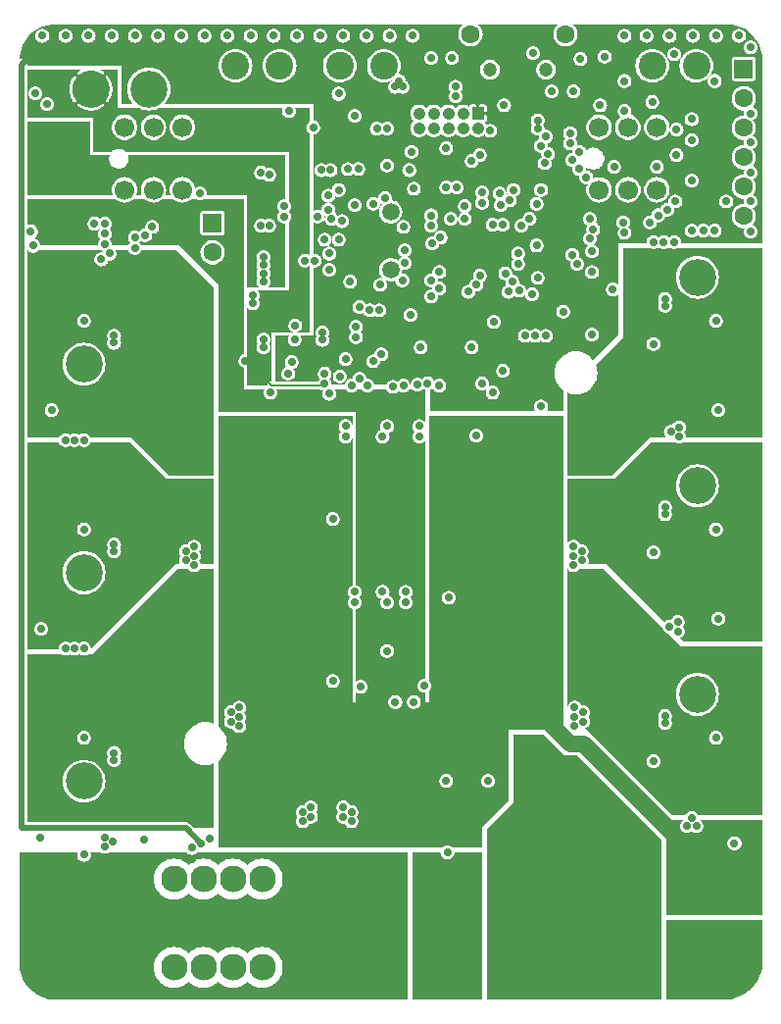
<source format=gbr>
G04 start of page 5 for group 3 idx 3 *
G04 Title: (unknown), power *
G04 Creator: pcb 1.99z *
G04 CreationDate: Tue 02 Sep 2014 22:15:35 GMT UTC *
G04 For: rbarlow *
G04 Format: Gerber/RS-274X *
G04 PCB-Dimensions (mm): 85.00 105.00 *
G04 PCB-Coordinate-Origin: lower left *
%MOMM*%
%FSLAX43Y43*%
%LNGROUP3*%
%ADD115C,0.900*%
%ADD114C,1.450*%
%ADD113C,1.000*%
%ADD112C,0.800*%
%ADD111C,0.650*%
%ADD110C,0.300*%
%ADD109C,0.700*%
%ADD108C,1.700*%
%ADD107C,2.300*%
%ADD106C,1.500*%
%ADD105C,2.400*%
%ADD104C,1.200*%
%ADD103C,1.600*%
%ADD102C,1.050*%
%ADD101C,3.200*%
%ADD100C,0.200*%
%ADD99C,1.400*%
%ADD98C,0.500*%
%ADD97C,0.002*%
G54D97*G36*
X44400Y10400D02*Y23100D01*
X46798D01*
X46806Y23006D01*
X46828Y22914D01*
X46864Y22827D01*
X46913Y22746D01*
X46974Y22674D01*
X47046Y22613D01*
X47127Y22564D01*
X47214Y22528D01*
X47306Y22506D01*
X47400Y22498D01*
X47494Y22506D01*
X47586Y22528D01*
X47673Y22564D01*
X47754Y22613D01*
X47826Y22674D01*
X47887Y22746D01*
X47936Y22827D01*
X47972Y22914D01*
X47994Y23006D01*
X48000Y23100D01*
X50400D01*
Y10400D01*
X44400D01*
G37*
G36*
X66300D02*Y17300D01*
X74600D01*
Y13000D01*
X74200Y12000D01*
X73800Y11400D01*
X73100Y10900D01*
X72000Y10400D01*
X66300D01*
G37*
G36*
X50800D02*Y24000D01*
X65900D01*
Y10400D01*
X50800D01*
G37*
G36*
X53100Y27400D02*Y33300D01*
X55700D01*
X57500Y31500D01*
X58600D01*
X65900Y24200D01*
Y23500D01*
X50800D01*
Y25100D01*
X53100Y27400D01*
G37*
G36*
X74600Y17700D02*X72199D01*
Y23298D01*
X72200Y23298D01*
X72294Y23306D01*
X72386Y23328D01*
X72473Y23364D01*
X72554Y23413D01*
X72626Y23474D01*
X72687Y23546D01*
X72736Y23627D01*
X72772Y23714D01*
X72794Y23806D01*
X72800Y23900D01*
X72794Y23994D01*
X72772Y24086D01*
X72736Y24173D01*
X72687Y24254D01*
X72626Y24326D01*
X72554Y24387D01*
X72473Y24436D01*
X72386Y24472D01*
X72294Y24494D01*
X72200Y24502D01*
X72199Y24502D01*
Y25900D01*
X74600D01*
Y17700D01*
G37*
G36*
X72199D02*X66300D01*
Y25900D01*
X67768D01*
X67746Y25887D01*
X67674Y25826D01*
X67613Y25754D01*
X67564Y25673D01*
X67528Y25586D01*
X67506Y25494D01*
X67498Y25400D01*
X67506Y25306D01*
X67528Y25214D01*
X67564Y25127D01*
X67613Y25046D01*
X67674Y24974D01*
X67746Y24913D01*
X67827Y24864D01*
X67914Y24828D01*
X68006Y24806D01*
X68100Y24798D01*
X68194Y24806D01*
X68286Y24828D01*
X68373Y24864D01*
X68454Y24913D01*
X68500Y24953D01*
X68546Y24913D01*
X68627Y24864D01*
X68714Y24828D01*
X68806Y24806D01*
X68900Y24798D01*
X68994Y24806D01*
X69086Y24828D01*
X69173Y24864D01*
X69254Y24913D01*
X69326Y24974D01*
X69387Y25046D01*
X69436Y25127D01*
X69472Y25214D01*
X69494Y25306D01*
X69500Y25400D01*
X69494Y25494D01*
X69472Y25586D01*
X69436Y25673D01*
X69387Y25754D01*
X69326Y25826D01*
X69254Y25887D01*
X69232Y25900D01*
X72199D01*
Y24502D01*
X72106Y24494D01*
X72014Y24472D01*
X71927Y24436D01*
X71846Y24387D01*
X71774Y24326D01*
X71713Y24254D01*
X71664Y24173D01*
X71628Y24086D01*
X71606Y23994D01*
X71598Y23900D01*
X71606Y23806D01*
X71628Y23714D01*
X71664Y23627D01*
X71713Y23546D01*
X71774Y23474D01*
X71846Y23413D01*
X71927Y23364D01*
X72014Y23328D01*
X72106Y23306D01*
X72199Y23298D01*
Y17700D01*
G37*
G36*
X27597Y23100D02*X44000D01*
Y10400D01*
X27597D01*
Y11971D01*
X27600Y11974D01*
X27625Y11945D01*
X27835Y11765D01*
X28071Y11621D01*
X28326Y11515D01*
X28595Y11451D01*
X28870Y11429D01*
X29145Y11451D01*
X29414Y11515D01*
X29669Y11621D01*
X29905Y11765D01*
X30115Y11945D01*
X30140Y11974D01*
X30165Y11945D01*
X30375Y11765D01*
X30611Y11621D01*
X30866Y11515D01*
X31135Y11451D01*
X31410Y11429D01*
X31685Y11451D01*
X31954Y11515D01*
X32209Y11621D01*
X32445Y11765D01*
X32655Y11945D01*
X32835Y12155D01*
X32979Y12391D01*
X33085Y12646D01*
X33149Y12915D01*
X33166Y13190D01*
X33149Y13465D01*
X33085Y13734D01*
X32979Y13989D01*
X32835Y14225D01*
X32655Y14435D01*
X32445Y14615D01*
X32209Y14759D01*
X31954Y14865D01*
X31685Y14929D01*
X31410Y14951D01*
X31135Y14929D01*
X30866Y14865D01*
X30611Y14759D01*
X30375Y14615D01*
X30165Y14435D01*
X30140Y14406D01*
X30115Y14435D01*
X29905Y14615D01*
X29669Y14759D01*
X29414Y14865D01*
X29145Y14929D01*
X28870Y14951D01*
X28595Y14929D01*
X28326Y14865D01*
X28071Y14759D01*
X27835Y14615D01*
X27625Y14435D01*
X27600Y14406D01*
X27597Y14409D01*
Y19591D01*
X27600Y19594D01*
X27625Y19565D01*
X27835Y19385D01*
X28071Y19241D01*
X28326Y19135D01*
X28595Y19071D01*
X28870Y19049D01*
X29145Y19071D01*
X29414Y19135D01*
X29669Y19241D01*
X29905Y19385D01*
X30115Y19565D01*
X30140Y19594D01*
X30165Y19565D01*
X30375Y19385D01*
X30611Y19241D01*
X30866Y19135D01*
X31135Y19071D01*
X31410Y19049D01*
X31685Y19071D01*
X31954Y19135D01*
X32209Y19241D01*
X32445Y19385D01*
X32655Y19565D01*
X32835Y19775D01*
X32979Y20011D01*
X33085Y20266D01*
X33149Y20535D01*
X33166Y20810D01*
X33149Y21085D01*
X33085Y21354D01*
X32979Y21609D01*
X32835Y21845D01*
X32655Y22055D01*
X32445Y22235D01*
X32209Y22379D01*
X31954Y22485D01*
X31685Y22549D01*
X31410Y22571D01*
X31135Y22549D01*
X30866Y22485D01*
X30611Y22379D01*
X30375Y22235D01*
X30165Y22055D01*
X30140Y22026D01*
X30115Y22055D01*
X29905Y22235D01*
X29669Y22379D01*
X29414Y22485D01*
X29145Y22549D01*
X28870Y22571D01*
X28595Y22549D01*
X28326Y22485D01*
X28071Y22379D01*
X27835Y22235D01*
X27625Y22055D01*
X27600Y22026D01*
X27597Y22029D01*
Y23100D01*
G37*
G36*
X10400D02*X15433D01*
X15428Y23086D01*
X15406Y22994D01*
X15398Y22900D01*
X15406Y22806D01*
X15428Y22714D01*
X15464Y22627D01*
X15513Y22546D01*
X15574Y22474D01*
X15646Y22413D01*
X15727Y22364D01*
X15814Y22328D01*
X15906Y22306D01*
X16000Y22298D01*
X16094Y22306D01*
X16186Y22328D01*
X16273Y22364D01*
X16354Y22413D01*
X16426Y22474D01*
X16487Y22546D01*
X16536Y22627D01*
X16572Y22714D01*
X16594Y22806D01*
X16600Y22900D01*
X16594Y22994D01*
X16572Y23086D01*
X16567Y23100D01*
X17468D01*
X17527Y23064D01*
X17614Y23028D01*
X17706Y23006D01*
X17800Y22998D01*
X17894Y23006D01*
X17986Y23028D01*
X18073Y23064D01*
X18132Y23100D01*
X24853D01*
X24874Y23074D01*
X24946Y23013D01*
X25027Y22964D01*
X25114Y22928D01*
X25206Y22906D01*
X25300Y22898D01*
X25394Y22906D01*
X25486Y22928D01*
X25573Y22964D01*
X25654Y23013D01*
X25726Y23074D01*
X25747Y23100D01*
X27597D01*
Y22029D01*
X27575Y22055D01*
X27365Y22235D01*
X27129Y22379D01*
X26874Y22485D01*
X26605Y22549D01*
X26330Y22571D01*
X26055Y22549D01*
X25786Y22485D01*
X25531Y22379D01*
X25295Y22235D01*
X25085Y22055D01*
X25060Y22026D01*
X25035Y22055D01*
X24825Y22235D01*
X24589Y22379D01*
X24334Y22485D01*
X24065Y22549D01*
X23790Y22571D01*
X23515Y22549D01*
X23246Y22485D01*
X22991Y22379D01*
X22755Y22235D01*
X22545Y22055D01*
X22365Y21845D01*
X22221Y21609D01*
X22115Y21354D01*
X22051Y21085D01*
X22029Y20810D01*
X22051Y20535D01*
X22115Y20266D01*
X22221Y20011D01*
X22365Y19775D01*
X22545Y19565D01*
X22755Y19385D01*
X22991Y19241D01*
X23246Y19135D01*
X23515Y19071D01*
X23790Y19049D01*
X24065Y19071D01*
X24334Y19135D01*
X24589Y19241D01*
X24825Y19385D01*
X25035Y19565D01*
X25060Y19594D01*
X25085Y19565D01*
X25295Y19385D01*
X25531Y19241D01*
X25786Y19135D01*
X26055Y19071D01*
X26330Y19049D01*
X26605Y19071D01*
X26874Y19135D01*
X27129Y19241D01*
X27365Y19385D01*
X27575Y19565D01*
X27597Y19591D01*
Y14409D01*
X27575Y14435D01*
X27365Y14615D01*
X27129Y14759D01*
X26874Y14865D01*
X26605Y14929D01*
X26330Y14951D01*
X26055Y14929D01*
X25786Y14865D01*
X25531Y14759D01*
X25295Y14615D01*
X25085Y14435D01*
X25060Y14406D01*
X25035Y14435D01*
X24825Y14615D01*
X24589Y14759D01*
X24334Y14865D01*
X24065Y14929D01*
X23790Y14951D01*
X23515Y14929D01*
X23246Y14865D01*
X22991Y14759D01*
X22755Y14615D01*
X22545Y14435D01*
X22365Y14225D01*
X22221Y13989D01*
X22115Y13734D01*
X22051Y13465D01*
X22029Y13190D01*
X22051Y12915D01*
X22115Y12646D01*
X22221Y12391D01*
X22365Y12155D01*
X22545Y11945D01*
X22755Y11765D01*
X22991Y11621D01*
X23246Y11515D01*
X23515Y11451D01*
X23790Y11429D01*
X24065Y11451D01*
X24334Y11515D01*
X24589Y11621D01*
X24825Y11765D01*
X25035Y11945D01*
X25060Y11974D01*
X25085Y11945D01*
X25295Y11765D01*
X25531Y11621D01*
X25786Y11515D01*
X26055Y11451D01*
X26330Y11429D01*
X26605Y11451D01*
X26874Y11515D01*
X27129Y11621D01*
X27365Y11765D01*
X27575Y11945D01*
X27597Y11971D01*
Y10400D01*
X12900D01*
X12000Y10800D01*
X11200Y11400D01*
X10800Y12000D01*
X10400Y13000D01*
Y23100D01*
G37*
G36*
X57400Y33700D02*X52700D01*
Y27600D01*
X50899Y25799D01*
Y28698D01*
X50900Y28698D01*
X50994Y28706D01*
X51086Y28728D01*
X51173Y28764D01*
X51254Y28813D01*
X51326Y28874D01*
X51387Y28946D01*
X51436Y29027D01*
X51472Y29114D01*
X51494Y29206D01*
X51500Y29300D01*
X51494Y29394D01*
X51472Y29486D01*
X51436Y29573D01*
X51387Y29654D01*
X51326Y29726D01*
X51254Y29787D01*
X51173Y29836D01*
X51086Y29872D01*
X50994Y29894D01*
X50900Y29902D01*
X50899Y29902D01*
Y60800D01*
X57400D01*
Y33700D01*
G37*
G36*
X50899Y25799D02*X50400Y25300D01*
Y23500D01*
X49899D01*
Y58498D01*
X49900Y58498D01*
X49994Y58506D01*
X50086Y58528D01*
X50173Y58564D01*
X50254Y58613D01*
X50326Y58674D01*
X50387Y58746D01*
X50436Y58827D01*
X50472Y58914D01*
X50494Y59006D01*
X50500Y59100D01*
X50494Y59194D01*
X50472Y59286D01*
X50436Y59373D01*
X50387Y59454D01*
X50326Y59526D01*
X50254Y59587D01*
X50173Y59636D01*
X50086Y59672D01*
X49994Y59694D01*
X49900Y59702D01*
X49899Y59702D01*
Y60800D01*
X50899D01*
Y29902D01*
X50806Y29894D01*
X50714Y29872D01*
X50627Y29836D01*
X50546Y29787D01*
X50474Y29726D01*
X50413Y29654D01*
X50364Y29573D01*
X50328Y29486D01*
X50306Y29394D01*
X50298Y29300D01*
X50306Y29206D01*
X50328Y29114D01*
X50364Y29027D01*
X50413Y28946D01*
X50474Y28874D01*
X50546Y28813D01*
X50627Y28764D01*
X50714Y28728D01*
X50806Y28706D01*
X50899Y28698D01*
Y25799D01*
G37*
G36*
X49899Y23500D02*X47847D01*
X47826Y23526D01*
X47754Y23587D01*
X47673Y23636D01*
X47586Y23672D01*
X47494Y23694D01*
X47400Y23702D01*
X47306Y23694D01*
X47299Y23693D01*
Y28698D01*
X47300Y28698D01*
X47394Y28706D01*
X47486Y28728D01*
X47573Y28764D01*
X47654Y28813D01*
X47726Y28874D01*
X47787Y28946D01*
X47836Y29027D01*
X47872Y29114D01*
X47894Y29206D01*
X47900Y29300D01*
X47894Y29394D01*
X47872Y29486D01*
X47836Y29573D01*
X47787Y29654D01*
X47726Y29726D01*
X47654Y29787D01*
X47573Y29836D01*
X47486Y29872D01*
X47394Y29894D01*
X47300Y29902D01*
X47299Y29902D01*
Y44534D01*
X47314Y44528D01*
X47406Y44506D01*
X47500Y44498D01*
X47594Y44506D01*
X47686Y44528D01*
X47773Y44564D01*
X47854Y44613D01*
X47926Y44674D01*
X47987Y44746D01*
X48036Y44827D01*
X48072Y44914D01*
X48094Y45006D01*
X48100Y45100D01*
X48094Y45194D01*
X48072Y45286D01*
X48036Y45373D01*
X47987Y45454D01*
X47926Y45526D01*
X47854Y45587D01*
X47773Y45636D01*
X47686Y45672D01*
X47594Y45694D01*
X47500Y45702D01*
X47406Y45694D01*
X47314Y45672D01*
X47299Y45666D01*
Y60800D01*
X49899D01*
Y59702D01*
X49806Y59694D01*
X49714Y59672D01*
X49627Y59636D01*
X49546Y59587D01*
X49474Y59526D01*
X49413Y59454D01*
X49364Y59373D01*
X49328Y59286D01*
X49306Y59194D01*
X49298Y59100D01*
X49306Y59006D01*
X49328Y58914D01*
X49364Y58827D01*
X49413Y58746D01*
X49474Y58674D01*
X49546Y58613D01*
X49627Y58564D01*
X49714Y58528D01*
X49806Y58506D01*
X49899Y58498D01*
Y23500D01*
G37*
G36*
X38749Y60800D02*X39200D01*
Y59900D01*
X39194Y59994D01*
X39172Y60086D01*
X39136Y60173D01*
X39087Y60254D01*
X39026Y60326D01*
X38954Y60387D01*
X38873Y60436D01*
X38786Y60472D01*
X38749Y60481D01*
Y60800D01*
G37*
G36*
X47299Y23693D02*X47214Y23672D01*
X47127Y23636D01*
X47046Y23587D01*
X46974Y23526D01*
X46953Y23500D01*
X38749D01*
Y25311D01*
X38827Y25264D01*
X38914Y25228D01*
X39006Y25206D01*
X39100Y25198D01*
X39194Y25206D01*
X39286Y25228D01*
X39373Y25264D01*
X39454Y25313D01*
X39526Y25374D01*
X39587Y25446D01*
X39636Y25527D01*
X39672Y25614D01*
X39694Y25706D01*
X39700Y25800D01*
X39694Y25894D01*
X39672Y25986D01*
X39636Y26073D01*
X39587Y26154D01*
X39547Y26200D01*
X39587Y26246D01*
X39636Y26327D01*
X39672Y26414D01*
X39694Y26506D01*
X39700Y26600D01*
X39694Y26694D01*
X39672Y26786D01*
X39636Y26873D01*
X39587Y26954D01*
X39526Y27026D01*
X39454Y27087D01*
X39373Y27136D01*
X39286Y27172D01*
X39194Y27194D01*
X39100Y27202D01*
X39006Y27194D01*
X38972Y27186D01*
X38936Y27273D01*
X38887Y27354D01*
X38826Y27426D01*
X38754Y27487D01*
X38749Y27490D01*
Y58419D01*
X38786Y58428D01*
X38873Y58464D01*
X38954Y58513D01*
X39026Y58574D01*
X39087Y58646D01*
X39136Y58727D01*
X39172Y58814D01*
X39194Y58906D01*
X39200Y59000D01*
Y46167D01*
X39127Y46136D01*
X39046Y46087D01*
X38974Y46026D01*
X38913Y45954D01*
X38864Y45873D01*
X38828Y45786D01*
X38806Y45694D01*
X38798Y45600D01*
X38806Y45506D01*
X38828Y45414D01*
X38864Y45327D01*
X38913Y45246D01*
X38974Y45174D01*
X39003Y45150D01*
X38974Y45126D01*
X38913Y45054D01*
X38864Y44973D01*
X38828Y44886D01*
X38806Y44794D01*
X38798Y44700D01*
X38806Y44606D01*
X38828Y44514D01*
X38864Y44427D01*
X38913Y44346D01*
X38974Y44274D01*
X39046Y44213D01*
X39127Y44164D01*
X39200Y44133D01*
Y36100D01*
X42298D01*
X42306Y36006D01*
X42328Y35914D01*
X42364Y35827D01*
X42413Y35746D01*
X42474Y35674D01*
X42546Y35613D01*
X42627Y35564D01*
X42714Y35528D01*
X42806Y35506D01*
X42900Y35498D01*
X42994Y35506D01*
X43086Y35528D01*
X43173Y35564D01*
X43254Y35613D01*
X43326Y35674D01*
X43387Y35746D01*
X43436Y35827D01*
X43472Y35914D01*
X43494Y36006D01*
X43500Y36100D01*
X43898D01*
X43906Y36006D01*
X43928Y35914D01*
X43964Y35827D01*
X44013Y35746D01*
X44074Y35674D01*
X44146Y35613D01*
X44227Y35564D01*
X44314Y35528D01*
X44406Y35506D01*
X44500Y35498D01*
X44594Y35506D01*
X44686Y35528D01*
X44773Y35564D01*
X44854Y35613D01*
X44926Y35674D01*
X44987Y35746D01*
X45036Y35827D01*
X45072Y35914D01*
X45094Y36006D01*
X45100Y36100D01*
X45800D01*
Y37053D01*
X45826Y37074D01*
X45887Y37146D01*
X45936Y37227D01*
X45972Y37314D01*
X45994Y37406D01*
X46000Y37500D01*
X45994Y37594D01*
X45972Y37686D01*
X45936Y37773D01*
X45887Y37854D01*
X45826Y37926D01*
X45800Y37947D01*
Y60800D01*
X47299D01*
Y45666D01*
X47227Y45636D01*
X47146Y45587D01*
X47074Y45526D01*
X47013Y45454D01*
X46964Y45373D01*
X46928Y45286D01*
X46906Y45194D01*
X46898Y45100D01*
X46906Y45006D01*
X46928Y44914D01*
X46964Y44827D01*
X47013Y44746D01*
X47074Y44674D01*
X47146Y44613D01*
X47227Y44564D01*
X47299Y44534D01*
Y29902D01*
X47206Y29894D01*
X47114Y29872D01*
X47027Y29836D01*
X46946Y29787D01*
X46874Y29726D01*
X46813Y29654D01*
X46764Y29573D01*
X46728Y29486D01*
X46706Y29394D01*
X46698Y29300D01*
X46706Y29206D01*
X46728Y29114D01*
X46764Y29027D01*
X46813Y28946D01*
X46874Y28874D01*
X46946Y28813D01*
X47027Y28764D01*
X47114Y28728D01*
X47206Y28706D01*
X47299Y28698D01*
Y23693D01*
G37*
G36*
X38749Y23500D02*X37499D01*
Y37298D01*
X37500Y37298D01*
X37594Y37306D01*
X37686Y37328D01*
X37773Y37364D01*
X37854Y37413D01*
X37926Y37474D01*
X37987Y37546D01*
X38036Y37627D01*
X38072Y37714D01*
X38094Y37806D01*
X38100Y37900D01*
X38094Y37994D01*
X38072Y38086D01*
X38036Y38173D01*
X37987Y38254D01*
X37926Y38326D01*
X37854Y38387D01*
X37773Y38436D01*
X37686Y38472D01*
X37594Y38494D01*
X37500Y38502D01*
X37499Y38502D01*
Y51298D01*
X37500Y51298D01*
X37594Y51306D01*
X37686Y51328D01*
X37773Y51364D01*
X37854Y51413D01*
X37926Y51474D01*
X37987Y51546D01*
X38036Y51627D01*
X38072Y51714D01*
X38094Y51806D01*
X38100Y51900D01*
X38094Y51994D01*
X38072Y52086D01*
X38036Y52173D01*
X37987Y52254D01*
X37926Y52326D01*
X37854Y52387D01*
X37773Y52436D01*
X37686Y52472D01*
X37594Y52494D01*
X37500Y52502D01*
X37499Y52502D01*
Y60800D01*
X38749D01*
Y60481D01*
X38694Y60494D01*
X38600Y60502D01*
X38506Y60494D01*
X38414Y60472D01*
X38327Y60436D01*
X38246Y60387D01*
X38174Y60326D01*
X38113Y60254D01*
X38064Y60173D01*
X38028Y60086D01*
X38006Y59994D01*
X37998Y59900D01*
X38006Y59806D01*
X38028Y59714D01*
X38064Y59627D01*
X38113Y59546D01*
X38174Y59474D01*
X38203Y59450D01*
X38174Y59426D01*
X38113Y59354D01*
X38064Y59273D01*
X38028Y59186D01*
X38006Y59094D01*
X37998Y59000D01*
X38006Y58906D01*
X38028Y58814D01*
X38064Y58727D01*
X38113Y58646D01*
X38174Y58574D01*
X38246Y58513D01*
X38327Y58464D01*
X38414Y58428D01*
X38506Y58406D01*
X38600Y58398D01*
X38694Y58406D01*
X38749Y58419D01*
Y27490D01*
X38673Y27536D01*
X38586Y27572D01*
X38494Y27594D01*
X38400Y27602D01*
X38306Y27594D01*
X38214Y27572D01*
X38127Y27536D01*
X38046Y27487D01*
X37974Y27426D01*
X37913Y27354D01*
X37864Y27273D01*
X37828Y27186D01*
X37806Y27094D01*
X37798Y27000D01*
X37806Y26906D01*
X37828Y26814D01*
X37864Y26727D01*
X37913Y26646D01*
X37953Y26600D01*
X37913Y26554D01*
X37864Y26473D01*
X37828Y26386D01*
X37806Y26294D01*
X37798Y26200D01*
X37806Y26106D01*
X37828Y26014D01*
X37864Y25927D01*
X37913Y25846D01*
X37974Y25774D01*
X38046Y25713D01*
X38127Y25664D01*
X38214Y25628D01*
X38306Y25606D01*
X38400Y25598D01*
X38494Y25606D01*
X38528Y25614D01*
X38564Y25527D01*
X38613Y25446D01*
X38674Y25374D01*
X38746Y25313D01*
X38749Y25311D01*
Y23500D01*
G37*
G36*
X37499D02*X35249D01*
Y25310D01*
X35254Y25313D01*
X35326Y25374D01*
X35387Y25446D01*
X35436Y25527D01*
X35472Y25614D01*
X35506Y25606D01*
X35600Y25598D01*
X35694Y25606D01*
X35786Y25628D01*
X35873Y25664D01*
X35954Y25713D01*
X36026Y25774D01*
X36087Y25846D01*
X36136Y25927D01*
X36172Y26014D01*
X36194Y26106D01*
X36200Y26200D01*
X36194Y26294D01*
X36172Y26386D01*
X36136Y26473D01*
X36087Y26554D01*
X36047Y26600D01*
X36087Y26646D01*
X36136Y26727D01*
X36172Y26814D01*
X36194Y26906D01*
X36200Y27000D01*
X36194Y27094D01*
X36172Y27186D01*
X36136Y27273D01*
X36087Y27354D01*
X36026Y27426D01*
X35954Y27487D01*
X35873Y27536D01*
X35786Y27572D01*
X35694Y27594D01*
X35600Y27602D01*
X35506Y27594D01*
X35414Y27572D01*
X35327Y27536D01*
X35249Y27489D01*
Y60800D01*
X37499D01*
Y52502D01*
X37406Y52494D01*
X37314Y52472D01*
X37227Y52436D01*
X37146Y52387D01*
X37074Y52326D01*
X37013Y52254D01*
X36964Y52173D01*
X36928Y52086D01*
X36906Y51994D01*
X36898Y51900D01*
X36906Y51806D01*
X36928Y51714D01*
X36964Y51627D01*
X37013Y51546D01*
X37074Y51474D01*
X37146Y51413D01*
X37227Y51364D01*
X37314Y51328D01*
X37406Y51306D01*
X37499Y51298D01*
Y38502D01*
X37406Y38494D01*
X37314Y38472D01*
X37227Y38436D01*
X37146Y38387D01*
X37074Y38326D01*
X37013Y38254D01*
X36964Y38173D01*
X36928Y38086D01*
X36906Y37994D01*
X36898Y37900D01*
X36906Y37806D01*
X36928Y37714D01*
X36964Y37627D01*
X37013Y37546D01*
X37074Y37474D01*
X37146Y37413D01*
X37227Y37364D01*
X37314Y37328D01*
X37406Y37306D01*
X37499Y37298D01*
Y23500D01*
G37*
G36*
X35249D02*X29049D01*
Y33511D01*
X29127Y33464D01*
X29214Y33428D01*
X29306Y33406D01*
X29400Y33398D01*
X29494Y33406D01*
X29586Y33428D01*
X29673Y33464D01*
X29754Y33513D01*
X29826Y33574D01*
X29887Y33646D01*
X29936Y33727D01*
X29972Y33814D01*
X29994Y33906D01*
X30000Y34000D01*
X29994Y34094D01*
X29972Y34186D01*
X29936Y34273D01*
X29887Y34354D01*
X29847Y34400D01*
X29887Y34446D01*
X29936Y34527D01*
X29972Y34614D01*
X29994Y34706D01*
X30000Y34800D01*
X29994Y34894D01*
X29972Y34986D01*
X29936Y35073D01*
X29887Y35154D01*
X29847Y35200D01*
X29887Y35246D01*
X29936Y35327D01*
X29972Y35414D01*
X29994Y35506D01*
X30000Y35600D01*
X29994Y35694D01*
X29972Y35786D01*
X29936Y35873D01*
X29887Y35954D01*
X29826Y36026D01*
X29754Y36087D01*
X29673Y36136D01*
X29586Y36172D01*
X29494Y36194D01*
X29400Y36202D01*
X29306Y36194D01*
X29214Y36172D01*
X29127Y36136D01*
X29049Y36089D01*
Y60800D01*
X35249D01*
Y27489D01*
X35246Y27487D01*
X35174Y27426D01*
X35113Y27354D01*
X35064Y27273D01*
X35028Y27186D01*
X34994Y27194D01*
X34900Y27202D01*
X34806Y27194D01*
X34714Y27172D01*
X34627Y27136D01*
X34546Y27087D01*
X34474Y27026D01*
X34413Y26954D01*
X34364Y26873D01*
X34328Y26786D01*
X34306Y26694D01*
X34298Y26600D01*
X34306Y26506D01*
X34328Y26414D01*
X34364Y26327D01*
X34413Y26246D01*
X34453Y26200D01*
X34413Y26154D01*
X34364Y26073D01*
X34328Y25986D01*
X34306Y25894D01*
X34298Y25800D01*
X34306Y25706D01*
X34328Y25614D01*
X34364Y25527D01*
X34413Y25446D01*
X34474Y25374D01*
X34546Y25313D01*
X34627Y25264D01*
X34714Y25228D01*
X34806Y25206D01*
X34900Y25198D01*
X34994Y25206D01*
X35086Y25228D01*
X35173Y25264D01*
X35249Y25310D01*
Y23500D01*
G37*
G36*
X29049D02*X27600D01*
Y31007D01*
X27812Y31188D01*
X28001Y31409D01*
X28153Y31658D01*
X28265Y31927D01*
X28333Y32210D01*
X28350Y32500D01*
X28333Y32790D01*
X28265Y33073D01*
X28153Y33342D01*
X28001Y33591D01*
X27812Y33812D01*
X27600Y33993D01*
Y60800D01*
X29049D01*
Y36089D01*
X29046Y36087D01*
X28974Y36026D01*
X28913Y35954D01*
X28864Y35873D01*
X28828Y35786D01*
X28794Y35794D01*
X28700Y35802D01*
X28606Y35794D01*
X28514Y35772D01*
X28427Y35736D01*
X28346Y35687D01*
X28274Y35626D01*
X28213Y35554D01*
X28164Y35473D01*
X28128Y35386D01*
X28106Y35294D01*
X28098Y35200D01*
X28106Y35106D01*
X28128Y35014D01*
X28164Y34927D01*
X28213Y34846D01*
X28253Y34800D01*
X28213Y34754D01*
X28164Y34673D01*
X28128Y34586D01*
X28106Y34494D01*
X28098Y34400D01*
X28106Y34306D01*
X28128Y34214D01*
X28164Y34127D01*
X28213Y34046D01*
X28274Y33974D01*
X28346Y33913D01*
X28427Y33864D01*
X28514Y33828D01*
X28606Y33806D01*
X28700Y33798D01*
X28794Y33806D01*
X28828Y33814D01*
X28864Y33727D01*
X28913Y33646D01*
X28974Y33574D01*
X29046Y33513D01*
X29049Y33511D01*
Y23500D01*
G37*
G36*
X27200Y47600D02*Y34212D01*
X27073Y34265D01*
X26790Y34333D01*
X26500Y34356D01*
X26210Y34333D01*
X25927Y34265D01*
X25658Y34153D01*
X25409Y34001D01*
X25188Y33812D01*
X24999Y33591D01*
X24847Y33342D01*
X24735Y33073D01*
X24667Y32790D01*
X24644Y32500D01*
X24667Y32210D01*
X24735Y31927D01*
X24847Y31658D01*
X24999Y31409D01*
X25188Y31188D01*
X25409Y30999D01*
X25658Y30847D01*
X25927Y30735D01*
X26210Y30667D01*
X26500Y30644D01*
X26790Y30667D01*
X27073Y30735D01*
X27200Y30788D01*
Y25200D01*
X25507D01*
X25167Y25540D01*
X25155Y25555D01*
X25095Y25606D01*
X25095Y25606D01*
X25028Y25647D01*
X24955Y25677D01*
X24878Y25695D01*
X24800Y25702D01*
X24780Y25700D01*
X18599D01*
Y30498D01*
X18600Y30498D01*
X18694Y30506D01*
X18786Y30528D01*
X18873Y30564D01*
X18954Y30613D01*
X19026Y30674D01*
X19087Y30746D01*
X19136Y30827D01*
X19172Y30914D01*
X19194Y31006D01*
X19200Y31100D01*
X19194Y31194D01*
X19172Y31286D01*
X19136Y31373D01*
X19120Y31400D01*
X19136Y31427D01*
X19172Y31514D01*
X19194Y31606D01*
X19200Y31700D01*
X19194Y31794D01*
X19172Y31886D01*
X19136Y31973D01*
X19087Y32054D01*
X19026Y32126D01*
X18954Y32187D01*
X18873Y32236D01*
X18786Y32272D01*
X18694Y32294D01*
X18600Y32302D01*
X18599Y32302D01*
Y42099D01*
X24100Y47600D01*
X24980D01*
X25013Y47546D01*
X25074Y47474D01*
X25146Y47413D01*
X25227Y47364D01*
X25314Y47328D01*
X25406Y47306D01*
X25500Y47298D01*
X25594Y47306D01*
X25686Y47328D01*
X25773Y47364D01*
X25854Y47413D01*
X25926Y47474D01*
X25987Y47546D01*
X26020Y47600D01*
X27200D01*
G37*
G36*
X18599Y25700D02*X15999D01*
Y27394D01*
X16000Y27394D01*
X16290Y27417D01*
X16573Y27485D01*
X16842Y27597D01*
X17091Y27749D01*
X17312Y27938D01*
X17501Y28159D01*
X17653Y28408D01*
X17765Y28677D01*
X17833Y28960D01*
X17850Y29250D01*
X17833Y29540D01*
X17765Y29823D01*
X17653Y30092D01*
X17501Y30341D01*
X17312Y30562D01*
X17091Y30751D01*
X16842Y30903D01*
X16573Y31015D01*
X16290Y31083D01*
X16000Y31106D01*
X15999Y31106D01*
Y32398D01*
X16000Y32398D01*
X16094Y32406D01*
X16186Y32428D01*
X16273Y32464D01*
X16354Y32513D01*
X16426Y32574D01*
X16487Y32646D01*
X16536Y32727D01*
X16572Y32814D01*
X16594Y32906D01*
X16600Y33000D01*
X16594Y33094D01*
X16572Y33186D01*
X16536Y33273D01*
X16487Y33354D01*
X16426Y33426D01*
X16354Y33487D01*
X16273Y33536D01*
X16186Y33572D01*
X16094Y33594D01*
X16000Y33602D01*
X15999Y33602D01*
Y40098D01*
X16000Y40098D01*
X16094Y40106D01*
X16186Y40128D01*
X16273Y40164D01*
X16332Y40200D01*
X16700D01*
X18599Y42099D01*
Y32302D01*
X18506Y32294D01*
X18414Y32272D01*
X18327Y32236D01*
X18246Y32187D01*
X18174Y32126D01*
X18113Y32054D01*
X18064Y31973D01*
X18028Y31886D01*
X18006Y31794D01*
X17998Y31700D01*
X18006Y31606D01*
X18028Y31514D01*
X18064Y31427D01*
X18080Y31400D01*
X18064Y31373D01*
X18028Y31286D01*
X18006Y31194D01*
X17998Y31100D01*
X18006Y31006D01*
X18028Y30914D01*
X18064Y30827D01*
X18113Y30746D01*
X18174Y30674D01*
X18246Y30613D01*
X18327Y30564D01*
X18414Y30528D01*
X18506Y30506D01*
X18599Y30498D01*
Y25700D01*
G37*
G36*
X15999D02*X11100D01*
Y40200D01*
X14068D01*
X14127Y40164D01*
X14214Y40128D01*
X14306Y40106D01*
X14400Y40098D01*
X14494Y40106D01*
X14586Y40128D01*
X14673Y40164D01*
X14732Y40200D01*
X14868D01*
X14927Y40164D01*
X15014Y40128D01*
X15106Y40106D01*
X15200Y40098D01*
X15294Y40106D01*
X15386Y40128D01*
X15473Y40164D01*
X15532Y40200D01*
X15668D01*
X15727Y40164D01*
X15814Y40128D01*
X15906Y40106D01*
X15999Y40098D01*
Y33602D01*
X15906Y33594D01*
X15814Y33572D01*
X15727Y33536D01*
X15646Y33487D01*
X15574Y33426D01*
X15513Y33354D01*
X15464Y33273D01*
X15428Y33186D01*
X15406Y33094D01*
X15398Y33000D01*
X15406Y32906D01*
X15428Y32814D01*
X15464Y32727D01*
X15513Y32646D01*
X15574Y32574D01*
X15646Y32513D01*
X15727Y32464D01*
X15814Y32428D01*
X15906Y32406D01*
X15999Y32398D01*
Y31106D01*
X15710Y31083D01*
X15427Y31015D01*
X15158Y30903D01*
X14909Y30751D01*
X14688Y30562D01*
X14499Y30341D01*
X14347Y30092D01*
X14235Y29823D01*
X14167Y29540D01*
X14144Y29250D01*
X14167Y28960D01*
X14235Y28677D01*
X14347Y28408D01*
X14499Y28159D01*
X14688Y27938D01*
X14909Y27749D01*
X15158Y27597D01*
X15427Y27485D01*
X15710Y27417D01*
X15999Y27394D01*
Y25700D01*
G37*
G36*
X18599Y58500D02*X20000D01*
X23150Y55350D01*
X27200D01*
Y48000D01*
X26093D01*
X26072Y48086D01*
X26036Y48173D01*
X25987Y48254D01*
X25947Y48300D01*
X25987Y48346D01*
X26036Y48427D01*
X26072Y48514D01*
X26094Y48606D01*
X26100Y48700D01*
X26094Y48794D01*
X26072Y48886D01*
X26036Y48973D01*
X25987Y49054D01*
X25947Y49100D01*
X25987Y49146D01*
X26036Y49227D01*
X26072Y49314D01*
X26094Y49406D01*
X26100Y49500D01*
X26094Y49594D01*
X26072Y49686D01*
X26036Y49773D01*
X25987Y49854D01*
X25926Y49926D01*
X25854Y49987D01*
X25773Y50036D01*
X25686Y50072D01*
X25594Y50094D01*
X25500Y50102D01*
X25406Y50094D01*
X25314Y50072D01*
X25227Y50036D01*
X25146Y49987D01*
X25074Y49926D01*
X25013Y49854D01*
X24964Y49773D01*
X24928Y49686D01*
X24894Y49694D01*
X24800Y49702D01*
X24706Y49694D01*
X24614Y49672D01*
X24527Y49636D01*
X24446Y49587D01*
X24374Y49526D01*
X24313Y49454D01*
X24264Y49373D01*
X24228Y49286D01*
X24206Y49194D01*
X24198Y49100D01*
X24206Y49006D01*
X24228Y48914D01*
X24264Y48827D01*
X24313Y48746D01*
X24353Y48700D01*
X24313Y48654D01*
X24264Y48573D01*
X24228Y48486D01*
X24206Y48394D01*
X24198Y48300D01*
X24206Y48206D01*
X24228Y48114D01*
X24264Y48027D01*
X24280Y48000D01*
X23900D01*
X18599Y42699D01*
Y48498D01*
X18600Y48498D01*
X18694Y48506D01*
X18786Y48528D01*
X18873Y48564D01*
X18954Y48613D01*
X19026Y48674D01*
X19087Y48746D01*
X19136Y48827D01*
X19172Y48914D01*
X19194Y49006D01*
X19200Y49100D01*
X19194Y49194D01*
X19172Y49286D01*
X19136Y49373D01*
X19120Y49400D01*
X19136Y49427D01*
X19172Y49514D01*
X19194Y49606D01*
X19200Y49700D01*
X19194Y49794D01*
X19172Y49886D01*
X19136Y49973D01*
X19087Y50054D01*
X19026Y50126D01*
X18954Y50187D01*
X18873Y50236D01*
X18786Y50272D01*
X18694Y50294D01*
X18600Y50302D01*
X18599Y50302D01*
Y58500D01*
G37*
G36*
X15999Y58098D02*X16000Y58098D01*
X16094Y58106D01*
X16186Y58128D01*
X16273Y58164D01*
X16354Y58213D01*
X16426Y58274D01*
X16487Y58346D01*
X16536Y58427D01*
X16567Y58500D01*
X18599D01*
Y50302D01*
X18506Y50294D01*
X18414Y50272D01*
X18327Y50236D01*
X18246Y50187D01*
X18174Y50126D01*
X18113Y50054D01*
X18064Y49973D01*
X18028Y49886D01*
X18006Y49794D01*
X17998Y49700D01*
X18006Y49606D01*
X18028Y49514D01*
X18064Y49427D01*
X18080Y49400D01*
X18064Y49373D01*
X18028Y49286D01*
X18006Y49194D01*
X17998Y49100D01*
X18006Y49006D01*
X18028Y48914D01*
X18064Y48827D01*
X18113Y48746D01*
X18174Y48674D01*
X18246Y48613D01*
X18327Y48564D01*
X18414Y48528D01*
X18506Y48506D01*
X18599Y48498D01*
Y42699D01*
X16600Y40700D01*
X16594Y40794D01*
X16572Y40886D01*
X16536Y40973D01*
X16487Y41054D01*
X16426Y41126D01*
X16354Y41187D01*
X16273Y41236D01*
X16186Y41272D01*
X16094Y41294D01*
X16000Y41302D01*
X15999Y41302D01*
Y45394D01*
X16000Y45394D01*
X16290Y45417D01*
X16573Y45485D01*
X16842Y45597D01*
X17091Y45749D01*
X17312Y45938D01*
X17501Y46159D01*
X17653Y46408D01*
X17765Y46677D01*
X17833Y46960D01*
X17850Y47250D01*
X17833Y47540D01*
X17765Y47823D01*
X17653Y48092D01*
X17501Y48341D01*
X17312Y48562D01*
X17091Y48751D01*
X16842Y48903D01*
X16573Y49015D01*
X16290Y49083D01*
X16000Y49106D01*
X15999Y49106D01*
Y50398D01*
X16000Y50398D01*
X16094Y50406D01*
X16186Y50428D01*
X16273Y50464D01*
X16354Y50513D01*
X16426Y50574D01*
X16487Y50646D01*
X16536Y50727D01*
X16572Y50814D01*
X16594Y50906D01*
X16600Y51000D01*
X16594Y51094D01*
X16572Y51186D01*
X16536Y51273D01*
X16487Y51354D01*
X16426Y51426D01*
X16354Y51487D01*
X16273Y51536D01*
X16186Y51572D01*
X16094Y51594D01*
X16000Y51602D01*
X15999Y51602D01*
Y58098D01*
G37*
G36*
X12299Y58500D02*X13833D01*
X13864Y58427D01*
X13913Y58346D01*
X13974Y58274D01*
X14046Y58213D01*
X14127Y58164D01*
X14214Y58128D01*
X14306Y58106D01*
X14400Y58098D01*
X14494Y58106D01*
X14586Y58128D01*
X14673Y58164D01*
X14754Y58213D01*
X14800Y58253D01*
X14846Y58213D01*
X14927Y58164D01*
X15014Y58128D01*
X15106Y58106D01*
X15200Y58098D01*
X15294Y58106D01*
X15386Y58128D01*
X15473Y58164D01*
X15554Y58213D01*
X15600Y58253D01*
X15646Y58213D01*
X15727Y58164D01*
X15814Y58128D01*
X15906Y58106D01*
X15999Y58098D01*
Y51602D01*
X15906Y51594D01*
X15814Y51572D01*
X15727Y51536D01*
X15646Y51487D01*
X15574Y51426D01*
X15513Y51354D01*
X15464Y51273D01*
X15428Y51186D01*
X15406Y51094D01*
X15398Y51000D01*
X15406Y50906D01*
X15428Y50814D01*
X15464Y50727D01*
X15513Y50646D01*
X15574Y50574D01*
X15646Y50513D01*
X15727Y50464D01*
X15814Y50428D01*
X15906Y50406D01*
X15999Y50398D01*
Y49106D01*
X15710Y49083D01*
X15427Y49015D01*
X15158Y48903D01*
X14909Y48751D01*
X14688Y48562D01*
X14499Y48341D01*
X14347Y48092D01*
X14235Y47823D01*
X14167Y47540D01*
X14144Y47250D01*
X14167Y46960D01*
X14235Y46677D01*
X14347Y46408D01*
X14499Y46159D01*
X14688Y45938D01*
X14909Y45749D01*
X15158Y45597D01*
X15427Y45485D01*
X15710Y45417D01*
X15999Y45394D01*
Y41302D01*
X15906Y41294D01*
X15814Y41272D01*
X15727Y41236D01*
X15646Y41187D01*
X15600Y41147D01*
X15554Y41187D01*
X15473Y41236D01*
X15386Y41272D01*
X15294Y41294D01*
X15200Y41302D01*
X15106Y41294D01*
X15014Y41272D01*
X14927Y41236D01*
X14846Y41187D01*
X14800Y41147D01*
X14754Y41187D01*
X14673Y41236D01*
X14586Y41272D01*
X14494Y41294D01*
X14400Y41302D01*
X14306Y41294D01*
X14214Y41272D01*
X14127Y41236D01*
X14046Y41187D01*
X13974Y41126D01*
X13913Y41054D01*
X13864Y40973D01*
X13828Y40886D01*
X13806Y40794D01*
X13798Y40700D01*
X13806Y40606D01*
X13807Y40600D01*
X12299D01*
Y41798D01*
X12300Y41798D01*
X12394Y41806D01*
X12486Y41828D01*
X12573Y41864D01*
X12654Y41913D01*
X12726Y41974D01*
X12787Y42046D01*
X12836Y42127D01*
X12872Y42214D01*
X12894Y42306D01*
X12900Y42400D01*
X12894Y42494D01*
X12872Y42586D01*
X12836Y42673D01*
X12787Y42754D01*
X12726Y42826D01*
X12654Y42887D01*
X12573Y42936D01*
X12486Y42972D01*
X12394Y42994D01*
X12300Y43002D01*
X12299Y43002D01*
Y58500D01*
G37*
G36*
X11100D02*X12299D01*
Y43002D01*
X12206Y42994D01*
X12114Y42972D01*
X12027Y42936D01*
X11946Y42887D01*
X11874Y42826D01*
X11813Y42754D01*
X11764Y42673D01*
X11728Y42586D01*
X11706Y42494D01*
X11698Y42400D01*
X11706Y42306D01*
X11728Y42214D01*
X11764Y42127D01*
X11813Y42046D01*
X11874Y41974D01*
X11946Y41913D01*
X12027Y41864D01*
X12114Y41828D01*
X12206Y41806D01*
X12299Y41798D01*
Y40600D01*
X11100D01*
Y58500D01*
G37*
G36*
X43799Y61900D02*X45500D01*
Y60232D01*
X45487Y60254D01*
X45426Y60326D01*
X45354Y60387D01*
X45273Y60436D01*
X45186Y60472D01*
X45094Y60494D01*
X45000Y60502D01*
X44906Y60494D01*
X44814Y60472D01*
X44727Y60436D01*
X44646Y60387D01*
X44574Y60326D01*
X44513Y60254D01*
X44464Y60173D01*
X44428Y60086D01*
X44406Y59994D01*
X44398Y59900D01*
X44406Y59806D01*
X44428Y59714D01*
X44464Y59627D01*
X44513Y59546D01*
X44574Y59474D01*
X44603Y59450D01*
X44574Y59426D01*
X44513Y59354D01*
X44464Y59273D01*
X44428Y59186D01*
X44406Y59094D01*
X44398Y59000D01*
X44406Y58906D01*
X44428Y58814D01*
X44464Y58727D01*
X44513Y58646D01*
X44574Y58574D01*
X44646Y58513D01*
X44727Y58464D01*
X44814Y58428D01*
X44906Y58406D01*
X45000Y58398D01*
X45094Y58406D01*
X45186Y58428D01*
X45273Y58464D01*
X45354Y58513D01*
X45426Y58574D01*
X45487Y58646D01*
X45500Y58668D01*
Y38093D01*
X45494Y38094D01*
X45400Y38102D01*
X45306Y38094D01*
X45214Y38072D01*
X45127Y38036D01*
X45046Y37987D01*
X44974Y37926D01*
X44913Y37854D01*
X44864Y37773D01*
X44828Y37686D01*
X44806Y37594D01*
X44798Y37500D01*
X44806Y37406D01*
X44828Y37314D01*
X44864Y37227D01*
X44913Y37146D01*
X44974Y37074D01*
X45046Y37013D01*
X45127Y36964D01*
X45214Y36928D01*
X45306Y36906D01*
X45400Y36898D01*
X45494Y36906D01*
X45500Y36907D01*
Y35700D01*
X44947D01*
X44987Y35746D01*
X45036Y35827D01*
X45072Y35914D01*
X45094Y36006D01*
X45100Y36100D01*
X45094Y36194D01*
X45072Y36286D01*
X45036Y36373D01*
X44987Y36454D01*
X44926Y36526D01*
X44854Y36587D01*
X44773Y36636D01*
X44686Y36672D01*
X44594Y36694D01*
X44500Y36702D01*
X44406Y36694D01*
X44314Y36672D01*
X44227Y36636D01*
X44146Y36587D01*
X44074Y36526D01*
X44013Y36454D01*
X43964Y36373D01*
X43928Y36286D01*
X43906Y36194D01*
X43898Y36100D01*
X43906Y36006D01*
X43928Y35914D01*
X43964Y35827D01*
X44013Y35746D01*
X44053Y35700D01*
X43799D01*
Y44098D01*
X43800Y44098D01*
X43894Y44106D01*
X43986Y44128D01*
X44073Y44164D01*
X44154Y44213D01*
X44226Y44274D01*
X44287Y44346D01*
X44336Y44427D01*
X44372Y44514D01*
X44394Y44606D01*
X44400Y44700D01*
X44394Y44794D01*
X44372Y44886D01*
X44336Y44973D01*
X44287Y45054D01*
X44226Y45126D01*
X44197Y45150D01*
X44226Y45174D01*
X44287Y45246D01*
X44336Y45327D01*
X44372Y45414D01*
X44394Y45506D01*
X44400Y45600D01*
X44394Y45694D01*
X44372Y45786D01*
X44336Y45873D01*
X44287Y45954D01*
X44226Y46026D01*
X44154Y46087D01*
X44073Y46136D01*
X43986Y46172D01*
X43894Y46194D01*
X43800Y46202D01*
X43799Y46202D01*
Y61900D01*
G37*
G36*
X42199D02*X43799D01*
Y46202D01*
X43706Y46194D01*
X43614Y46172D01*
X43527Y46136D01*
X43446Y46087D01*
X43374Y46026D01*
X43313Y45954D01*
X43264Y45873D01*
X43228Y45786D01*
X43206Y45694D01*
X43198Y45600D01*
X43206Y45506D01*
X43228Y45414D01*
X43264Y45327D01*
X43313Y45246D01*
X43374Y45174D01*
X43403Y45150D01*
X43374Y45126D01*
X43313Y45054D01*
X43264Y44973D01*
X43228Y44886D01*
X43206Y44794D01*
X43198Y44700D01*
X43206Y44606D01*
X43228Y44514D01*
X43264Y44427D01*
X43313Y44346D01*
X43374Y44274D01*
X43446Y44213D01*
X43527Y44164D01*
X43614Y44128D01*
X43706Y44106D01*
X43799Y44098D01*
Y35700D01*
X43347D01*
X43387Y35746D01*
X43436Y35827D01*
X43472Y35914D01*
X43494Y36006D01*
X43500Y36100D01*
X43494Y36194D01*
X43472Y36286D01*
X43436Y36373D01*
X43387Y36454D01*
X43326Y36526D01*
X43254Y36587D01*
X43173Y36636D01*
X43086Y36672D01*
X42994Y36694D01*
X42900Y36702D01*
X42806Y36694D01*
X42714Y36672D01*
X42627Y36636D01*
X42546Y36587D01*
X42474Y36526D01*
X42413Y36454D01*
X42364Y36373D01*
X42328Y36286D01*
X42306Y36194D01*
X42298Y36100D01*
X42306Y36006D01*
X42328Y35914D01*
X42364Y35827D01*
X42413Y35746D01*
X42453Y35700D01*
X42199D01*
Y39898D01*
X42200Y39898D01*
X42294Y39906D01*
X42386Y39928D01*
X42473Y39964D01*
X42554Y40013D01*
X42626Y40074D01*
X42687Y40146D01*
X42736Y40227D01*
X42772Y40314D01*
X42794Y40406D01*
X42800Y40500D01*
X42794Y40594D01*
X42772Y40686D01*
X42736Y40773D01*
X42687Y40854D01*
X42626Y40926D01*
X42554Y40987D01*
X42473Y41036D01*
X42386Y41072D01*
X42294Y41094D01*
X42200Y41102D01*
X42199Y41102D01*
Y44098D01*
X42200Y44098D01*
X42294Y44106D01*
X42386Y44128D01*
X42473Y44164D01*
X42554Y44213D01*
X42626Y44274D01*
X42687Y44346D01*
X42736Y44427D01*
X42772Y44514D01*
X42794Y44606D01*
X42800Y44700D01*
X42794Y44794D01*
X42772Y44886D01*
X42736Y44973D01*
X42687Y45054D01*
X42626Y45126D01*
X42554Y45187D01*
X42473Y45236D01*
X42386Y45272D01*
X42314Y45290D01*
X42336Y45327D01*
X42372Y45414D01*
X42394Y45506D01*
X42400Y45600D01*
X42394Y45694D01*
X42372Y45786D01*
X42336Y45873D01*
X42287Y45954D01*
X42226Y46026D01*
X42199Y46048D01*
Y58552D01*
X42226Y58574D01*
X42287Y58646D01*
X42336Y58727D01*
X42372Y58814D01*
X42394Y58906D01*
X42400Y59000D01*
X42394Y59094D01*
X42372Y59186D01*
X42336Y59273D01*
X42314Y59310D01*
X42386Y59328D01*
X42473Y59364D01*
X42554Y59413D01*
X42626Y59474D01*
X42687Y59546D01*
X42736Y59627D01*
X42772Y59714D01*
X42794Y59806D01*
X42800Y59900D01*
X42794Y59994D01*
X42772Y60086D01*
X42736Y60173D01*
X42687Y60254D01*
X42626Y60326D01*
X42554Y60387D01*
X42473Y60436D01*
X42386Y60472D01*
X42294Y60494D01*
X42200Y60502D01*
X42199Y60502D01*
Y61900D01*
G37*
G36*
X39500Y35700D02*Y36953D01*
X39546Y36913D01*
X39627Y36864D01*
X39714Y36828D01*
X39806Y36806D01*
X39900Y36798D01*
X39994Y36806D01*
X40086Y36828D01*
X40173Y36864D01*
X40254Y36913D01*
X40326Y36974D01*
X40387Y37046D01*
X40436Y37127D01*
X40472Y37214D01*
X40494Y37306D01*
X40500Y37400D01*
X40494Y37494D01*
X40472Y37586D01*
X40436Y37673D01*
X40387Y37754D01*
X40326Y37826D01*
X40254Y37887D01*
X40173Y37936D01*
X40086Y37972D01*
X39994Y37994D01*
X39900Y38002D01*
X39806Y37994D01*
X39714Y37972D01*
X39627Y37936D01*
X39546Y37887D01*
X39500Y37847D01*
Y44107D01*
X39586Y44128D01*
X39673Y44164D01*
X39754Y44213D01*
X39826Y44274D01*
X39887Y44346D01*
X39936Y44427D01*
X39972Y44514D01*
X39994Y44606D01*
X40000Y44700D01*
X39994Y44794D01*
X39972Y44886D01*
X39936Y44973D01*
X39887Y45054D01*
X39826Y45126D01*
X39797Y45150D01*
X39826Y45174D01*
X39887Y45246D01*
X39936Y45327D01*
X39972Y45414D01*
X39994Y45506D01*
X40000Y45600D01*
X39994Y45694D01*
X39972Y45786D01*
X39936Y45873D01*
X39887Y45954D01*
X39826Y46026D01*
X39754Y46087D01*
X39673Y46136D01*
X39586Y46172D01*
X39500Y46193D01*
Y61900D01*
X42199D01*
Y60502D01*
X42106Y60494D01*
X42014Y60472D01*
X41927Y60436D01*
X41846Y60387D01*
X41774Y60326D01*
X41713Y60254D01*
X41664Y60173D01*
X41628Y60086D01*
X41606Y59994D01*
X41598Y59900D01*
X41606Y59806D01*
X41628Y59714D01*
X41664Y59627D01*
X41686Y59590D01*
X41614Y59572D01*
X41527Y59536D01*
X41446Y59487D01*
X41374Y59426D01*
X41313Y59354D01*
X41264Y59273D01*
X41228Y59186D01*
X41206Y59094D01*
X41198Y59000D01*
X41206Y58906D01*
X41228Y58814D01*
X41264Y58727D01*
X41313Y58646D01*
X41374Y58574D01*
X41446Y58513D01*
X41527Y58464D01*
X41614Y58428D01*
X41706Y58406D01*
X41800Y58398D01*
X41894Y58406D01*
X41986Y58428D01*
X42073Y58464D01*
X42154Y58513D01*
X42199Y58552D01*
Y46048D01*
X42154Y46087D01*
X42073Y46136D01*
X41986Y46172D01*
X41894Y46194D01*
X41800Y46202D01*
X41706Y46194D01*
X41614Y46172D01*
X41527Y46136D01*
X41446Y46087D01*
X41374Y46026D01*
X41313Y45954D01*
X41264Y45873D01*
X41228Y45786D01*
X41206Y45694D01*
X41198Y45600D01*
X41206Y45506D01*
X41228Y45414D01*
X41264Y45327D01*
X41313Y45246D01*
X41374Y45174D01*
X41446Y45113D01*
X41527Y45064D01*
X41614Y45028D01*
X41686Y45010D01*
X41664Y44973D01*
X41628Y44886D01*
X41606Y44794D01*
X41598Y44700D01*
X41606Y44606D01*
X41628Y44514D01*
X41664Y44427D01*
X41713Y44346D01*
X41774Y44274D01*
X41846Y44213D01*
X41927Y44164D01*
X42014Y44128D01*
X42106Y44106D01*
X42199Y44098D01*
Y41102D01*
X42106Y41094D01*
X42014Y41072D01*
X41927Y41036D01*
X41846Y40987D01*
X41774Y40926D01*
X41713Y40854D01*
X41664Y40773D01*
X41628Y40686D01*
X41606Y40594D01*
X41598Y40500D01*
X41606Y40406D01*
X41628Y40314D01*
X41664Y40227D01*
X41713Y40146D01*
X41774Y40074D01*
X41846Y40013D01*
X41927Y39964D01*
X42014Y39928D01*
X42106Y39906D01*
X42199Y39898D01*
Y35700D01*
X39500D01*
G37*
G36*
X70599Y40900D02*X74600D01*
Y26300D01*
X70599D01*
Y32398D01*
X70600Y32398D01*
X70694Y32406D01*
X70786Y32428D01*
X70873Y32464D01*
X70954Y32513D01*
X71026Y32574D01*
X71087Y32646D01*
X71136Y32727D01*
X71172Y32814D01*
X71194Y32906D01*
X71200Y33000D01*
X71194Y33094D01*
X71172Y33186D01*
X71136Y33273D01*
X71087Y33354D01*
X71026Y33426D01*
X70954Y33487D01*
X70873Y33536D01*
X70786Y33572D01*
X70694Y33594D01*
X70600Y33602D01*
X70599Y33602D01*
Y35819D01*
X70653Y35908D01*
X70765Y36177D01*
X70833Y36460D01*
X70850Y36750D01*
X70833Y37040D01*
X70765Y37323D01*
X70653Y37592D01*
X70599Y37681D01*
Y40900D01*
G37*
G36*
X66199Y42153D02*X66246Y42113D01*
X66327Y42064D01*
X66414Y42028D01*
X66491Y42009D01*
X67600Y40900D01*
X70599D01*
Y37681D01*
X70501Y37841D01*
X70312Y38062D01*
X70091Y38251D01*
X69842Y38403D01*
X69573Y38515D01*
X69290Y38583D01*
X69000Y38606D01*
X68710Y38583D01*
X68427Y38515D01*
X68158Y38403D01*
X67909Y38251D01*
X67688Y38062D01*
X67499Y37841D01*
X67347Y37592D01*
X67235Y37323D01*
X67167Y37040D01*
X67144Y36750D01*
X67167Y36460D01*
X67235Y36177D01*
X67347Y35908D01*
X67499Y35659D01*
X67688Y35438D01*
X67909Y35249D01*
X68158Y35097D01*
X68427Y34985D01*
X68710Y34917D01*
X69000Y34894D01*
X69290Y34917D01*
X69573Y34985D01*
X69842Y35097D01*
X70091Y35249D01*
X70312Y35438D01*
X70501Y35659D01*
X70599Y35819D01*
Y33602D01*
X70506Y33594D01*
X70414Y33572D01*
X70327Y33536D01*
X70246Y33487D01*
X70174Y33426D01*
X70113Y33354D01*
X70064Y33273D01*
X70028Y33186D01*
X70006Y33094D01*
X69998Y33000D01*
X70006Y32906D01*
X70028Y32814D01*
X70064Y32727D01*
X70113Y32646D01*
X70174Y32574D01*
X70246Y32513D01*
X70327Y32464D01*
X70414Y32428D01*
X70506Y32406D01*
X70599Y32398D01*
Y26300D01*
X69067D01*
X69036Y26373D01*
X68987Y26454D01*
X68926Y26526D01*
X68854Y26587D01*
X68773Y26636D01*
X68686Y26672D01*
X68594Y26694D01*
X68500Y26702D01*
X68406Y26694D01*
X68314Y26672D01*
X68227Y26636D01*
X68146Y26587D01*
X68074Y26526D01*
X68013Y26454D01*
X67964Y26373D01*
X67933Y26300D01*
X66800D01*
X66199Y26901D01*
Y33698D01*
X66200Y33698D01*
X66294Y33706D01*
X66386Y33728D01*
X66473Y33764D01*
X66554Y33813D01*
X66626Y33874D01*
X66687Y33946D01*
X66736Y34027D01*
X66772Y34114D01*
X66794Y34206D01*
X66800Y34300D01*
X66794Y34394D01*
X66772Y34486D01*
X66736Y34573D01*
X66720Y34600D01*
X66736Y34627D01*
X66772Y34714D01*
X66794Y34806D01*
X66800Y34900D01*
X66794Y34994D01*
X66772Y35086D01*
X66736Y35173D01*
X66687Y35254D01*
X66626Y35326D01*
X66554Y35387D01*
X66473Y35436D01*
X66386Y35472D01*
X66294Y35494D01*
X66200Y35502D01*
X66199Y35502D01*
Y42153D01*
G37*
G36*
X65199Y43301D02*X66009Y42491D01*
X66028Y42414D01*
X66064Y42327D01*
X66113Y42246D01*
X66174Y42174D01*
X66199Y42153D01*
Y35502D01*
X66106Y35494D01*
X66014Y35472D01*
X65927Y35436D01*
X65846Y35387D01*
X65774Y35326D01*
X65713Y35254D01*
X65664Y35173D01*
X65628Y35086D01*
X65606Y34994D01*
X65598Y34900D01*
X65606Y34806D01*
X65628Y34714D01*
X65664Y34627D01*
X65680Y34600D01*
X65664Y34573D01*
X65628Y34486D01*
X65606Y34394D01*
X65598Y34300D01*
X65606Y34206D01*
X65628Y34114D01*
X65664Y34027D01*
X65713Y33946D01*
X65774Y33874D01*
X65846Y33813D01*
X65927Y33764D01*
X66014Y33728D01*
X66106Y33706D01*
X66199Y33698D01*
Y26901D01*
X65199Y27901D01*
Y30398D01*
X65200Y30398D01*
X65294Y30406D01*
X65386Y30428D01*
X65473Y30464D01*
X65554Y30513D01*
X65626Y30574D01*
X65687Y30646D01*
X65736Y30727D01*
X65772Y30814D01*
X65794Y30906D01*
X65800Y31000D01*
X65794Y31094D01*
X65772Y31186D01*
X65736Y31273D01*
X65687Y31354D01*
X65626Y31426D01*
X65554Y31487D01*
X65473Y31536D01*
X65386Y31572D01*
X65294Y31594D01*
X65200Y31602D01*
X65199Y31602D01*
Y43301D01*
G37*
G36*
X58820Y47600D02*X60900D01*
X65199Y43301D01*
Y31602D01*
X65106Y31594D01*
X65014Y31572D01*
X64927Y31536D01*
X64846Y31487D01*
X64774Y31426D01*
X64713Y31354D01*
X64664Y31273D01*
X64628Y31186D01*
X64606Y31094D01*
X64598Y31000D01*
X64606Y30906D01*
X64628Y30814D01*
X64664Y30727D01*
X64713Y30646D01*
X64774Y30574D01*
X64846Y30513D01*
X64927Y30464D01*
X65014Y30428D01*
X65106Y30406D01*
X65199Y30398D01*
Y27901D01*
X59275Y33825D01*
X59286Y33828D01*
X59373Y33864D01*
X59454Y33913D01*
X59526Y33974D01*
X59587Y34046D01*
X59636Y34127D01*
X59672Y34214D01*
X59694Y34306D01*
X59700Y34400D01*
X59694Y34494D01*
X59672Y34586D01*
X59636Y34673D01*
X59587Y34754D01*
X59547Y34800D01*
X59587Y34846D01*
X59636Y34927D01*
X59672Y35014D01*
X59694Y35106D01*
X59700Y35200D01*
X59694Y35294D01*
X59672Y35386D01*
X59636Y35473D01*
X59587Y35554D01*
X59526Y35626D01*
X59454Y35687D01*
X59373Y35736D01*
X59286Y35772D01*
X59194Y35794D01*
X59100Y35802D01*
X59006Y35794D01*
X58972Y35786D01*
X58936Y35873D01*
X58887Y35954D01*
X58826Y36026D01*
X58754Y36087D01*
X58673Y36136D01*
X58586Y36172D01*
X58494Y36194D01*
X58400Y36202D01*
X58306Y36194D01*
X58214Y36172D01*
X58127Y36136D01*
X58046Y36087D01*
X57974Y36026D01*
X57913Y35954D01*
X57864Y35873D01*
X57828Y35786D01*
X57806Y35694D01*
X57800Y35624D01*
Y47568D01*
X57813Y47546D01*
X57874Y47474D01*
X57946Y47413D01*
X58027Y47364D01*
X58114Y47328D01*
X58206Y47306D01*
X58300Y47298D01*
X58394Y47306D01*
X58486Y47328D01*
X58573Y47364D01*
X58654Y47413D01*
X58726Y47474D01*
X58787Y47546D01*
X58820Y47600D01*
G37*
G36*
X70799Y58500D02*X74600D01*
Y41300D01*
X70799D01*
Y42698D01*
X70800Y42698D01*
X70894Y42706D01*
X70986Y42728D01*
X71073Y42764D01*
X71154Y42813D01*
X71226Y42874D01*
X71287Y42946D01*
X71336Y43027D01*
X71372Y43114D01*
X71394Y43206D01*
X71400Y43300D01*
X71394Y43394D01*
X71372Y43486D01*
X71336Y43573D01*
X71287Y43654D01*
X71226Y43726D01*
X71154Y43787D01*
X71073Y43836D01*
X70986Y43872D01*
X70894Y43894D01*
X70800Y43902D01*
X70799Y43902D01*
Y50433D01*
X70873Y50464D01*
X70954Y50513D01*
X71026Y50574D01*
X71087Y50646D01*
X71136Y50727D01*
X71172Y50814D01*
X71194Y50906D01*
X71200Y51000D01*
X71194Y51094D01*
X71172Y51186D01*
X71136Y51273D01*
X71087Y51354D01*
X71026Y51426D01*
X70954Y51487D01*
X70873Y51536D01*
X70799Y51567D01*
Y54319D01*
X70833Y54460D01*
X70850Y54750D01*
X70833Y55040D01*
X70799Y55181D01*
Y58500D01*
G37*
G36*
X66199D02*X67068D01*
X67127Y58464D01*
X67214Y58428D01*
X67306Y58406D01*
X67400Y58398D01*
X67494Y58406D01*
X67586Y58428D01*
X67673Y58464D01*
X67732Y58500D01*
X70799D01*
Y55181D01*
X70765Y55323D01*
X70653Y55592D01*
X70501Y55841D01*
X70312Y56062D01*
X70091Y56251D01*
X69842Y56403D01*
X69573Y56515D01*
X69290Y56583D01*
X69000Y56606D01*
X68710Y56583D01*
X68427Y56515D01*
X68158Y56403D01*
X67909Y56251D01*
X67688Y56062D01*
X67499Y55841D01*
X67347Y55592D01*
X67235Y55323D01*
X67167Y55040D01*
X67144Y54750D01*
X67167Y54460D01*
X67235Y54177D01*
X67347Y53908D01*
X67499Y53659D01*
X67688Y53438D01*
X67909Y53249D01*
X68158Y53097D01*
X68427Y52985D01*
X68710Y52917D01*
X69000Y52894D01*
X69290Y52917D01*
X69573Y52985D01*
X69842Y53097D01*
X70091Y53249D01*
X70312Y53438D01*
X70501Y53659D01*
X70653Y53908D01*
X70765Y54177D01*
X70799Y54319D01*
Y51567D01*
X70786Y51572D01*
X70694Y51594D01*
X70600Y51602D01*
X70506Y51594D01*
X70414Y51572D01*
X70327Y51536D01*
X70246Y51487D01*
X70174Y51426D01*
X70113Y51354D01*
X70064Y51273D01*
X70028Y51186D01*
X70006Y51094D01*
X69998Y51000D01*
X70006Y50906D01*
X70028Y50814D01*
X70064Y50727D01*
X70113Y50646D01*
X70174Y50574D01*
X70246Y50513D01*
X70327Y50464D01*
X70414Y50428D01*
X70506Y50406D01*
X70600Y50398D01*
X70694Y50406D01*
X70786Y50428D01*
X70799Y50433D01*
Y43902D01*
X70706Y43894D01*
X70614Y43872D01*
X70527Y43836D01*
X70446Y43787D01*
X70374Y43726D01*
X70313Y43654D01*
X70264Y43573D01*
X70228Y43486D01*
X70206Y43394D01*
X70198Y43300D01*
X70206Y43206D01*
X70228Y43114D01*
X70264Y43027D01*
X70313Y42946D01*
X70374Y42874D01*
X70446Y42813D01*
X70527Y42764D01*
X70614Y42728D01*
X70706Y42706D01*
X70799Y42698D01*
Y41300D01*
X67800D01*
X67475Y41625D01*
X67486Y41628D01*
X67573Y41664D01*
X67654Y41713D01*
X67726Y41774D01*
X67787Y41846D01*
X67836Y41927D01*
X67872Y42014D01*
X67894Y42106D01*
X67900Y42200D01*
X67894Y42294D01*
X67872Y42386D01*
X67836Y42473D01*
X67787Y42554D01*
X67747Y42600D01*
X67787Y42646D01*
X67836Y42727D01*
X67872Y42814D01*
X67894Y42906D01*
X67900Y43000D01*
X67894Y43094D01*
X67872Y43186D01*
X67836Y43273D01*
X67787Y43354D01*
X67726Y43426D01*
X67654Y43487D01*
X67573Y43536D01*
X67486Y43572D01*
X67394Y43594D01*
X67300Y43602D01*
X67206Y43594D01*
X67114Y43572D01*
X67027Y43536D01*
X66946Y43487D01*
X66874Y43426D01*
X66813Y43354D01*
X66764Y43273D01*
X66728Y43186D01*
X66694Y43194D01*
X66600Y43202D01*
X66506Y43194D01*
X66414Y43172D01*
X66327Y43136D01*
X66246Y43087D01*
X66199Y43047D01*
Y51698D01*
X66200Y51698D01*
X66294Y51706D01*
X66386Y51728D01*
X66473Y51764D01*
X66554Y51813D01*
X66626Y51874D01*
X66687Y51946D01*
X66736Y52027D01*
X66772Y52114D01*
X66794Y52206D01*
X66800Y52300D01*
X66794Y52394D01*
X66772Y52486D01*
X66736Y52573D01*
X66720Y52600D01*
X66736Y52627D01*
X66772Y52714D01*
X66794Y52806D01*
X66800Y52900D01*
X66794Y52994D01*
X66772Y53086D01*
X66736Y53173D01*
X66687Y53254D01*
X66626Y53326D01*
X66554Y53387D01*
X66473Y53436D01*
X66386Y53472D01*
X66294Y53494D01*
X66200Y53502D01*
X66199Y53502D01*
Y58500D01*
G37*
G36*
X65199D02*X66199D01*
Y53502D01*
X66106Y53494D01*
X66014Y53472D01*
X65927Y53436D01*
X65846Y53387D01*
X65774Y53326D01*
X65713Y53254D01*
X65664Y53173D01*
X65628Y53086D01*
X65606Y52994D01*
X65598Y52900D01*
X65606Y52806D01*
X65628Y52714D01*
X65664Y52627D01*
X65680Y52600D01*
X65664Y52573D01*
X65628Y52486D01*
X65606Y52394D01*
X65598Y52300D01*
X65606Y52206D01*
X65628Y52114D01*
X65664Y52027D01*
X65713Y51946D01*
X65774Y51874D01*
X65846Y51813D01*
X65927Y51764D01*
X66014Y51728D01*
X66106Y51706D01*
X66199Y51698D01*
Y43047D01*
X66174Y43026D01*
X66128Y42972D01*
X65199Y43901D01*
Y48398D01*
X65200Y48398D01*
X65294Y48406D01*
X65386Y48428D01*
X65473Y48464D01*
X65554Y48513D01*
X65626Y48574D01*
X65687Y48646D01*
X65736Y48727D01*
X65772Y48814D01*
X65794Y48906D01*
X65800Y49000D01*
X65794Y49094D01*
X65772Y49186D01*
X65736Y49273D01*
X65687Y49354D01*
X65626Y49426D01*
X65554Y49487D01*
X65473Y49536D01*
X65386Y49572D01*
X65294Y49594D01*
X65200Y49602D01*
X65199Y49602D01*
Y58500D01*
G37*
G36*
X57800Y49832D02*Y55350D01*
X61850D01*
X65000Y58500D01*
X65199D01*
Y49602D01*
X65106Y49594D01*
X65014Y49572D01*
X64927Y49536D01*
X64846Y49487D01*
X64774Y49426D01*
X64713Y49354D01*
X64664Y49273D01*
X64628Y49186D01*
X64606Y49094D01*
X64598Y49000D01*
X64606Y48906D01*
X64628Y48814D01*
X64664Y48727D01*
X64713Y48646D01*
X64774Y48574D01*
X64846Y48513D01*
X64927Y48464D01*
X65014Y48428D01*
X65106Y48406D01*
X65199Y48398D01*
Y43901D01*
X61100Y48000D01*
X59520D01*
X59536Y48027D01*
X59572Y48114D01*
X59594Y48206D01*
X59600Y48300D01*
X59594Y48394D01*
X59572Y48486D01*
X59536Y48573D01*
X59487Y48654D01*
X59447Y48700D01*
X59487Y48746D01*
X59536Y48827D01*
X59572Y48914D01*
X59594Y49006D01*
X59600Y49100D01*
X59594Y49194D01*
X59572Y49286D01*
X59536Y49373D01*
X59487Y49454D01*
X59426Y49526D01*
X59354Y49587D01*
X59273Y49636D01*
X59186Y49672D01*
X59094Y49694D01*
X59000Y49702D01*
X58906Y49694D01*
X58872Y49686D01*
X58836Y49773D01*
X58787Y49854D01*
X58726Y49926D01*
X58654Y49987D01*
X58573Y50036D01*
X58486Y50072D01*
X58394Y50094D01*
X58300Y50102D01*
X58206Y50094D01*
X58114Y50072D01*
X58027Y50036D01*
X57946Y49987D01*
X57874Y49926D01*
X57813Y49854D01*
X57800Y49832D01*
G37*
G36*
X70799Y75300D02*X74600D01*
Y58900D01*
X70799D01*
Y60698D01*
X70800Y60698D01*
X70894Y60706D01*
X70986Y60728D01*
X71073Y60764D01*
X71154Y60813D01*
X71226Y60874D01*
X71287Y60946D01*
X71336Y61027D01*
X71372Y61114D01*
X71394Y61206D01*
X71400Y61300D01*
X71394Y61394D01*
X71372Y61486D01*
X71336Y61573D01*
X71287Y61654D01*
X71226Y61726D01*
X71154Y61787D01*
X71073Y61836D01*
X70986Y61872D01*
X70894Y61894D01*
X70800Y61902D01*
X70799Y61902D01*
Y68433D01*
X70873Y68464D01*
X70954Y68513D01*
X71026Y68574D01*
X71087Y68646D01*
X71136Y68727D01*
X71172Y68814D01*
X71194Y68906D01*
X71200Y69000D01*
X71194Y69094D01*
X71172Y69186D01*
X71136Y69273D01*
X71087Y69354D01*
X71026Y69426D01*
X70954Y69487D01*
X70873Y69536D01*
X70799Y69567D01*
Y72319D01*
X70833Y72460D01*
X70850Y72750D01*
X70833Y73040D01*
X70799Y73181D01*
Y75300D01*
G37*
G36*
X66199Y59069D02*X66213Y59046D01*
X66274Y58974D01*
X66346Y58913D01*
X66368Y58900D01*
X66199D01*
Y59069D01*
G37*
G36*
Y75207D02*X66286Y75228D01*
X66373Y75264D01*
X66432Y75300D01*
X66668D01*
X66727Y75264D01*
X66814Y75228D01*
X66906Y75206D01*
X67000Y75198D01*
X67094Y75206D01*
X67186Y75228D01*
X67273Y75264D01*
X67332Y75300D01*
X70799D01*
Y73181D01*
X70765Y73323D01*
X70653Y73592D01*
X70501Y73841D01*
X70312Y74062D01*
X70091Y74251D01*
X69842Y74403D01*
X69573Y74515D01*
X69290Y74583D01*
X69000Y74606D01*
X68710Y74583D01*
X68427Y74515D01*
X68158Y74403D01*
X67909Y74251D01*
X67688Y74062D01*
X67499Y73841D01*
X67347Y73592D01*
X67235Y73323D01*
X67167Y73040D01*
X67144Y72750D01*
X67167Y72460D01*
X67235Y72177D01*
X67347Y71908D01*
X67499Y71659D01*
X67688Y71438D01*
X67909Y71249D01*
X68158Y71097D01*
X68427Y70985D01*
X68710Y70917D01*
X69000Y70894D01*
X69290Y70917D01*
X69573Y70985D01*
X69842Y71097D01*
X70091Y71249D01*
X70312Y71438D01*
X70501Y71659D01*
X70653Y71908D01*
X70765Y72177D01*
X70799Y72319D01*
Y69567D01*
X70786Y69572D01*
X70694Y69594D01*
X70600Y69602D01*
X70506Y69594D01*
X70414Y69572D01*
X70327Y69536D01*
X70246Y69487D01*
X70174Y69426D01*
X70113Y69354D01*
X70064Y69273D01*
X70028Y69186D01*
X70006Y69094D01*
X69998Y69000D01*
X70006Y68906D01*
X70028Y68814D01*
X70064Y68727D01*
X70113Y68646D01*
X70174Y68574D01*
X70246Y68513D01*
X70327Y68464D01*
X70414Y68428D01*
X70506Y68406D01*
X70600Y68398D01*
X70694Y68406D01*
X70786Y68428D01*
X70799Y68433D01*
Y61902D01*
X70706Y61894D01*
X70614Y61872D01*
X70527Y61836D01*
X70446Y61787D01*
X70374Y61726D01*
X70313Y61654D01*
X70264Y61573D01*
X70228Y61486D01*
X70206Y61394D01*
X70198Y61300D01*
X70206Y61206D01*
X70228Y61114D01*
X70264Y61027D01*
X70313Y60946D01*
X70374Y60874D01*
X70446Y60813D01*
X70527Y60764D01*
X70614Y60728D01*
X70706Y60706D01*
X70799Y60698D01*
Y58900D01*
X67993D01*
X67994Y58906D01*
X68000Y59000D01*
X67994Y59094D01*
X67972Y59186D01*
X67936Y59273D01*
X67887Y59354D01*
X67847Y59400D01*
X67887Y59446D01*
X67936Y59527D01*
X67972Y59614D01*
X67994Y59706D01*
X68000Y59800D01*
X67994Y59894D01*
X67972Y59986D01*
X67936Y60073D01*
X67887Y60154D01*
X67826Y60226D01*
X67754Y60287D01*
X67673Y60336D01*
X67586Y60372D01*
X67494Y60394D01*
X67400Y60402D01*
X67306Y60394D01*
X67214Y60372D01*
X67127Y60336D01*
X67046Y60287D01*
X66974Y60226D01*
X66913Y60154D01*
X66864Y60073D01*
X66828Y59986D01*
X66794Y59994D01*
X66700Y60002D01*
X66606Y59994D01*
X66514Y59972D01*
X66427Y59936D01*
X66346Y59887D01*
X66274Y59826D01*
X66213Y59754D01*
X66199Y59731D01*
Y69698D01*
X66200Y69698D01*
X66294Y69706D01*
X66386Y69728D01*
X66473Y69764D01*
X66554Y69813D01*
X66626Y69874D01*
X66687Y69946D01*
X66736Y70027D01*
X66772Y70114D01*
X66794Y70206D01*
X66800Y70300D01*
X66794Y70394D01*
X66772Y70486D01*
X66736Y70573D01*
X66720Y70600D01*
X66736Y70627D01*
X66772Y70714D01*
X66794Y70806D01*
X66800Y70900D01*
X66794Y70994D01*
X66772Y71086D01*
X66736Y71173D01*
X66687Y71254D01*
X66626Y71326D01*
X66554Y71387D01*
X66473Y71436D01*
X66386Y71472D01*
X66294Y71494D01*
X66200Y71502D01*
X66199Y71502D01*
Y75207D01*
G37*
G36*
X65199Y75198D02*X65200Y75198D01*
X65294Y75206D01*
X65386Y75228D01*
X65473Y75264D01*
X65532Y75300D01*
X65768D01*
X65827Y75264D01*
X65914Y75228D01*
X66006Y75206D01*
X66100Y75198D01*
X66194Y75206D01*
X66199Y75207D01*
Y71502D01*
X66106Y71494D01*
X66014Y71472D01*
X65927Y71436D01*
X65846Y71387D01*
X65774Y71326D01*
X65713Y71254D01*
X65664Y71173D01*
X65628Y71086D01*
X65606Y70994D01*
X65598Y70900D01*
X65606Y70806D01*
X65628Y70714D01*
X65664Y70627D01*
X65680Y70600D01*
X65664Y70573D01*
X65628Y70486D01*
X65606Y70394D01*
X65598Y70300D01*
X65606Y70206D01*
X65628Y70114D01*
X65664Y70027D01*
X65713Y69946D01*
X65774Y69874D01*
X65846Y69813D01*
X65927Y69764D01*
X66014Y69728D01*
X66106Y69706D01*
X66199Y69698D01*
Y59731D01*
X66164Y59673D01*
X66128Y59586D01*
X66106Y59494D01*
X66098Y59400D01*
X66106Y59306D01*
X66128Y59214D01*
X66164Y59127D01*
X66199Y59069D01*
Y58900D01*
X65199D01*
Y66398D01*
X65200Y66398D01*
X65294Y66406D01*
X65386Y66428D01*
X65473Y66464D01*
X65554Y66513D01*
X65626Y66574D01*
X65687Y66646D01*
X65736Y66727D01*
X65772Y66814D01*
X65794Y66906D01*
X65800Y67000D01*
X65794Y67094D01*
X65772Y67186D01*
X65736Y67273D01*
X65687Y67354D01*
X65626Y67426D01*
X65554Y67487D01*
X65473Y67536D01*
X65386Y67572D01*
X65294Y67594D01*
X65200Y67602D01*
X65199Y67602D01*
Y75198D01*
G37*
G36*
X57800Y55650D02*Y62788D01*
X57927Y62735D01*
X58210Y62667D01*
X58500Y62644D01*
X58790Y62667D01*
X59073Y62735D01*
X59342Y62847D01*
X59591Y62999D01*
X59812Y63188D01*
X60001Y63409D01*
X60153Y63658D01*
X60265Y63927D01*
X60333Y64210D01*
X60350Y64500D01*
X60333Y64790D01*
X60265Y65073D01*
X60209Y65209D01*
X62600Y67600D01*
Y75300D01*
X64868D01*
X64927Y75264D01*
X65014Y75228D01*
X65106Y75206D01*
X65199Y75198D01*
Y67602D01*
X65106Y67594D01*
X65014Y67572D01*
X64927Y67536D01*
X64846Y67487D01*
X64774Y67426D01*
X64713Y67354D01*
X64664Y67273D01*
X64628Y67186D01*
X64606Y67094D01*
X64598Y67000D01*
X64606Y66906D01*
X64628Y66814D01*
X64664Y66727D01*
X64713Y66646D01*
X64774Y66574D01*
X64846Y66513D01*
X64927Y66464D01*
X65014Y66428D01*
X65106Y66406D01*
X65199Y66398D01*
Y58900D01*
X64900D01*
X61650Y55650D01*
X57800D01*
G37*
G36*
X18599Y74352D02*X18626Y74374D01*
X18687Y74446D01*
X18736Y74527D01*
X18772Y74614D01*
X18794Y74706D01*
X18800Y74800D01*
X18794Y74894D01*
X18772Y74986D01*
X18736Y75073D01*
X18720Y75100D01*
X19833D01*
X19864Y75027D01*
X19913Y74946D01*
X19974Y74874D01*
X20046Y74813D01*
X20127Y74764D01*
X20214Y74728D01*
X20306Y74706D01*
X20400Y74698D01*
X20494Y74706D01*
X20586Y74728D01*
X20673Y74764D01*
X20754Y74813D01*
X20826Y74874D01*
X20887Y74946D01*
X20936Y75027D01*
X20967Y75100D01*
X24000D01*
X27200Y71900D01*
Y55650D01*
X23350D01*
X20100Y58900D01*
X18599D01*
Y66498D01*
X18600Y66498D01*
X18694Y66506D01*
X18786Y66528D01*
X18873Y66564D01*
X18954Y66613D01*
X19026Y66674D01*
X19087Y66746D01*
X19136Y66827D01*
X19172Y66914D01*
X19194Y67006D01*
X19200Y67100D01*
X19194Y67194D01*
X19172Y67286D01*
X19136Y67373D01*
X19120Y67400D01*
X19136Y67427D01*
X19172Y67514D01*
X19194Y67606D01*
X19200Y67700D01*
X19194Y67794D01*
X19172Y67886D01*
X19136Y67973D01*
X19087Y68054D01*
X19026Y68126D01*
X18954Y68187D01*
X18873Y68236D01*
X18786Y68272D01*
X18694Y68294D01*
X18600Y68302D01*
X18599Y68302D01*
Y74352D01*
G37*
G36*
X15999Y75100D02*X17468D01*
X17527Y75064D01*
X17614Y75028D01*
X17642Y75021D01*
X17628Y74986D01*
X17606Y74894D01*
X17605Y74892D01*
X17594Y74894D01*
X17500Y74902D01*
X17406Y74894D01*
X17314Y74872D01*
X17227Y74836D01*
X17146Y74787D01*
X17074Y74726D01*
X17013Y74654D01*
X16964Y74573D01*
X16928Y74486D01*
X16906Y74394D01*
X16898Y74300D01*
X16906Y74206D01*
X16928Y74114D01*
X16964Y74027D01*
X17013Y73946D01*
X17074Y73874D01*
X17146Y73813D01*
X17227Y73764D01*
X17314Y73728D01*
X17406Y73706D01*
X17500Y73698D01*
X17594Y73706D01*
X17686Y73728D01*
X17773Y73764D01*
X17854Y73813D01*
X17926Y73874D01*
X17987Y73946D01*
X18036Y74027D01*
X18072Y74114D01*
X18094Y74206D01*
X18095Y74208D01*
X18106Y74206D01*
X18200Y74198D01*
X18294Y74206D01*
X18386Y74228D01*
X18473Y74264D01*
X18554Y74313D01*
X18599Y74352D01*
Y68302D01*
X18506Y68294D01*
X18414Y68272D01*
X18327Y68236D01*
X18246Y68187D01*
X18174Y68126D01*
X18113Y68054D01*
X18064Y67973D01*
X18028Y67886D01*
X18006Y67794D01*
X17998Y67700D01*
X18006Y67606D01*
X18028Y67514D01*
X18064Y67427D01*
X18080Y67400D01*
X18064Y67373D01*
X18028Y67286D01*
X18006Y67194D01*
X17998Y67100D01*
X18006Y67006D01*
X18028Y66914D01*
X18064Y66827D01*
X18113Y66746D01*
X18174Y66674D01*
X18246Y66613D01*
X18327Y66564D01*
X18414Y66528D01*
X18506Y66506D01*
X18599Y66498D01*
Y58900D01*
X16567D01*
X16536Y58973D01*
X16487Y59054D01*
X16426Y59126D01*
X16354Y59187D01*
X16273Y59236D01*
X16186Y59272D01*
X16094Y59294D01*
X16000Y59302D01*
X15999Y59302D01*
Y63394D01*
X16000Y63394D01*
X16290Y63417D01*
X16573Y63485D01*
X16842Y63597D01*
X17091Y63749D01*
X17312Y63938D01*
X17501Y64159D01*
X17653Y64408D01*
X17765Y64677D01*
X17833Y64960D01*
X17850Y65250D01*
X17833Y65540D01*
X17765Y65823D01*
X17653Y66092D01*
X17501Y66341D01*
X17312Y66562D01*
X17091Y66751D01*
X16842Y66903D01*
X16573Y67015D01*
X16290Y67083D01*
X16000Y67106D01*
X15999Y67106D01*
Y68398D01*
X16000Y68398D01*
X16094Y68406D01*
X16186Y68428D01*
X16273Y68464D01*
X16354Y68513D01*
X16426Y68574D01*
X16487Y68646D01*
X16536Y68727D01*
X16572Y68814D01*
X16594Y68906D01*
X16600Y69000D01*
X16594Y69094D01*
X16572Y69186D01*
X16536Y69273D01*
X16487Y69354D01*
X16426Y69426D01*
X16354Y69487D01*
X16273Y69536D01*
X16186Y69572D01*
X16094Y69594D01*
X16000Y69602D01*
X15999Y69602D01*
Y75100D01*
G37*
G36*
X13199D02*X15999D01*
Y69602D01*
X15906Y69594D01*
X15814Y69572D01*
X15727Y69536D01*
X15646Y69487D01*
X15574Y69426D01*
X15513Y69354D01*
X15464Y69273D01*
X15428Y69186D01*
X15406Y69094D01*
X15398Y69000D01*
X15406Y68906D01*
X15428Y68814D01*
X15464Y68727D01*
X15513Y68646D01*
X15574Y68574D01*
X15646Y68513D01*
X15727Y68464D01*
X15814Y68428D01*
X15906Y68406D01*
X15999Y68398D01*
Y67106D01*
X15710Y67083D01*
X15427Y67015D01*
X15158Y66903D01*
X14909Y66751D01*
X14688Y66562D01*
X14499Y66341D01*
X14347Y66092D01*
X14235Y65823D01*
X14167Y65540D01*
X14144Y65250D01*
X14167Y64960D01*
X14235Y64677D01*
X14347Y64408D01*
X14499Y64159D01*
X14688Y63938D01*
X14909Y63749D01*
X15158Y63597D01*
X15427Y63485D01*
X15710Y63417D01*
X15999Y63394D01*
Y59302D01*
X15906Y59294D01*
X15814Y59272D01*
X15727Y59236D01*
X15646Y59187D01*
X15600Y59147D01*
X15554Y59187D01*
X15473Y59236D01*
X15386Y59272D01*
X15294Y59294D01*
X15200Y59302D01*
X15106Y59294D01*
X15014Y59272D01*
X14927Y59236D01*
X14846Y59187D01*
X14800Y59147D01*
X14754Y59187D01*
X14673Y59236D01*
X14586Y59272D01*
X14494Y59294D01*
X14400Y59302D01*
X14306Y59294D01*
X14214Y59272D01*
X14127Y59236D01*
X14046Y59187D01*
X13974Y59126D01*
X13913Y59054D01*
X13864Y58973D01*
X13833Y58900D01*
X13199D01*
Y60698D01*
X13200Y60698D01*
X13294Y60706D01*
X13386Y60728D01*
X13473Y60764D01*
X13554Y60813D01*
X13626Y60874D01*
X13687Y60946D01*
X13736Y61027D01*
X13772Y61114D01*
X13794Y61206D01*
X13800Y61300D01*
X13794Y61394D01*
X13772Y61486D01*
X13736Y61573D01*
X13687Y61654D01*
X13626Y61726D01*
X13554Y61787D01*
X13473Y61836D01*
X13386Y61872D01*
X13294Y61894D01*
X13200Y61902D01*
X13199Y61902D01*
Y75100D01*
G37*
G36*
X11100D02*X11120D01*
X11157Y75057D01*
X11232Y74993D01*
X11315Y74941D01*
X11406Y74904D01*
X11502Y74881D01*
X11600Y74873D01*
X11698Y74881D01*
X11794Y74904D01*
X11885Y74941D01*
X11968Y74993D01*
X12043Y75057D01*
X12080Y75100D01*
X13199D01*
Y61902D01*
X13106Y61894D01*
X13014Y61872D01*
X12927Y61836D01*
X12846Y61787D01*
X12774Y61726D01*
X12713Y61654D01*
X12664Y61573D01*
X12628Y61486D01*
X12606Y61394D01*
X12598Y61300D01*
X12606Y61206D01*
X12628Y61114D01*
X12664Y61027D01*
X12713Y60946D01*
X12774Y60874D01*
X12846Y60813D01*
X12927Y60764D01*
X13014Y60728D01*
X13106Y60706D01*
X13199Y60698D01*
Y58900D01*
X11100D01*
Y75100D01*
G37*
G36*
X45500Y61100D02*X27600D01*
Y72100D01*
X27100Y72600D01*
Y73847D01*
X27265Y73860D01*
X27425Y73898D01*
X27578Y73962D01*
X27719Y74048D01*
X27845Y74155D01*
X27952Y74281D01*
X28038Y74422D01*
X28102Y74575D01*
X28140Y74735D01*
X28150Y74900D01*
X28140Y75065D01*
X28102Y75225D01*
X28038Y75378D01*
X27952Y75519D01*
X27845Y75645D01*
X27719Y75752D01*
X27578Y75838D01*
X27425Y75902D01*
X27265Y75940D01*
X27100Y75953D01*
Y76391D01*
X27939Y76392D01*
X27977Y76402D01*
X28014Y76417D01*
X28047Y76437D01*
X28077Y76463D01*
X28103Y76493D01*
X28123Y76526D01*
X28138Y76563D01*
X28148Y76601D01*
X28150Y76640D01*
X28148Y78279D01*
X28138Y78317D01*
X28123Y78354D01*
X28103Y78387D01*
X28077Y78417D01*
X28047Y78443D01*
X28014Y78463D01*
X27977Y78478D01*
X27939Y78488D01*
X27900Y78490D01*
X27100Y78489D01*
Y79500D01*
X29800D01*
Y66131D01*
X29764Y66122D01*
X29677Y66086D01*
X29596Y66037D01*
X29524Y65976D01*
X29463Y65904D01*
X29414Y65823D01*
X29378Y65736D01*
X29356Y65644D01*
X29348Y65550D01*
X29356Y65456D01*
X29378Y65364D01*
X29414Y65277D01*
X29463Y65196D01*
X29524Y65124D01*
X29596Y65063D01*
X29677Y65014D01*
X29764Y64978D01*
X29800Y64969D01*
Y63100D01*
X31580D01*
X31564Y63073D01*
X31528Y62986D01*
X31506Y62894D01*
X31498Y62800D01*
X31506Y62706D01*
X31528Y62614D01*
X31564Y62527D01*
X31613Y62446D01*
X31674Y62374D01*
X31746Y62313D01*
X31827Y62264D01*
X31914Y62228D01*
X32006Y62206D01*
X32100Y62198D01*
X32194Y62206D01*
X32286Y62228D01*
X32373Y62264D01*
X32454Y62313D01*
X32526Y62374D01*
X32587Y62446D01*
X32636Y62527D01*
X32672Y62614D01*
X32694Y62706D01*
X32700Y62800D01*
X32694Y62894D01*
X32672Y62986D01*
X32646Y63050D01*
X36468D01*
X36527Y63014D01*
X36614Y62978D01*
X36661Y62966D01*
X36628Y62886D01*
X36606Y62794D01*
X36598Y62700D01*
X36606Y62606D01*
X36628Y62514D01*
X36664Y62427D01*
X36713Y62346D01*
X36774Y62274D01*
X36846Y62213D01*
X36927Y62164D01*
X37014Y62128D01*
X37106Y62106D01*
X37200Y62098D01*
X37294Y62106D01*
X37386Y62128D01*
X37473Y62164D01*
X37554Y62213D01*
X37626Y62274D01*
X37687Y62346D01*
X37736Y62427D01*
X37772Y62514D01*
X37794Y62606D01*
X37800Y62700D01*
X37794Y62794D01*
X37772Y62886D01*
X37736Y62973D01*
X37687Y63054D01*
X37647Y63100D01*
X38580D01*
X38613Y63046D01*
X38674Y62974D01*
X38746Y62913D01*
X38827Y62864D01*
X38914Y62828D01*
X39006Y62806D01*
X39100Y62798D01*
X39194Y62806D01*
X39286Y62828D01*
X39373Y62864D01*
X39454Y62913D01*
X39526Y62974D01*
X39587Y63046D01*
X39620Y63100D01*
X39980D01*
X40013Y63046D01*
X40074Y62974D01*
X40146Y62913D01*
X40227Y62864D01*
X40314Y62828D01*
X40406Y62806D01*
X40500Y62798D01*
X40594Y62806D01*
X40686Y62828D01*
X40773Y62864D01*
X40854Y62913D01*
X40926Y62974D01*
X40987Y63046D01*
X41020Y63100D01*
X42133D01*
X42164Y63027D01*
X42213Y62946D01*
X42274Y62874D01*
X42346Y62813D01*
X42427Y62764D01*
X42514Y62728D01*
X42606Y62706D01*
X42700Y62698D01*
X42794Y62706D01*
X42886Y62728D01*
X42973Y62764D01*
X43054Y62813D01*
X43126Y62874D01*
X43187Y62946D01*
X43194Y62958D01*
X43246Y62913D01*
X43327Y62864D01*
X43414Y62828D01*
X43506Y62806D01*
X43600Y62798D01*
X43694Y62806D01*
X43786Y62828D01*
X43873Y62864D01*
X43954Y62913D01*
X44026Y62974D01*
X44087Y63046D01*
X44120Y63100D01*
X44353D01*
X44374Y63074D01*
X44446Y63013D01*
X44527Y62964D01*
X44614Y62928D01*
X44706Y62906D01*
X44800Y62898D01*
X44894Y62906D01*
X44986Y62928D01*
X45073Y62964D01*
X45154Y63013D01*
X45226Y63074D01*
X45247Y63100D01*
X45368D01*
X45427Y63064D01*
X45500Y63033D01*
Y61100D01*
G37*
G36*
X27100Y72600D02*X24200Y75500D01*
X20967D01*
X20936Y75573D01*
X20887Y75654D01*
X20826Y75726D01*
X20797Y75750D01*
X20826Y75774D01*
X20887Y75846D01*
X20934Y75923D01*
X20946Y75913D01*
X21027Y75864D01*
X21114Y75828D01*
X21206Y75806D01*
X21300Y75798D01*
X21394Y75806D01*
X21486Y75828D01*
X21573Y75864D01*
X21654Y75913D01*
X21726Y75974D01*
X21787Y76046D01*
X21836Y76127D01*
X21872Y76214D01*
X21894Y76306D01*
X21900Y76400D01*
X21894Y76494D01*
X21893Y76499D01*
X21900Y76498D01*
X21994Y76506D01*
X22086Y76528D01*
X22173Y76564D01*
X22254Y76613D01*
X22326Y76674D01*
X22387Y76746D01*
X22436Y76827D01*
X22472Y76914D01*
X22494Y77006D01*
X22500Y77100D01*
X22494Y77194D01*
X22472Y77286D01*
X22436Y77373D01*
X22387Y77454D01*
X22326Y77526D01*
X22254Y77587D01*
X22173Y77636D01*
X22086Y77672D01*
X21994Y77694D01*
X21900Y77702D01*
X21806Y77694D01*
X21714Y77672D01*
X21627Y77636D01*
X21546Y77587D01*
X21474Y77526D01*
X21413Y77454D01*
X21364Y77373D01*
X21328Y77286D01*
X21306Y77194D01*
X21298Y77100D01*
X21306Y77006D01*
X21307Y77001D01*
X21300Y77002D01*
X21206Y76994D01*
X21114Y76972D01*
X21027Y76936D01*
X20946Y76887D01*
X20874Y76826D01*
X20813Y76754D01*
X20766Y76677D01*
X20754Y76687D01*
X20673Y76736D01*
X20586Y76772D01*
X20494Y76794D01*
X20400Y76802D01*
X20306Y76794D01*
X20214Y76772D01*
X20127Y76736D01*
X20046Y76687D01*
X19974Y76626D01*
X19913Y76554D01*
X19864Y76473D01*
X19828Y76386D01*
X19806Y76294D01*
X19798Y76200D01*
X19806Y76106D01*
X19828Y76014D01*
X19864Y75927D01*
X19913Y75846D01*
X19974Y75774D01*
X20003Y75750D01*
X19974Y75726D01*
X19913Y75654D01*
X19864Y75573D01*
X19833Y75500D01*
X18393D01*
X18394Y75506D01*
X18400Y75600D01*
X18394Y75694D01*
X18372Y75786D01*
X18336Y75873D01*
X18287Y75954D01*
X18226Y76026D01*
X18197Y76050D01*
X18226Y76074D01*
X18287Y76146D01*
X18336Y76227D01*
X18372Y76314D01*
X18394Y76406D01*
X18400Y76500D01*
X18394Y76594D01*
X18372Y76686D01*
X18336Y76773D01*
X18287Y76854D01*
X18226Y76926D01*
X18197Y76950D01*
X18226Y76974D01*
X18287Y77046D01*
X18336Y77127D01*
X18372Y77214D01*
X18394Y77306D01*
X18400Y77400D01*
X18394Y77494D01*
X18372Y77586D01*
X18336Y77673D01*
X18287Y77754D01*
X18226Y77826D01*
X18154Y77887D01*
X18073Y77936D01*
X17986Y77972D01*
X17894Y77994D01*
X17800Y78002D01*
X17706Y77994D01*
X17614Y77972D01*
X17527Y77936D01*
X17446Y77887D01*
X17374Y77826D01*
X17350Y77797D01*
X17326Y77826D01*
X17254Y77887D01*
X17173Y77936D01*
X17086Y77972D01*
X16994Y77994D01*
X16900Y78002D01*
X16806Y77994D01*
X16714Y77972D01*
X16627Y77936D01*
X16546Y77887D01*
X16474Y77826D01*
X16413Y77754D01*
X16364Y77673D01*
X16328Y77586D01*
X16306Y77494D01*
X16298Y77400D01*
X16306Y77306D01*
X16328Y77214D01*
X16364Y77127D01*
X16413Y77046D01*
X16474Y76974D01*
X16546Y76913D01*
X16627Y76864D01*
X16714Y76828D01*
X16806Y76806D01*
X16900Y76798D01*
X16994Y76806D01*
X17086Y76828D01*
X17173Y76864D01*
X17254Y76913D01*
X17326Y76974D01*
X17350Y77003D01*
X17374Y76974D01*
X17403Y76950D01*
X17374Y76926D01*
X17313Y76854D01*
X17264Y76773D01*
X17228Y76686D01*
X17206Y76594D01*
X17198Y76500D01*
X17206Y76406D01*
X17228Y76314D01*
X17264Y76227D01*
X17313Y76146D01*
X17374Y76074D01*
X17403Y76050D01*
X17374Y76026D01*
X17313Y75954D01*
X17264Y75873D01*
X17228Y75786D01*
X17206Y75694D01*
X17198Y75600D01*
X17206Y75506D01*
X17207Y75500D01*
X12225D01*
X12219Y75598D01*
X12196Y75694D01*
X12159Y75785D01*
X12107Y75868D01*
X12043Y75943D01*
X11968Y76007D01*
X11885Y76059D01*
X11794Y76096D01*
X11698Y76119D01*
X11642Y76124D01*
X11685Y76141D01*
X11768Y76193D01*
X11843Y76257D01*
X11907Y76332D01*
X11959Y76415D01*
X11996Y76506D01*
X12019Y76602D01*
X12025Y76700D01*
X12019Y76798D01*
X11996Y76894D01*
X11959Y76985D01*
X11907Y77068D01*
X11843Y77143D01*
X11768Y77207D01*
X11685Y77259D01*
X11594Y77296D01*
X11498Y77319D01*
X11400Y77327D01*
X11302Y77319D01*
X11206Y77296D01*
X11115Y77259D01*
X11100Y77249D01*
Y79500D01*
X18743D01*
X18851Y79407D01*
X18999Y79317D01*
X19159Y79251D01*
X19327Y79210D01*
X19500Y79197D01*
X19673Y79210D01*
X19841Y79251D01*
X20001Y79317D01*
X20149Y79407D01*
X20257Y79500D01*
X21243D01*
X21351Y79407D01*
X21499Y79317D01*
X21659Y79251D01*
X21827Y79210D01*
X22000Y79197D01*
X22173Y79210D01*
X22341Y79251D01*
X22501Y79317D01*
X22649Y79407D01*
X22757Y79500D01*
X23743D01*
X23851Y79407D01*
X23999Y79317D01*
X24159Y79251D01*
X24327Y79210D01*
X24500Y79197D01*
X24673Y79210D01*
X24841Y79251D01*
X25001Y79317D01*
X25149Y79407D01*
X25257Y79500D01*
X25668D01*
X25727Y79464D01*
X25814Y79428D01*
X25906Y79406D01*
X26000Y79398D01*
X26094Y79406D01*
X26186Y79428D01*
X26273Y79464D01*
X26332Y79500D01*
X27100D01*
Y78489D01*
X26261Y78488D01*
X26223Y78478D01*
X26186Y78463D01*
X26153Y78443D01*
X26123Y78417D01*
X26097Y78387D01*
X26077Y78354D01*
X26062Y78317D01*
X26052Y78279D01*
X26050Y78240D01*
X26052Y76601D01*
X26062Y76563D01*
X26077Y76526D01*
X26097Y76493D01*
X26123Y76463D01*
X26153Y76437D01*
X26186Y76417D01*
X26223Y76402D01*
X26261Y76392D01*
X26300Y76390D01*
X27100Y76391D01*
Y75953D01*
X26935Y75940D01*
X26775Y75902D01*
X26622Y75838D01*
X26481Y75752D01*
X26355Y75645D01*
X26248Y75519D01*
X26162Y75378D01*
X26098Y75225D01*
X26060Y75065D01*
X26047Y74900D01*
X26060Y74735D01*
X26098Y74575D01*
X26162Y74422D01*
X26248Y74281D01*
X26355Y74155D01*
X26481Y74048D01*
X26622Y73962D01*
X26775Y73898D01*
X26935Y73860D01*
X27100Y73847D01*
Y72600D01*
G37*
G36*
X31649Y83300D02*X33400D01*
Y79493D01*
X33394Y79494D01*
X33300Y79502D01*
X33206Y79494D01*
X33114Y79472D01*
X33027Y79436D01*
X32946Y79387D01*
X32874Y79326D01*
X32813Y79254D01*
X32764Y79173D01*
X32728Y79086D01*
X32706Y78994D01*
X32698Y78900D01*
X32706Y78806D01*
X32728Y78714D01*
X32764Y78627D01*
X32813Y78546D01*
X32874Y78474D01*
X32903Y78450D01*
X32874Y78426D01*
X32813Y78354D01*
X32764Y78273D01*
X32728Y78186D01*
X32706Y78094D01*
X32698Y78000D01*
X32706Y77906D01*
X32728Y77814D01*
X32764Y77727D01*
X32813Y77646D01*
X32874Y77574D01*
X32946Y77513D01*
X33027Y77464D01*
X33114Y77428D01*
X33206Y77406D01*
X33300Y77398D01*
X33394Y77406D01*
X33400Y77407D01*
Y71900D01*
X31832D01*
X31854Y71913D01*
X31926Y71974D01*
X31987Y72046D01*
X32036Y72127D01*
X32072Y72214D01*
X32094Y72306D01*
X32100Y72400D01*
X32094Y72494D01*
X32072Y72586D01*
X32036Y72673D01*
X31989Y72750D01*
X32036Y72827D01*
X32072Y72914D01*
X32094Y73006D01*
X32100Y73100D01*
X32094Y73194D01*
X32072Y73286D01*
X32036Y73373D01*
X31989Y73450D01*
X32036Y73527D01*
X32072Y73614D01*
X32094Y73706D01*
X32100Y73800D01*
X32094Y73894D01*
X32072Y73986D01*
X32036Y74073D01*
X31989Y74150D01*
X32036Y74227D01*
X32072Y74314D01*
X32094Y74406D01*
X32100Y74500D01*
X32094Y74594D01*
X32072Y74686D01*
X32036Y74773D01*
X31987Y74854D01*
X31926Y74926D01*
X31854Y74987D01*
X31773Y75036D01*
X31686Y75072D01*
X31649Y75081D01*
Y76710D01*
X31650Y76711D01*
X31727Y76664D01*
X31814Y76628D01*
X31906Y76606D01*
X32000Y76598D01*
X32094Y76606D01*
X32186Y76628D01*
X32273Y76664D01*
X32354Y76713D01*
X32426Y76774D01*
X32487Y76846D01*
X32536Y76927D01*
X32572Y77014D01*
X32594Y77106D01*
X32600Y77200D01*
X32594Y77294D01*
X32572Y77386D01*
X32536Y77473D01*
X32487Y77554D01*
X32426Y77626D01*
X32354Y77687D01*
X32273Y77736D01*
X32186Y77772D01*
X32094Y77794D01*
X32000Y77802D01*
X31906Y77794D01*
X31814Y77772D01*
X31727Y77736D01*
X31650Y77689D01*
X31649Y77690D01*
Y81111D01*
X31727Y81064D01*
X31814Y81028D01*
X31906Y81006D01*
X32000Y80998D01*
X32094Y81006D01*
X32186Y81028D01*
X32273Y81064D01*
X32354Y81113D01*
X32426Y81174D01*
X32487Y81246D01*
X32536Y81327D01*
X32572Y81414D01*
X32594Y81506D01*
X32600Y81600D01*
X32594Y81694D01*
X32572Y81786D01*
X32536Y81873D01*
X32487Y81954D01*
X32426Y82026D01*
X32354Y82087D01*
X32273Y82136D01*
X32186Y82172D01*
X32094Y82194D01*
X32000Y82202D01*
X31906Y82194D01*
X31814Y82172D01*
X31782Y82159D01*
X31726Y82226D01*
X31654Y82287D01*
X31649Y82290D01*
Y83300D01*
G37*
G36*
X11100Y86200D02*X16500D01*
Y83300D01*
X18204D01*
X18189Y83263D01*
X18158Y83133D01*
X18147Y83000D01*
X18158Y82867D01*
X18189Y82737D01*
X18240Y82613D01*
X18310Y82499D01*
X18397Y82397D01*
X18499Y82310D01*
X18613Y82240D01*
X18737Y82189D01*
X18867Y82158D01*
X19000Y82147D01*
X19133Y82158D01*
X19263Y82189D01*
X19387Y82240D01*
X19501Y82310D01*
X19603Y82397D01*
X19690Y82499D01*
X19760Y82613D01*
X19811Y82737D01*
X19842Y82867D01*
X19850Y83000D01*
X19842Y83133D01*
X19811Y83263D01*
X19796Y83300D01*
X31649D01*
Y82290D01*
X31573Y82336D01*
X31486Y82372D01*
X31394Y82394D01*
X31300Y82402D01*
X31206Y82394D01*
X31114Y82372D01*
X31027Y82336D01*
X30946Y82287D01*
X30874Y82226D01*
X30813Y82154D01*
X30764Y82073D01*
X30728Y81986D01*
X30706Y81894D01*
X30698Y81800D01*
X30706Y81706D01*
X30728Y81614D01*
X30764Y81527D01*
X30813Y81446D01*
X30874Y81374D01*
X30946Y81313D01*
X31027Y81264D01*
X31114Y81228D01*
X31206Y81206D01*
X31300Y81198D01*
X31394Y81206D01*
X31486Y81228D01*
X31518Y81241D01*
X31574Y81174D01*
X31646Y81113D01*
X31649Y81111D01*
Y77690D01*
X31573Y77736D01*
X31486Y77772D01*
X31394Y77794D01*
X31300Y77802D01*
X31206Y77794D01*
X31114Y77772D01*
X31027Y77736D01*
X30946Y77687D01*
X30874Y77626D01*
X30813Y77554D01*
X30764Y77473D01*
X30728Y77386D01*
X30706Y77294D01*
X30698Y77200D01*
X30706Y77106D01*
X30728Y77014D01*
X30764Y76927D01*
X30813Y76846D01*
X30874Y76774D01*
X30946Y76713D01*
X31027Y76664D01*
X31114Y76628D01*
X31206Y76606D01*
X31300Y76598D01*
X31394Y76606D01*
X31486Y76628D01*
X31573Y76664D01*
X31649Y76710D01*
Y75081D01*
X31594Y75094D01*
X31500Y75102D01*
X31406Y75094D01*
X31314Y75072D01*
X31227Y75036D01*
X31146Y74987D01*
X31074Y74926D01*
X31013Y74854D01*
X30964Y74773D01*
X30928Y74686D01*
X30906Y74594D01*
X30898Y74500D01*
X30906Y74406D01*
X30928Y74314D01*
X30964Y74227D01*
X31011Y74150D01*
X30964Y74073D01*
X30928Y73986D01*
X30906Y73894D01*
X30898Y73800D01*
X30906Y73706D01*
X30928Y73614D01*
X30964Y73527D01*
X31011Y73450D01*
X30964Y73373D01*
X30928Y73286D01*
X30906Y73194D01*
X30898Y73100D01*
X30906Y73006D01*
X30928Y72914D01*
X30964Y72827D01*
X31011Y72750D01*
X30964Y72673D01*
X30928Y72586D01*
X30906Y72494D01*
X30898Y72400D01*
X30906Y72306D01*
X30928Y72214D01*
X30964Y72127D01*
X31013Y72046D01*
X31074Y71974D01*
X31146Y71913D01*
X31168Y71900D01*
X30100D01*
Y79800D01*
X26567D01*
X26572Y79814D01*
X26594Y79906D01*
X26600Y80000D01*
X26594Y80094D01*
X26572Y80186D01*
X26536Y80273D01*
X26487Y80354D01*
X26426Y80426D01*
X26354Y80487D01*
X26273Y80536D01*
X26186Y80572D01*
X26094Y80594D01*
X26000Y80602D01*
X25906Y80594D01*
X25814Y80572D01*
X25727Y80536D01*
X25646Y80487D01*
X25592Y80440D01*
X25590Y80473D01*
X25549Y80641D01*
X25483Y80801D01*
X25393Y80949D01*
X25280Y81080D01*
X25149Y81193D01*
X25001Y81283D01*
X24841Y81349D01*
X24673Y81390D01*
X24500Y81403D01*
X24327Y81390D01*
X24159Y81349D01*
X23999Y81283D01*
X23851Y81193D01*
X23720Y81080D01*
X23607Y80949D01*
X23517Y80801D01*
X23451Y80641D01*
X23410Y80473D01*
X23397Y80300D01*
X23410Y80127D01*
X23451Y79959D01*
X23516Y79800D01*
X22984D01*
X23049Y79959D01*
X23090Y80127D01*
X23100Y80300D01*
X23090Y80473D01*
X23049Y80641D01*
X22983Y80801D01*
X22893Y80949D01*
X22780Y81080D01*
X22649Y81193D01*
X22501Y81283D01*
X22341Y81349D01*
X22173Y81390D01*
X22000Y81403D01*
X21827Y81390D01*
X21659Y81349D01*
X21499Y81283D01*
X21351Y81193D01*
X21220Y81080D01*
X21107Y80949D01*
X21017Y80801D01*
X20951Y80641D01*
X20910Y80473D01*
X20897Y80300D01*
X20910Y80127D01*
X20951Y79959D01*
X21016Y79800D01*
X20484D01*
X20549Y79959D01*
X20590Y80127D01*
X20600Y80300D01*
X20590Y80473D01*
X20549Y80641D01*
X20483Y80801D01*
X20393Y80949D01*
X20280Y81080D01*
X20149Y81193D01*
X20001Y81283D01*
X19841Y81349D01*
X19673Y81390D01*
X19500Y81403D01*
X19327Y81390D01*
X19159Y81349D01*
X18999Y81283D01*
X18851Y81193D01*
X18720Y81080D01*
X18607Y80949D01*
X18517Y80801D01*
X18451Y80641D01*
X18410Y80473D01*
X18397Y80300D01*
X18410Y80127D01*
X18451Y79959D01*
X18516Y79800D01*
X11100D01*
Y86200D01*
G37*
G36*
X31499Y71600D02*X33700D01*
Y77553D01*
X33726Y77574D01*
X33787Y77646D01*
X33836Y77727D01*
X33872Y77814D01*
X33894Y77906D01*
X33900Y78000D01*
X33894Y78094D01*
X33872Y78186D01*
X33836Y78273D01*
X33787Y78354D01*
X33726Y78426D01*
X33700Y78447D01*
Y78453D01*
X33726Y78474D01*
X33787Y78546D01*
X33836Y78627D01*
X33872Y78714D01*
X33894Y78806D01*
X33900Y78900D01*
X33894Y78994D01*
X33872Y79086D01*
X33836Y79173D01*
X33787Y79254D01*
X33726Y79326D01*
X33700Y79347D01*
Y83600D01*
X31499D01*
Y87400D01*
X33180D01*
X33164Y87373D01*
X33128Y87286D01*
X33106Y87194D01*
X33098Y87100D01*
X33106Y87006D01*
X33128Y86914D01*
X33164Y86827D01*
X33213Y86746D01*
X33274Y86674D01*
X33346Y86613D01*
X33427Y86564D01*
X33514Y86528D01*
X33606Y86506D01*
X33700Y86498D01*
X33794Y86506D01*
X33886Y86528D01*
X33973Y86564D01*
X34054Y86613D01*
X34126Y86674D01*
X34187Y86746D01*
X34236Y86827D01*
X34272Y86914D01*
X34294Y87006D01*
X34300Y87100D01*
X34294Y87194D01*
X34272Y87286D01*
X34236Y87373D01*
X34220Y87400D01*
X35500D01*
Y86220D01*
X35446Y86187D01*
X35374Y86126D01*
X35313Y86054D01*
X35264Y85973D01*
X35228Y85886D01*
X35206Y85794D01*
X35198Y85700D01*
X35206Y85606D01*
X35228Y85514D01*
X35264Y85427D01*
X35313Y85346D01*
X35374Y85274D01*
X35446Y85213D01*
X35500Y85180D01*
Y74647D01*
X35454Y74687D01*
X35373Y74736D01*
X35286Y74772D01*
X35194Y74794D01*
X35100Y74802D01*
X35006Y74794D01*
X34914Y74772D01*
X34827Y74736D01*
X34746Y74687D01*
X34674Y74626D01*
X34613Y74554D01*
X34564Y74473D01*
X34528Y74386D01*
X34506Y74294D01*
X34498Y74200D01*
X34506Y74106D01*
X34528Y74014D01*
X34564Y73927D01*
X34613Y73846D01*
X34674Y73774D01*
X34746Y73713D01*
X34827Y73664D01*
X34914Y73628D01*
X35006Y73606D01*
X35100Y73598D01*
X35194Y73606D01*
X35286Y73628D01*
X35373Y73664D01*
X35454Y73713D01*
X35500Y73753D01*
Y68000D01*
X34274D01*
X34344Y68006D01*
X34436Y68028D01*
X34523Y68064D01*
X34604Y68113D01*
X34676Y68174D01*
X34737Y68246D01*
X34786Y68327D01*
X34822Y68414D01*
X34844Y68506D01*
X34850Y68600D01*
X34844Y68694D01*
X34822Y68786D01*
X34786Y68873D01*
X34737Y68954D01*
X34676Y69026D01*
X34604Y69087D01*
X34523Y69136D01*
X34436Y69172D01*
X34344Y69194D01*
X34250Y69202D01*
X34156Y69194D01*
X34064Y69172D01*
X33977Y69136D01*
X33896Y69087D01*
X33824Y69026D01*
X33763Y68954D01*
X33714Y68873D01*
X33678Y68786D01*
X33656Y68694D01*
X33648Y68600D01*
X33656Y68506D01*
X33678Y68414D01*
X33714Y68327D01*
X33763Y68246D01*
X33824Y68174D01*
X33896Y68113D01*
X33977Y68064D01*
X34064Y68028D01*
X34156Y68006D01*
X34226Y68000D01*
X34224D01*
X34200Y68002D01*
X34176Y68000D01*
X32200D01*
Y63750D01*
X32145Y63747D01*
X32092Y63734D01*
X32041Y63713D01*
X31994Y63684D01*
X31952Y63648D01*
X31916Y63606D01*
X31887Y63559D01*
X31866Y63508D01*
X31853Y63455D01*
X31849Y63400D01*
X31499D01*
Y66098D01*
X31500Y66098D01*
X31594Y66106D01*
X31686Y66128D01*
X31773Y66164D01*
X31854Y66213D01*
X31926Y66274D01*
X31987Y66346D01*
X32036Y66427D01*
X32072Y66514D01*
X32094Y66606D01*
X32100Y66700D01*
X32094Y66794D01*
X32072Y66886D01*
X32036Y66973D01*
X31989Y67050D01*
X32036Y67127D01*
X32072Y67214D01*
X32094Y67306D01*
X32100Y67400D01*
X32094Y67494D01*
X32072Y67586D01*
X32036Y67673D01*
X31987Y67754D01*
X31926Y67826D01*
X31854Y67887D01*
X31773Y67936D01*
X31686Y67972D01*
X31594Y67994D01*
X31500Y68002D01*
X31499Y68002D01*
Y71600D01*
G37*
G36*
Y83600D02*X24498D01*
Y84597D01*
X24500Y84597D01*
X24673Y84610D01*
X24841Y84651D01*
X25001Y84717D01*
X25149Y84807D01*
X25280Y84920D01*
X25393Y85051D01*
X25483Y85199D01*
X25549Y85359D01*
X25590Y85527D01*
X25600Y85700D01*
X25590Y85873D01*
X25549Y86041D01*
X25483Y86201D01*
X25393Y86349D01*
X25280Y86480D01*
X25149Y86593D01*
X25001Y86683D01*
X24841Y86749D01*
X24673Y86790D01*
X24500Y86803D01*
X24498Y86803D01*
Y87400D01*
X31499D01*
Y83600D01*
G37*
G36*
X24498D02*X21998D01*
Y84597D01*
X22000Y84597D01*
X22173Y84610D01*
X22341Y84651D01*
X22501Y84717D01*
X22649Y84807D01*
X22780Y84920D01*
X22893Y85051D01*
X22983Y85199D01*
X23049Y85359D01*
X23090Y85527D01*
X23100Y85700D01*
X23090Y85873D01*
X23049Y86041D01*
X22983Y86201D01*
X22893Y86349D01*
X22780Y86480D01*
X22649Y86593D01*
X22501Y86683D01*
X22341Y86749D01*
X22173Y86790D01*
X22000Y86803D01*
X21998Y86803D01*
Y87193D01*
X22173Y87235D01*
X22442Y87347D01*
X22530Y87400D01*
X24498D01*
Y86803D01*
X24327Y86790D01*
X24159Y86749D01*
X23999Y86683D01*
X23851Y86593D01*
X23720Y86480D01*
X23607Y86349D01*
X23517Y86201D01*
X23451Y86041D01*
X23410Y85873D01*
X23397Y85700D01*
X23410Y85527D01*
X23451Y85359D01*
X23517Y85199D01*
X23607Y85051D01*
X23720Y84920D01*
X23851Y84807D01*
X23999Y84717D01*
X24159Y84651D01*
X24327Y84610D01*
X24498Y84597D01*
Y83600D01*
G37*
G36*
X21998D02*X19605D01*
X19603Y83603D01*
X19501Y83690D01*
X19498Y83692D01*
Y84597D01*
X19500Y84597D01*
X19673Y84610D01*
X19841Y84651D01*
X20001Y84717D01*
X20149Y84807D01*
X20280Y84920D01*
X20393Y85051D01*
X20483Y85199D01*
X20549Y85359D01*
X20590Y85527D01*
X20600Y85700D01*
X20590Y85873D01*
X20549Y86041D01*
X20483Y86201D01*
X20393Y86349D01*
X20280Y86480D01*
X20149Y86593D01*
X20001Y86683D01*
X19841Y86749D01*
X19673Y86790D01*
X19500Y86803D01*
X19498Y86803D01*
Y87400D01*
X20670D01*
X20758Y87347D01*
X21027Y87235D01*
X21310Y87167D01*
X21600Y87144D01*
X21890Y87167D01*
X21998Y87193D01*
Y86803D01*
X21827Y86790D01*
X21659Y86749D01*
X21499Y86683D01*
X21351Y86593D01*
X21220Y86480D01*
X21107Y86349D01*
X21017Y86201D01*
X20951Y86041D01*
X20910Y85873D01*
X20897Y85700D01*
X20910Y85527D01*
X20951Y85359D01*
X21017Y85199D01*
X21107Y85051D01*
X21220Y84920D01*
X21351Y84807D01*
X21499Y84717D01*
X21659Y84651D01*
X21827Y84610D01*
X21998Y84597D01*
Y83600D01*
G37*
G36*
X18154Y89374D02*X18173Y89291D01*
X18193Y89146D01*
X18200Y89000D01*
X18193Y88854D01*
X18173Y88709D01*
X18154Y88626D01*
Y89374D01*
G37*
G36*
X19498Y83692D02*X19387Y83760D01*
X19263Y83811D01*
X19133Y83842D01*
X19000Y83853D01*
X18867Y83842D01*
X18737Y83811D01*
X18613Y83760D01*
X18499Y83690D01*
X18397Y83603D01*
X18395Y83600D01*
X18154D01*
Y87996D01*
X18180Y88034D01*
X18261Y88182D01*
X18329Y88337D01*
X18383Y88498D01*
X18421Y88663D01*
X18444Y88831D01*
X18452Y89000D01*
X18444Y89169D01*
X18421Y89337D01*
X18383Y89502D01*
X18329Y89663D01*
X18261Y89818D01*
X18180Y89966D01*
X18154Y90005D01*
Y90700D01*
X18900D01*
Y87400D01*
X19498D01*
Y86803D01*
X19327Y86790D01*
X19159Y86749D01*
X18999Y86683D01*
X18851Y86593D01*
X18720Y86480D01*
X18607Y86349D01*
X18517Y86201D01*
X18451Y86041D01*
X18410Y85873D01*
X18397Y85700D01*
X18410Y85527D01*
X18451Y85359D01*
X18517Y85199D01*
X18607Y85051D01*
X18720Y84920D01*
X18851Y84807D01*
X18999Y84717D01*
X19159Y84651D01*
X19327Y84610D01*
X19498Y84597D01*
Y83692D01*
G37*
G36*
X18154Y83600D02*X16800D01*
Y86500D01*
X16601D01*
Y87148D01*
X16769Y87156D01*
X16937Y87179D01*
X17102Y87217D01*
X17263Y87271D01*
X17418Y87339D01*
X17566Y87420D01*
X17707Y87515D01*
X17722Y87528D01*
X17735Y87543D01*
X17745Y87561D01*
X17752Y87579D01*
X17757Y87599D01*
X17758Y87618D01*
X17756Y87638D01*
X17751Y87658D01*
X17743Y87676D01*
X17733Y87693D01*
X17720Y87708D01*
X17704Y87721D01*
X17687Y87731D01*
X17669Y87738D01*
X17649Y87743D01*
X17629Y87744D01*
X17609Y87742D01*
X17590Y87737D01*
X17572Y87729D01*
X17555Y87718D01*
X17435Y87635D01*
X17307Y87565D01*
X17173Y87506D01*
X17034Y87460D01*
X16891Y87427D01*
X16746Y87407D01*
X16601Y87400D01*
Y90600D01*
X16746Y90593D01*
X16891Y90573D01*
X17034Y90540D01*
X17173Y90494D01*
X17307Y90435D01*
X17435Y90365D01*
X17556Y90283D01*
X17573Y90272D01*
X17591Y90264D01*
X17610Y90260D01*
X17629Y90258D01*
X17649Y90259D01*
X17668Y90263D01*
X17686Y90271D01*
X17703Y90281D01*
X17718Y90293D01*
X17731Y90308D01*
X17742Y90325D01*
X17750Y90343D01*
X17754Y90362D01*
X17756Y90382D01*
X17755Y90401D01*
X17751Y90420D01*
X17743Y90439D01*
X17733Y90456D01*
X17721Y90471D01*
X17706Y90483D01*
X17566Y90580D01*
X17418Y90662D01*
X17330Y90700D01*
X18154D01*
Y90005D01*
X18085Y90107D01*
X18072Y90122D01*
X18057Y90135D01*
X18039Y90145D01*
X18021Y90152D01*
X18001Y90157D01*
X17982Y90158D01*
X17962Y90156D01*
X17942Y90151D01*
X17924Y90143D01*
X17907Y90133D01*
X17892Y90120D01*
X17879Y90104D01*
X17869Y90087D01*
X17862Y90069D01*
X17857Y90049D01*
X17856Y90029D01*
X17858Y90009D01*
X17863Y89990D01*
X17871Y89972D01*
X17882Y89955D01*
X17965Y89835D01*
X18035Y89707D01*
X18094Y89573D01*
X18140Y89434D01*
X18154Y89374D01*
Y88626D01*
X18140Y88566D01*
X18094Y88427D01*
X18035Y88293D01*
X17965Y88165D01*
X17883Y88044D01*
X17872Y88027D01*
X17864Y88009D01*
X17860Y87990D01*
X17858Y87971D01*
X17859Y87951D01*
X17863Y87932D01*
X17871Y87914D01*
X17881Y87897D01*
X17893Y87882D01*
X17908Y87869D01*
X17925Y87858D01*
X17943Y87850D01*
X17962Y87846D01*
X17982Y87844D01*
X18001Y87845D01*
X18020Y87849D01*
X18039Y87857D01*
X18056Y87867D01*
X18071Y87879D01*
X18083Y87894D01*
X18154Y87996D01*
Y83600D01*
G37*
G36*
X16601Y86500D02*X15046D01*
Y87995D01*
X15115Y87893D01*
X15128Y87878D01*
X15143Y87865D01*
X15161Y87855D01*
X15179Y87848D01*
X15199Y87843D01*
X15218Y87842D01*
X15238Y87844D01*
X15258Y87849D01*
X15276Y87857D01*
X15293Y87867D01*
X15308Y87880D01*
X15321Y87896D01*
X15331Y87913D01*
X15338Y87931D01*
X15343Y87951D01*
X15344Y87971D01*
X15342Y87991D01*
X15337Y88010D01*
X15329Y88028D01*
X15318Y88045D01*
X15235Y88165D01*
X15165Y88293D01*
X15106Y88427D01*
X15060Y88566D01*
X15046Y88626D01*
Y89374D01*
X15060Y89434D01*
X15106Y89573D01*
X15165Y89707D01*
X15235Y89835D01*
X15317Y89956D01*
X15328Y89973D01*
X15336Y89991D01*
X15340Y90010D01*
X15342Y90029D01*
X15341Y90049D01*
X15337Y90068D01*
X15329Y90086D01*
X15319Y90103D01*
X15307Y90118D01*
X15292Y90131D01*
X15275Y90142D01*
X15257Y90150D01*
X15238Y90154D01*
X15218Y90156D01*
X15199Y90155D01*
X15180Y90151D01*
X15161Y90143D01*
X15144Y90133D01*
X15129Y90121D01*
X15117Y90106D01*
X15046Y90004D01*
Y90700D01*
X15870D01*
X15782Y90662D01*
X15634Y90580D01*
X15493Y90485D01*
X15478Y90472D01*
X15465Y90457D01*
X15455Y90439D01*
X15448Y90421D01*
X15443Y90401D01*
X15442Y90382D01*
X15444Y90362D01*
X15449Y90342D01*
X15457Y90324D01*
X15467Y90307D01*
X15480Y90292D01*
X15496Y90279D01*
X15513Y90269D01*
X15531Y90262D01*
X15551Y90257D01*
X15571Y90256D01*
X15591Y90258D01*
X15610Y90263D01*
X15628Y90271D01*
X15645Y90282D01*
X15765Y90365D01*
X15893Y90435D01*
X16027Y90494D01*
X16166Y90540D01*
X16309Y90573D01*
X16454Y90593D01*
X16600Y90600D01*
X16601Y90600D01*
Y87400D01*
X16600Y87400D01*
X16454Y87407D01*
X16309Y87427D01*
X16166Y87460D01*
X16027Y87506D01*
X15893Y87565D01*
X15765Y87635D01*
X15644Y87717D01*
X15627Y87728D01*
X15609Y87736D01*
X15590Y87740D01*
X15571Y87742D01*
X15551Y87741D01*
X15532Y87737D01*
X15514Y87729D01*
X15497Y87719D01*
X15482Y87707D01*
X15469Y87692D01*
X15458Y87675D01*
X15450Y87657D01*
X15446Y87638D01*
X15444Y87618D01*
X15445Y87599D01*
X15449Y87580D01*
X15457Y87561D01*
X15467Y87544D01*
X15479Y87529D01*
X15494Y87517D01*
X15634Y87420D01*
X15782Y87339D01*
X15937Y87271D01*
X16098Y87217D01*
X16263Y87179D01*
X16431Y87156D01*
X16600Y87148D01*
X16601Y87148D01*
Y86500D01*
G37*
G36*
X15046Y88626D02*X15027Y88709D01*
X15007Y88854D01*
X15000Y89000D01*
X15007Y89146D01*
X15027Y89291D01*
X15046Y89374D01*
Y88626D01*
G37*
G36*
Y86500D02*X12799D01*
Y87098D01*
X12800Y87098D01*
X12894Y87106D01*
X12986Y87128D01*
X13073Y87164D01*
X13154Y87213D01*
X13226Y87274D01*
X13287Y87346D01*
X13336Y87427D01*
X13372Y87514D01*
X13394Y87606D01*
X13400Y87700D01*
X13394Y87794D01*
X13372Y87886D01*
X13336Y87973D01*
X13287Y88054D01*
X13226Y88126D01*
X13154Y88187D01*
X13073Y88236D01*
X12986Y88272D01*
X12894Y88294D01*
X12800Y88302D01*
X12799Y88302D01*
Y90700D01*
X15046D01*
Y90004D01*
X15020Y89966D01*
X14938Y89818D01*
X14871Y89663D01*
X14817Y89502D01*
X14779Y89337D01*
X14756Y89169D01*
X14748Y89000D01*
X14756Y88831D01*
X14779Y88663D01*
X14817Y88498D01*
X14871Y88337D01*
X14938Y88182D01*
X15020Y88034D01*
X15046Y87995D01*
Y86500D01*
G37*
G36*
X12799D02*X11799D01*
Y88048D01*
X11800Y88048D01*
X11894Y88056D01*
X11986Y88078D01*
X12073Y88114D01*
X12154Y88163D01*
X12226Y88224D01*
X12287Y88296D01*
X12336Y88377D01*
X12372Y88464D01*
X12394Y88556D01*
X12400Y88650D01*
X12394Y88744D01*
X12372Y88836D01*
X12336Y88923D01*
X12287Y89004D01*
X12226Y89076D01*
X12154Y89137D01*
X12073Y89186D01*
X11986Y89222D01*
X11894Y89244D01*
X11800Y89252D01*
X11799Y89252D01*
Y90700D01*
X12799D01*
Y88302D01*
X12706Y88294D01*
X12614Y88272D01*
X12527Y88236D01*
X12446Y88187D01*
X12374Y88126D01*
X12313Y88054D01*
X12264Y87973D01*
X12228Y87886D01*
X12206Y87794D01*
X12198Y87700D01*
X12206Y87606D01*
X12228Y87514D01*
X12264Y87427D01*
X12313Y87346D01*
X12374Y87274D01*
X12446Y87213D01*
X12527Y87164D01*
X12614Y87128D01*
X12706Y87106D01*
X12799Y87098D01*
Y86500D01*
G37*
G36*
X11799D02*X11100D01*
Y90700D01*
X11799D01*
Y89252D01*
X11706Y89244D01*
X11614Y89222D01*
X11527Y89186D01*
X11446Y89137D01*
X11374Y89076D01*
X11313Y89004D01*
X11264Y88923D01*
X11228Y88836D01*
X11206Y88744D01*
X11198Y88650D01*
X11206Y88556D01*
X11228Y88464D01*
X11264Y88377D01*
X11313Y88296D01*
X11374Y88224D01*
X11446Y88163D01*
X11527Y88114D01*
X11614Y88078D01*
X11706Y88056D01*
X11799Y88048D01*
Y86500D01*
G37*
G36*
X30100Y63400D02*Y64969D01*
X30136Y64978D01*
X30223Y65014D01*
X30304Y65063D01*
X30376Y65124D01*
X30437Y65196D01*
X30486Y65277D01*
X30522Y65364D01*
X30544Y65456D01*
X30550Y65550D01*
X30544Y65644D01*
X30522Y65736D01*
X30486Y65823D01*
X30437Y65904D01*
X30376Y65976D01*
X30304Y66037D01*
X30223Y66086D01*
X30136Y66122D01*
X30100Y66131D01*
Y70168D01*
X30113Y70146D01*
X30174Y70074D01*
X30246Y70013D01*
X30327Y69964D01*
X30414Y69928D01*
X30506Y69906D01*
X30600Y69898D01*
X30694Y69906D01*
X30786Y69928D01*
X30873Y69964D01*
X30954Y70013D01*
X31026Y70074D01*
X31087Y70146D01*
X31136Y70227D01*
X31172Y70314D01*
X31194Y70406D01*
X31200Y70500D01*
X31194Y70594D01*
X31172Y70686D01*
X31136Y70773D01*
X31089Y70850D01*
X31136Y70927D01*
X31172Y71014D01*
X31194Y71106D01*
X31200Y71200D01*
X31194Y71294D01*
X31172Y71386D01*
X31136Y71473D01*
X31087Y71554D01*
X31047Y71600D01*
X31499D01*
Y68002D01*
X31406Y67994D01*
X31314Y67972D01*
X31227Y67936D01*
X31146Y67887D01*
X31074Y67826D01*
X31013Y67754D01*
X30964Y67673D01*
X30928Y67586D01*
X30906Y67494D01*
X30898Y67400D01*
X30906Y67306D01*
X30928Y67214D01*
X30964Y67127D01*
X31011Y67050D01*
X30964Y66973D01*
X30928Y66886D01*
X30906Y66794D01*
X30898Y66700D01*
X30906Y66606D01*
X30928Y66514D01*
X30964Y66427D01*
X31013Y66346D01*
X31074Y66274D01*
X31146Y66213D01*
X31227Y66164D01*
X31314Y66128D01*
X31406Y66106D01*
X31499Y66098D01*
Y63400D01*
X30100D01*
G37*
G36*
X57399Y85188D02*X57406Y85106D01*
X57428Y85014D01*
X57464Y84927D01*
X57513Y84846D01*
X57574Y84774D01*
X57603Y84750D01*
X57574Y84726D01*
X57513Y84654D01*
X57464Y84573D01*
X57428Y84486D01*
X57406Y84394D01*
X57399Y84312D01*
Y85188D01*
G37*
G36*
Y63007D02*X57404Y63004D01*
X57400Y63000D01*
Y61200D01*
X57399D01*
Y63007D01*
G37*
G36*
X64599Y75788D02*X64606Y75706D01*
X64607Y75700D01*
X64599D01*
Y75788D01*
G37*
G36*
X73599Y93772D02*X73800Y93600D01*
X74400Y92800D01*
X74600Y91900D01*
Y75700D01*
X73599D01*
Y76098D01*
X73600Y76098D01*
X73694Y76106D01*
X73786Y76128D01*
X73873Y76164D01*
X73954Y76213D01*
X74026Y76274D01*
X74087Y76346D01*
X74136Y76427D01*
X74172Y76514D01*
X74194Y76606D01*
X74200Y76700D01*
X74194Y76794D01*
X74172Y76886D01*
X74136Y76973D01*
X74087Y77054D01*
X74026Y77126D01*
X73954Y77187D01*
X73873Y77236D01*
X73786Y77272D01*
X73733Y77285D01*
X73745Y77295D01*
X73852Y77421D01*
X73938Y77562D01*
X74002Y77715D01*
X74040Y77875D01*
X74050Y78040D01*
X74040Y78205D01*
X74002Y78365D01*
X73938Y78518D01*
X73852Y78659D01*
X73792Y78730D01*
X73873Y78764D01*
X73954Y78813D01*
X74026Y78874D01*
X74087Y78946D01*
X74136Y79027D01*
X74172Y79114D01*
X74194Y79206D01*
X74200Y79300D01*
X74194Y79394D01*
X74172Y79486D01*
X74136Y79573D01*
X74087Y79654D01*
X74026Y79726D01*
X73954Y79787D01*
X73873Y79836D01*
X73786Y79872D01*
X73778Y79874D01*
X73852Y79961D01*
X73938Y80102D01*
X74002Y80255D01*
X74040Y80415D01*
X74050Y80580D01*
X74040Y80745D01*
X74002Y80905D01*
X73938Y81058D01*
X73852Y81199D01*
X73817Y81240D01*
X73873Y81264D01*
X73954Y81313D01*
X74026Y81374D01*
X74087Y81446D01*
X74136Y81527D01*
X74172Y81614D01*
X74194Y81706D01*
X74200Y81800D01*
X74194Y81894D01*
X74172Y81986D01*
X74136Y82073D01*
X74087Y82154D01*
X74026Y82226D01*
X73954Y82287D01*
X73873Y82336D01*
X73786Y82372D01*
X73750Y82381D01*
X73852Y82501D01*
X73938Y82642D01*
X74002Y82795D01*
X74040Y82955D01*
X74050Y83120D01*
X74040Y83285D01*
X74002Y83445D01*
X73938Y83598D01*
X73852Y83739D01*
X73778Y83826D01*
X73786Y83828D01*
X73873Y83864D01*
X73954Y83913D01*
X74026Y83974D01*
X74087Y84046D01*
X74136Y84127D01*
X74172Y84214D01*
X74194Y84306D01*
X74200Y84400D01*
X74194Y84494D01*
X74172Y84586D01*
X74136Y84673D01*
X74087Y84754D01*
X74026Y84826D01*
X73954Y84887D01*
X73873Y84936D01*
X73792Y84970D01*
X73852Y85041D01*
X73938Y85182D01*
X74002Y85335D01*
X74040Y85495D01*
X74050Y85660D01*
X74040Y85825D01*
X74002Y85985D01*
X73938Y86138D01*
X73852Y86279D01*
X73804Y86335D01*
X73873Y86364D01*
X73954Y86413D01*
X74026Y86474D01*
X74087Y86546D01*
X74136Y86627D01*
X74172Y86714D01*
X74194Y86806D01*
X74200Y86900D01*
X74194Y86994D01*
X74172Y87086D01*
X74136Y87173D01*
X74087Y87254D01*
X74026Y87326D01*
X73954Y87387D01*
X73873Y87436D01*
X73786Y87472D01*
X73764Y87478D01*
X73852Y87581D01*
X73938Y87722D01*
X74002Y87875D01*
X74040Y88035D01*
X74050Y88200D01*
X74040Y88365D01*
X74002Y88525D01*
X73938Y88678D01*
X73852Y88819D01*
X73745Y88945D01*
X73619Y89052D01*
X73599Y89064D01*
Y89692D01*
X73839Y89692D01*
X73877Y89702D01*
X73914Y89717D01*
X73947Y89737D01*
X73977Y89763D01*
X74003Y89793D01*
X74023Y89826D01*
X74038Y89863D01*
X74048Y89901D01*
X74050Y89940D01*
X74048Y91579D01*
X74038Y91617D01*
X74023Y91654D01*
X74003Y91687D01*
X73977Y91717D01*
X73947Y91743D01*
X73914Y91763D01*
X73877Y91778D01*
X73839Y91788D01*
X73800Y91790D01*
X73599Y91790D01*
Y91998D01*
X73600Y91998D01*
X73694Y92006D01*
X73786Y92028D01*
X73873Y92064D01*
X73954Y92113D01*
X74026Y92174D01*
X74087Y92246D01*
X74136Y92327D01*
X74172Y92414D01*
X74194Y92506D01*
X74200Y92600D01*
X74194Y92694D01*
X74172Y92786D01*
X74136Y92873D01*
X74087Y92954D01*
X74026Y93026D01*
X73954Y93087D01*
X73873Y93136D01*
X73786Y93172D01*
X73694Y93194D01*
X73600Y93202D01*
X73599Y93202D01*
Y93772D01*
G37*
G36*
X72599Y77070D02*X72675Y77038D01*
X72835Y77000D01*
X73000Y76987D01*
X73076Y76993D01*
X73064Y76973D01*
X73028Y76886D01*
X73006Y76794D01*
X72998Y76700D01*
X73006Y76606D01*
X73028Y76514D01*
X73064Y76427D01*
X73113Y76346D01*
X73174Y76274D01*
X73246Y76213D01*
X73327Y76164D01*
X73414Y76128D01*
X73506Y76106D01*
X73599Y76098D01*
Y75700D01*
X72599D01*
Y77070D01*
G37*
G36*
Y79610D02*X72675Y79578D01*
X72835Y79540D01*
X73000Y79527D01*
X73046Y79530D01*
X73028Y79486D01*
X73006Y79394D01*
X72998Y79300D01*
X73006Y79206D01*
X73028Y79114D01*
X73037Y79090D01*
X73000Y79093D01*
X72835Y79080D01*
X72675Y79042D01*
X72599Y79010D01*
Y79610D01*
G37*
G36*
Y82150D02*X72675Y82118D01*
X72835Y82080D01*
X73000Y82067D01*
X73063Y82072D01*
X73028Y81986D01*
X73006Y81894D01*
X72998Y81800D01*
X73006Y81706D01*
X73023Y81631D01*
X73000Y81633D01*
X72835Y81620D01*
X72675Y81582D01*
X72599Y81550D01*
Y82150D01*
G37*
G36*
Y84690D02*X72675Y84658D01*
X72835Y84620D01*
X73000Y84607D01*
X73037Y84610D01*
X73028Y84586D01*
X73006Y84494D01*
X72998Y84400D01*
X73006Y84306D01*
X73028Y84214D01*
X73046Y84170D01*
X73000Y84173D01*
X72835Y84160D01*
X72675Y84122D01*
X72599Y84090D01*
Y84690D01*
G37*
G36*
Y87230D02*X72675Y87198D01*
X72835Y87160D01*
X73000Y87147D01*
X73055Y87151D01*
X73028Y87086D01*
X73006Y86994D01*
X72998Y86900D01*
X73006Y86806D01*
X73028Y86714D01*
X73029Y86711D01*
X73000Y86713D01*
X72835Y86700D01*
X72675Y86662D01*
X72599Y86630D01*
Y87230D01*
G37*
G36*
Y89691D02*X73599Y89692D01*
Y89064D01*
X73478Y89138D01*
X73325Y89202D01*
X73165Y89240D01*
X73000Y89253D01*
X72835Y89240D01*
X72675Y89202D01*
X72599Y89170D01*
Y89691D01*
G37*
G36*
Y94400D02*X73100Y94200D01*
X73599Y93772D01*
Y93202D01*
X73506Y93194D01*
X73414Y93172D01*
X73327Y93136D01*
X73246Y93087D01*
X73174Y93026D01*
X73113Y92954D01*
X73064Y92873D01*
X73028Y92786D01*
X73006Y92694D01*
X72998Y92600D01*
X73006Y92506D01*
X73028Y92414D01*
X73064Y92327D01*
X73113Y92246D01*
X73174Y92174D01*
X73246Y92113D01*
X73327Y92064D01*
X73414Y92028D01*
X73506Y92006D01*
X73599Y91998D01*
Y91790D01*
X72599Y91788D01*
Y92998D01*
X72600Y92998D01*
X72694Y93006D01*
X72786Y93028D01*
X72873Y93064D01*
X72954Y93113D01*
X73026Y93174D01*
X73087Y93246D01*
X73136Y93327D01*
X73172Y93414D01*
X73194Y93506D01*
X73200Y93600D01*
X73194Y93694D01*
X73172Y93786D01*
X73136Y93873D01*
X73087Y93954D01*
X73026Y94026D01*
X72954Y94087D01*
X72873Y94136D01*
X72786Y94172D01*
X72694Y94194D01*
X72600Y94202D01*
X72599Y94202D01*
Y94400D01*
G37*
G36*
X71499Y94600D02*X72100D01*
X72599Y94400D01*
Y94202D01*
X72506Y94194D01*
X72414Y94172D01*
X72327Y94136D01*
X72246Y94087D01*
X72174Y94026D01*
X72113Y93954D01*
X72064Y93873D01*
X72028Y93786D01*
X72006Y93694D01*
X71998Y93600D01*
X72006Y93506D01*
X72028Y93414D01*
X72064Y93327D01*
X72113Y93246D01*
X72174Y93174D01*
X72246Y93113D01*
X72327Y93064D01*
X72414Y93028D01*
X72506Y93006D01*
X72599Y92998D01*
Y91788D01*
X72161Y91788D01*
X72123Y91778D01*
X72086Y91763D01*
X72053Y91743D01*
X72023Y91717D01*
X71997Y91687D01*
X71977Y91654D01*
X71962Y91617D01*
X71952Y91579D01*
X71950Y91540D01*
X71952Y89901D01*
X71962Y89863D01*
X71977Y89826D01*
X71997Y89793D01*
X72023Y89763D01*
X72053Y89737D01*
X72086Y89717D01*
X72123Y89702D01*
X72161Y89692D01*
X72200Y89690D01*
X72599Y89691D01*
Y89170D01*
X72522Y89138D01*
X72381Y89052D01*
X72255Y88945D01*
X72148Y88819D01*
X72062Y88678D01*
X71998Y88525D01*
X71960Y88365D01*
X71947Y88200D01*
X71960Y88035D01*
X71998Y87875D01*
X72062Y87722D01*
X72148Y87581D01*
X72255Y87455D01*
X72381Y87348D01*
X72522Y87262D01*
X72599Y87230D01*
Y86630D01*
X72522Y86598D01*
X72381Y86512D01*
X72255Y86405D01*
X72148Y86279D01*
X72062Y86138D01*
X71998Y85985D01*
X71960Y85825D01*
X71947Y85660D01*
X71960Y85495D01*
X71998Y85335D01*
X72062Y85182D01*
X72148Y85041D01*
X72255Y84915D01*
X72381Y84808D01*
X72522Y84722D01*
X72599Y84690D01*
Y84090D01*
X72522Y84058D01*
X72381Y83972D01*
X72255Y83865D01*
X72148Y83739D01*
X72062Y83598D01*
X71998Y83445D01*
X71960Y83285D01*
X71947Y83120D01*
X71960Y82955D01*
X71998Y82795D01*
X72062Y82642D01*
X72148Y82501D01*
X72255Y82375D01*
X72381Y82268D01*
X72522Y82182D01*
X72599Y82150D01*
Y81550D01*
X72522Y81518D01*
X72381Y81432D01*
X72255Y81325D01*
X72148Y81199D01*
X72062Y81058D01*
X71998Y80905D01*
X71960Y80745D01*
X71947Y80580D01*
X71960Y80415D01*
X71998Y80255D01*
X72062Y80102D01*
X72148Y79961D01*
X72255Y79835D01*
X72381Y79728D01*
X72522Y79642D01*
X72599Y79610D01*
Y79010D01*
X72522Y78978D01*
X72381Y78892D01*
X72255Y78785D01*
X72148Y78659D01*
X72062Y78518D01*
X71998Y78365D01*
X71960Y78205D01*
X71947Y78040D01*
X71960Y77875D01*
X71998Y77715D01*
X72062Y77562D01*
X72148Y77421D01*
X72255Y77295D01*
X72381Y77188D01*
X72522Y77102D01*
X72599Y77070D01*
Y75700D01*
X71499D01*
Y78698D01*
X71500Y78698D01*
X71594Y78706D01*
X71686Y78728D01*
X71773Y78764D01*
X71854Y78813D01*
X71926Y78874D01*
X71987Y78946D01*
X72036Y79027D01*
X72072Y79114D01*
X72094Y79206D01*
X72100Y79300D01*
X72094Y79394D01*
X72072Y79486D01*
X72036Y79573D01*
X71987Y79654D01*
X71926Y79726D01*
X71854Y79787D01*
X71773Y79836D01*
X71686Y79872D01*
X71594Y79894D01*
X71500Y79902D01*
X71499Y79902D01*
Y94600D01*
G37*
G36*
X70599D02*X71499D01*
Y79902D01*
X71406Y79894D01*
X71314Y79872D01*
X71227Y79836D01*
X71146Y79787D01*
X71074Y79726D01*
X71013Y79654D01*
X70964Y79573D01*
X70928Y79486D01*
X70906Y79394D01*
X70898Y79300D01*
X70906Y79206D01*
X70928Y79114D01*
X70964Y79027D01*
X71013Y78946D01*
X71074Y78874D01*
X71146Y78813D01*
X71227Y78764D01*
X71314Y78728D01*
X71406Y78706D01*
X71499Y78698D01*
Y75700D01*
X70599D01*
Y76207D01*
X70686Y76228D01*
X70773Y76264D01*
X70854Y76313D01*
X70926Y76374D01*
X70987Y76446D01*
X71036Y76527D01*
X71072Y76614D01*
X71094Y76706D01*
X71100Y76800D01*
X71094Y76894D01*
X71072Y76986D01*
X71036Y77073D01*
X70987Y77154D01*
X70926Y77226D01*
X70854Y77287D01*
X70773Y77336D01*
X70686Y77372D01*
X70599Y77393D01*
Y89107D01*
X70686Y89128D01*
X70773Y89164D01*
X70854Y89213D01*
X70926Y89274D01*
X70987Y89346D01*
X71036Y89427D01*
X71072Y89514D01*
X71094Y89606D01*
X71100Y89700D01*
X71094Y89794D01*
X71072Y89886D01*
X71036Y89973D01*
X70987Y90054D01*
X70926Y90126D01*
X70854Y90187D01*
X70773Y90236D01*
X70686Y90272D01*
X70599Y90293D01*
Y92998D01*
X70600Y92998D01*
X70694Y93006D01*
X70786Y93028D01*
X70873Y93064D01*
X70954Y93113D01*
X71026Y93174D01*
X71087Y93246D01*
X71136Y93327D01*
X71172Y93414D01*
X71194Y93506D01*
X71200Y93600D01*
X71194Y93694D01*
X71172Y93786D01*
X71136Y93873D01*
X71087Y93954D01*
X71026Y94026D01*
X70954Y94087D01*
X70873Y94136D01*
X70786Y94172D01*
X70694Y94194D01*
X70600Y94202D01*
X70599Y94202D01*
Y94600D01*
G37*
G36*
Y75700D02*X68499D01*
Y76198D01*
X68500Y76198D01*
X68594Y76206D01*
X68686Y76228D01*
X68773Y76264D01*
X68854Y76313D01*
X68926Y76374D01*
X68987Y76446D01*
X69000Y76468D01*
X69013Y76446D01*
X69074Y76374D01*
X69146Y76313D01*
X69227Y76264D01*
X69314Y76228D01*
X69406Y76206D01*
X69500Y76198D01*
X69594Y76206D01*
X69686Y76228D01*
X69773Y76264D01*
X69854Y76313D01*
X69926Y76374D01*
X69987Y76446D01*
X70000Y76468D01*
X70013Y76446D01*
X70074Y76374D01*
X70146Y76313D01*
X70227Y76264D01*
X70314Y76228D01*
X70406Y76206D01*
X70500Y76198D01*
X70594Y76206D01*
X70599Y76207D01*
Y75700D01*
G37*
G36*
X68499Y94600D02*X70599D01*
Y94202D01*
X70506Y94194D01*
X70414Y94172D01*
X70327Y94136D01*
X70246Y94087D01*
X70174Y94026D01*
X70113Y93954D01*
X70064Y93873D01*
X70028Y93786D01*
X70006Y93694D01*
X69998Y93600D01*
X70006Y93506D01*
X70028Y93414D01*
X70064Y93327D01*
X70113Y93246D01*
X70174Y93174D01*
X70246Y93113D01*
X70327Y93064D01*
X70414Y93028D01*
X70506Y93006D01*
X70599Y92998D01*
Y90293D01*
X70594Y90294D01*
X70500Y90302D01*
X70406Y90294D01*
X70314Y90272D01*
X70227Y90236D01*
X70146Y90187D01*
X70074Y90126D01*
X70013Y90054D01*
X69964Y89973D01*
X69928Y89886D01*
X69906Y89794D01*
X69898Y89700D01*
X69906Y89606D01*
X69928Y89514D01*
X69964Y89427D01*
X70013Y89346D01*
X70074Y89274D01*
X70146Y89213D01*
X70227Y89164D01*
X70314Y89128D01*
X70406Y89106D01*
X70500Y89098D01*
X70594Y89106D01*
X70599Y89107D01*
Y77393D01*
X70594Y77394D01*
X70500Y77402D01*
X70406Y77394D01*
X70314Y77372D01*
X70227Y77336D01*
X70146Y77287D01*
X70074Y77226D01*
X70013Y77154D01*
X70000Y77132D01*
X69987Y77154D01*
X69926Y77226D01*
X69854Y77287D01*
X69773Y77336D01*
X69686Y77372D01*
X69594Y77394D01*
X69500Y77402D01*
X69406Y77394D01*
X69314Y77372D01*
X69227Y77336D01*
X69146Y77287D01*
X69074Y77226D01*
X69013Y77154D01*
X69000Y77132D01*
X68987Y77154D01*
X68926Y77226D01*
X68854Y77287D01*
X68773Y77336D01*
X68686Y77372D01*
X68594Y77394D01*
X68500Y77402D01*
X68499Y77402D01*
Y80498D01*
X68500Y80498D01*
X68594Y80506D01*
X68686Y80528D01*
X68773Y80564D01*
X68854Y80613D01*
X68926Y80674D01*
X68987Y80746D01*
X69036Y80827D01*
X69072Y80914D01*
X69094Y81006D01*
X69100Y81100D01*
X69094Y81194D01*
X69072Y81286D01*
X69036Y81373D01*
X68987Y81454D01*
X68926Y81526D01*
X68854Y81587D01*
X68773Y81636D01*
X68686Y81672D01*
X68594Y81694D01*
X68500Y81702D01*
X68499Y81702D01*
Y83998D01*
X68500Y83998D01*
X68594Y84006D01*
X68686Y84028D01*
X68773Y84064D01*
X68854Y84113D01*
X68926Y84174D01*
X68987Y84246D01*
X69036Y84327D01*
X69072Y84414D01*
X69094Y84506D01*
X69100Y84600D01*
X69094Y84694D01*
X69072Y84786D01*
X69036Y84873D01*
X68987Y84954D01*
X68926Y85026D01*
X68854Y85087D01*
X68773Y85136D01*
X68686Y85172D01*
X68594Y85194D01*
X68500Y85202D01*
X68499Y85202D01*
Y85798D01*
X68500Y85798D01*
X68594Y85806D01*
X68686Y85828D01*
X68773Y85864D01*
X68854Y85913D01*
X68926Y85974D01*
X68987Y86046D01*
X69036Y86127D01*
X69072Y86214D01*
X69094Y86306D01*
X69100Y86400D01*
X69094Y86494D01*
X69072Y86586D01*
X69036Y86673D01*
X68987Y86754D01*
X68926Y86826D01*
X68854Y86887D01*
X68773Y86936D01*
X68686Y86972D01*
X68594Y86994D01*
X68500Y87002D01*
X68499Y87002D01*
Y89606D01*
X68677Y89563D01*
X68905Y89546D01*
X69133Y89563D01*
X69354Y89617D01*
X69565Y89704D01*
X69760Y89823D01*
X69933Y89972D01*
X70082Y90145D01*
X70201Y90340D01*
X70288Y90551D01*
X70342Y90772D01*
X70355Y91000D01*
X70342Y91228D01*
X70288Y91449D01*
X70201Y91660D01*
X70082Y91855D01*
X69933Y92028D01*
X69760Y92177D01*
X69565Y92296D01*
X69354Y92383D01*
X69133Y92437D01*
X68905Y92454D01*
X68677Y92437D01*
X68499Y92394D01*
Y93007D01*
X68506Y93006D01*
X68600Y92998D01*
X68694Y93006D01*
X68786Y93028D01*
X68873Y93064D01*
X68954Y93113D01*
X69026Y93174D01*
X69087Y93246D01*
X69136Y93327D01*
X69172Y93414D01*
X69194Y93506D01*
X69200Y93600D01*
X69194Y93694D01*
X69172Y93786D01*
X69136Y93873D01*
X69087Y93954D01*
X69026Y94026D01*
X68954Y94087D01*
X68873Y94136D01*
X68786Y94172D01*
X68694Y94194D01*
X68600Y94202D01*
X68506Y94194D01*
X68499Y94193D01*
Y94600D01*
G37*
G36*
X67199D02*X68499D01*
Y94193D01*
X68414Y94172D01*
X68327Y94136D01*
X68246Y94087D01*
X68174Y94026D01*
X68113Y93954D01*
X68064Y93873D01*
X68028Y93786D01*
X68006Y93694D01*
X67998Y93600D01*
X68006Y93506D01*
X68028Y93414D01*
X68064Y93327D01*
X68113Y93246D01*
X68174Y93174D01*
X68246Y93113D01*
X68327Y93064D01*
X68414Y93028D01*
X68499Y93007D01*
Y92394D01*
X68456Y92383D01*
X68245Y92296D01*
X68050Y92177D01*
X67877Y92028D01*
X67728Y91855D01*
X67609Y91660D01*
X67522Y91449D01*
X67468Y91228D01*
X67451Y91000D01*
X67468Y90772D01*
X67522Y90551D01*
X67609Y90340D01*
X67728Y90145D01*
X67877Y89972D01*
X68050Y89823D01*
X68245Y89704D01*
X68456Y89617D01*
X68499Y89606D01*
Y87002D01*
X68406Y86994D01*
X68314Y86972D01*
X68227Y86936D01*
X68146Y86887D01*
X68074Y86826D01*
X68013Y86754D01*
X67964Y86673D01*
X67928Y86586D01*
X67906Y86494D01*
X67898Y86400D01*
X67906Y86306D01*
X67928Y86214D01*
X67964Y86127D01*
X68013Y86046D01*
X68074Y85974D01*
X68146Y85913D01*
X68227Y85864D01*
X68314Y85828D01*
X68406Y85806D01*
X68499Y85798D01*
Y85202D01*
X68406Y85194D01*
X68314Y85172D01*
X68227Y85136D01*
X68146Y85087D01*
X68074Y85026D01*
X68013Y84954D01*
X67964Y84873D01*
X67928Y84786D01*
X67906Y84694D01*
X67898Y84600D01*
X67906Y84506D01*
X67928Y84414D01*
X67964Y84327D01*
X68013Y84246D01*
X68074Y84174D01*
X68146Y84113D01*
X68227Y84064D01*
X68314Y84028D01*
X68406Y84006D01*
X68499Y83998D01*
Y81702D01*
X68406Y81694D01*
X68314Y81672D01*
X68227Y81636D01*
X68146Y81587D01*
X68074Y81526D01*
X68013Y81454D01*
X67964Y81373D01*
X67928Y81286D01*
X67906Y81194D01*
X67898Y81100D01*
X67906Y81006D01*
X67928Y80914D01*
X67964Y80827D01*
X68013Y80746D01*
X68074Y80674D01*
X68146Y80613D01*
X68227Y80564D01*
X68314Y80528D01*
X68406Y80506D01*
X68499Y80498D01*
Y77402D01*
X68406Y77394D01*
X68314Y77372D01*
X68227Y77336D01*
X68146Y77287D01*
X68074Y77226D01*
X68013Y77154D01*
X67964Y77073D01*
X67928Y76986D01*
X67906Y76894D01*
X67898Y76800D01*
X67906Y76706D01*
X67928Y76614D01*
X67964Y76527D01*
X68013Y76446D01*
X68074Y76374D01*
X68146Y76313D01*
X68227Y76264D01*
X68314Y76228D01*
X68406Y76206D01*
X68499Y76198D01*
Y75700D01*
X67593D01*
X67594Y75706D01*
X67600Y75800D01*
X67594Y75894D01*
X67572Y75986D01*
X67536Y76073D01*
X67487Y76154D01*
X67426Y76226D01*
X67354Y76287D01*
X67273Y76336D01*
X67199Y76367D01*
Y78707D01*
X67286Y78728D01*
X67373Y78764D01*
X67454Y78813D01*
X67526Y78874D01*
X67587Y78946D01*
X67636Y79027D01*
X67672Y79114D01*
X67694Y79206D01*
X67700Y79300D01*
X67694Y79394D01*
X67672Y79486D01*
X67636Y79573D01*
X67587Y79654D01*
X67526Y79726D01*
X67454Y79787D01*
X67373Y79836D01*
X67286Y79872D01*
X67199Y79893D01*
Y82698D01*
X67200Y82698D01*
X67294Y82706D01*
X67386Y82728D01*
X67473Y82764D01*
X67554Y82813D01*
X67626Y82874D01*
X67687Y82946D01*
X67736Y83027D01*
X67772Y83114D01*
X67794Y83206D01*
X67800Y83300D01*
X67794Y83394D01*
X67772Y83486D01*
X67736Y83573D01*
X67687Y83654D01*
X67626Y83726D01*
X67554Y83787D01*
X67473Y83836D01*
X67386Y83872D01*
X67294Y83894D01*
X67200Y83902D01*
X67199Y83902D01*
Y84898D01*
X67200Y84898D01*
X67294Y84906D01*
X67386Y84928D01*
X67473Y84964D01*
X67554Y85013D01*
X67626Y85074D01*
X67687Y85146D01*
X67736Y85227D01*
X67772Y85314D01*
X67794Y85406D01*
X67800Y85500D01*
X67794Y85594D01*
X67772Y85686D01*
X67736Y85773D01*
X67687Y85854D01*
X67626Y85926D01*
X67554Y85987D01*
X67473Y86036D01*
X67386Y86072D01*
X67294Y86094D01*
X67200Y86102D01*
X67199Y86102D01*
Y91433D01*
X67273Y91464D01*
X67354Y91513D01*
X67426Y91574D01*
X67487Y91646D01*
X67536Y91727D01*
X67572Y91814D01*
X67594Y91906D01*
X67600Y92000D01*
X67594Y92094D01*
X67572Y92186D01*
X67536Y92273D01*
X67487Y92354D01*
X67426Y92426D01*
X67354Y92487D01*
X67273Y92536D01*
X67199Y92567D01*
Y93584D01*
X67200Y93600D01*
X67199Y93616D01*
Y94600D01*
G37*
G36*
Y76367D02*X67186Y76372D01*
X67094Y76394D01*
X67000Y76402D01*
X66906Y76394D01*
X66814Y76372D01*
X66727Y76336D01*
X66646Y76287D01*
X66574Y76226D01*
X66550Y76197D01*
X66526Y76226D01*
X66454Y76287D01*
X66373Y76336D01*
X66286Y76372D01*
X66194Y76394D01*
X66100Y76402D01*
X66006Y76394D01*
X65914Y76372D01*
X65827Y76336D01*
X65746Y76287D01*
X65674Y76226D01*
X65650Y76197D01*
X65626Y76226D01*
X65554Y76287D01*
X65473Y76336D01*
X65386Y76372D01*
X65294Y76394D01*
X65200Y76402D01*
X65106Y76394D01*
X65014Y76372D01*
X64927Y76336D01*
X64846Y76287D01*
X64774Y76226D01*
X64713Y76154D01*
X64664Y76073D01*
X64628Y75986D01*
X64606Y75894D01*
X64599Y75812D01*
Y76981D01*
X64627Y76964D01*
X64714Y76928D01*
X64806Y76906D01*
X64900Y76898D01*
X64994Y76906D01*
X65086Y76928D01*
X65173Y76964D01*
X65254Y77013D01*
X65326Y77074D01*
X65387Y77146D01*
X65436Y77227D01*
X65472Y77314D01*
X65494Y77406D01*
X65500Y77500D01*
X65500Y77507D01*
X65506Y77506D01*
X65600Y77498D01*
X65694Y77506D01*
X65786Y77528D01*
X65873Y77564D01*
X65954Y77613D01*
X66026Y77674D01*
X66087Y77746D01*
X66136Y77827D01*
X66172Y77914D01*
X66194Y78006D01*
X66196Y78035D01*
X66214Y78028D01*
X66306Y78006D01*
X66400Y77998D01*
X66494Y78006D01*
X66586Y78028D01*
X66673Y78064D01*
X66754Y78113D01*
X66826Y78174D01*
X66887Y78246D01*
X66936Y78327D01*
X66972Y78414D01*
X66994Y78506D01*
X67000Y78600D01*
X66994Y78694D01*
X66991Y78709D01*
X67006Y78706D01*
X67100Y78698D01*
X67194Y78706D01*
X67199Y78707D01*
Y76367D01*
G37*
G36*
X65499Y94600D02*X67199D01*
Y93616D01*
X67194Y93694D01*
X67172Y93786D01*
X67136Y93873D01*
X67087Y93954D01*
X67026Y94026D01*
X66954Y94087D01*
X66873Y94136D01*
X66786Y94172D01*
X66694Y94194D01*
X66600Y94202D01*
X66506Y94194D01*
X66414Y94172D01*
X66327Y94136D01*
X66246Y94087D01*
X66174Y94026D01*
X66113Y93954D01*
X66064Y93873D01*
X66028Y93786D01*
X66006Y93694D01*
X65998Y93600D01*
X66006Y93506D01*
X66028Y93414D01*
X66064Y93327D01*
X66113Y93246D01*
X66174Y93174D01*
X66246Y93113D01*
X66327Y93064D01*
X66414Y93028D01*
X66506Y93006D01*
X66600Y92998D01*
X66694Y93006D01*
X66786Y93028D01*
X66873Y93064D01*
X66954Y93113D01*
X67026Y93174D01*
X67087Y93246D01*
X67136Y93327D01*
X67172Y93414D01*
X67194Y93506D01*
X67199Y93584D01*
Y92567D01*
X67186Y92572D01*
X67094Y92594D01*
X67000Y92602D01*
X66906Y92594D01*
X66814Y92572D01*
X66727Y92536D01*
X66646Y92487D01*
X66574Y92426D01*
X66513Y92354D01*
X66464Y92273D01*
X66428Y92186D01*
X66406Y92094D01*
X66398Y92000D01*
X66406Y91906D01*
X66428Y91814D01*
X66464Y91727D01*
X66513Y91646D01*
X66574Y91574D01*
X66646Y91513D01*
X66727Y91464D01*
X66814Y91428D01*
X66906Y91406D01*
X67000Y91398D01*
X67094Y91406D01*
X67186Y91428D01*
X67199Y91433D01*
Y86102D01*
X67106Y86094D01*
X67014Y86072D01*
X66927Y86036D01*
X66846Y85987D01*
X66774Y85926D01*
X66713Y85854D01*
X66664Y85773D01*
X66628Y85686D01*
X66606Y85594D01*
X66598Y85500D01*
X66606Y85406D01*
X66628Y85314D01*
X66664Y85227D01*
X66713Y85146D01*
X66774Y85074D01*
X66846Y85013D01*
X66927Y84964D01*
X67014Y84928D01*
X67106Y84906D01*
X67199Y84898D01*
Y83902D01*
X67106Y83894D01*
X67014Y83872D01*
X66927Y83836D01*
X66846Y83787D01*
X66774Y83726D01*
X66713Y83654D01*
X66664Y83573D01*
X66628Y83486D01*
X66606Y83394D01*
X66598Y83300D01*
X66606Y83206D01*
X66628Y83114D01*
X66664Y83027D01*
X66713Y82946D01*
X66774Y82874D01*
X66846Y82813D01*
X66927Y82764D01*
X67014Y82728D01*
X67106Y82706D01*
X67199Y82698D01*
Y79893D01*
X67194Y79894D01*
X67100Y79902D01*
X67006Y79894D01*
X66914Y79872D01*
X66827Y79836D01*
X66746Y79787D01*
X66674Y79726D01*
X66613Y79654D01*
X66564Y79573D01*
X66528Y79486D01*
X66506Y79394D01*
X66498Y79300D01*
X66506Y79206D01*
X66509Y79191D01*
X66494Y79194D01*
X66400Y79202D01*
X66306Y79194D01*
X66214Y79172D01*
X66127Y79136D01*
X66046Y79087D01*
X65974Y79026D01*
X65913Y78954D01*
X65864Y78873D01*
X65828Y78786D01*
X65806Y78694D01*
X65803Y78665D01*
X65786Y78672D01*
X65694Y78694D01*
X65600Y78702D01*
X65506Y78694D01*
X65499Y78693D01*
Y79197D01*
X65500Y79197D01*
X65673Y79210D01*
X65841Y79251D01*
X66001Y79317D01*
X66149Y79407D01*
X66280Y79520D01*
X66393Y79651D01*
X66483Y79799D01*
X66549Y79959D01*
X66590Y80127D01*
X66600Y80300D01*
X66590Y80473D01*
X66549Y80641D01*
X66483Y80801D01*
X66393Y80949D01*
X66280Y81080D01*
X66149Y81193D01*
X66001Y81283D01*
X65841Y81349D01*
X65673Y81390D01*
X65500Y81403D01*
X65499Y81403D01*
Y81698D01*
X65500Y81698D01*
X65594Y81706D01*
X65686Y81728D01*
X65773Y81764D01*
X65854Y81813D01*
X65926Y81874D01*
X65987Y81946D01*
X66036Y82027D01*
X66072Y82114D01*
X66094Y82206D01*
X66100Y82300D01*
X66094Y82394D01*
X66072Y82486D01*
X66036Y82573D01*
X65987Y82654D01*
X65926Y82726D01*
X65854Y82787D01*
X65773Y82836D01*
X65686Y82872D01*
X65594Y82894D01*
X65500Y82902D01*
X65499Y82902D01*
Y84597D01*
X65500Y84597D01*
X65673Y84610D01*
X65841Y84651D01*
X66001Y84717D01*
X66149Y84807D01*
X66280Y84920D01*
X66393Y85051D01*
X66483Y85199D01*
X66549Y85359D01*
X66590Y85527D01*
X66600Y85700D01*
X66590Y85873D01*
X66549Y86041D01*
X66483Y86201D01*
X66393Y86349D01*
X66280Y86480D01*
X66149Y86593D01*
X66001Y86683D01*
X65841Y86749D01*
X65673Y86790D01*
X65500Y86803D01*
X65499Y86803D01*
Y87452D01*
X65526Y87474D01*
X65587Y87546D01*
X65636Y87627D01*
X65672Y87714D01*
X65694Y87806D01*
X65700Y87900D01*
X65694Y87994D01*
X65672Y88086D01*
X65636Y88173D01*
X65587Y88254D01*
X65526Y88326D01*
X65499Y88348D01*
Y89606D01*
X65544Y89617D01*
X65755Y89704D01*
X65950Y89823D01*
X66123Y89972D01*
X66272Y90145D01*
X66391Y90340D01*
X66478Y90551D01*
X66532Y90772D01*
X66545Y91000D01*
X66532Y91228D01*
X66478Y91449D01*
X66391Y91660D01*
X66272Y91855D01*
X66123Y92028D01*
X65950Y92177D01*
X65755Y92296D01*
X65544Y92383D01*
X65499Y92394D01*
Y94600D01*
G37*
G36*
Y88348D02*X65454Y88387D01*
X65373Y88436D01*
X65286Y88472D01*
X65194Y88494D01*
X65100Y88502D01*
X65006Y88494D01*
X64914Y88472D01*
X64827Y88436D01*
X64746Y88387D01*
X64674Y88326D01*
X64613Y88254D01*
X64599Y88231D01*
Y89636D01*
X64646Y89617D01*
X64867Y89563D01*
X65095Y89546D01*
X65323Y89563D01*
X65499Y89606D01*
Y88348D01*
G37*
G36*
Y86803D02*X65327Y86790D01*
X65159Y86749D01*
X64999Y86683D01*
X64851Y86593D01*
X64720Y86480D01*
X64607Y86349D01*
X64599Y86335D01*
Y87569D01*
X64613Y87546D01*
X64674Y87474D01*
X64746Y87413D01*
X64827Y87364D01*
X64914Y87328D01*
X65006Y87306D01*
X65100Y87298D01*
X65194Y87306D01*
X65286Y87328D01*
X65373Y87364D01*
X65454Y87413D01*
X65499Y87452D01*
Y86803D01*
G37*
G36*
Y81403D02*X65327Y81390D01*
X65159Y81349D01*
X64999Y81283D01*
X64851Y81193D01*
X64720Y81080D01*
X64607Y80949D01*
X64599Y80935D01*
Y85065D01*
X64607Y85051D01*
X64720Y84920D01*
X64851Y84807D01*
X64999Y84717D01*
X65159Y84651D01*
X65327Y84610D01*
X65499Y84597D01*
Y82902D01*
X65406Y82894D01*
X65314Y82872D01*
X65227Y82836D01*
X65146Y82787D01*
X65074Y82726D01*
X65013Y82654D01*
X64964Y82573D01*
X64928Y82486D01*
X64906Y82394D01*
X64898Y82300D01*
X64906Y82206D01*
X64928Y82114D01*
X64964Y82027D01*
X65013Y81946D01*
X65074Y81874D01*
X65146Y81813D01*
X65227Y81764D01*
X65314Y81728D01*
X65406Y81706D01*
X65499Y81698D01*
Y81403D01*
G37*
G36*
Y78693D02*X65414Y78672D01*
X65327Y78636D01*
X65246Y78587D01*
X65174Y78526D01*
X65113Y78454D01*
X65064Y78373D01*
X65028Y78286D01*
X65006Y78194D01*
X64998Y78100D01*
X64999Y78093D01*
X64994Y78094D01*
X64900Y78102D01*
X64806Y78094D01*
X64714Y78072D01*
X64627Y78036D01*
X64599Y78019D01*
Y79665D01*
X64607Y79651D01*
X64720Y79520D01*
X64851Y79407D01*
X64999Y79317D01*
X65159Y79251D01*
X65327Y79210D01*
X65499Y79197D01*
Y78693D01*
G37*
G36*
X64599Y94600D02*X65499D01*
Y92394D01*
X65323Y92437D01*
X65095Y92454D01*
X64867Y92437D01*
X64646Y92383D01*
X64599Y92364D01*
Y92998D01*
X64600Y92998D01*
X64694Y93006D01*
X64786Y93028D01*
X64873Y93064D01*
X64954Y93113D01*
X65026Y93174D01*
X65087Y93246D01*
X65136Y93327D01*
X65172Y93414D01*
X65194Y93506D01*
X65200Y93600D01*
X65194Y93694D01*
X65172Y93786D01*
X65136Y93873D01*
X65087Y93954D01*
X65026Y94026D01*
X64954Y94087D01*
X64873Y94136D01*
X64786Y94172D01*
X64694Y94194D01*
X64600Y94202D01*
X64599Y94202D01*
Y94600D01*
G37*
G36*
X62649D02*X64599D01*
Y94202D01*
X64506Y94194D01*
X64414Y94172D01*
X64327Y94136D01*
X64246Y94087D01*
X64174Y94026D01*
X64113Y93954D01*
X64064Y93873D01*
X64028Y93786D01*
X64006Y93694D01*
X63998Y93600D01*
X64006Y93506D01*
X64028Y93414D01*
X64064Y93327D01*
X64113Y93246D01*
X64174Y93174D01*
X64246Y93113D01*
X64327Y93064D01*
X64414Y93028D01*
X64506Y93006D01*
X64599Y92998D01*
Y92364D01*
X64435Y92296D01*
X64240Y92177D01*
X64067Y92028D01*
X63918Y91855D01*
X63799Y91660D01*
X63712Y91449D01*
X63658Y91228D01*
X63641Y91000D01*
X63658Y90772D01*
X63712Y90551D01*
X63799Y90340D01*
X63918Y90145D01*
X64067Y89972D01*
X64240Y89823D01*
X64435Y89704D01*
X64599Y89636D01*
Y88231D01*
X64564Y88173D01*
X64528Y88086D01*
X64506Y87994D01*
X64498Y87900D01*
X64506Y87806D01*
X64528Y87714D01*
X64564Y87627D01*
X64599Y87569D01*
Y86335D01*
X64517Y86201D01*
X64451Y86041D01*
X64410Y85873D01*
X64397Y85700D01*
X64410Y85527D01*
X64451Y85359D01*
X64517Y85199D01*
X64599Y85065D01*
Y80935D01*
X64517Y80801D01*
X64451Y80641D01*
X64410Y80473D01*
X64397Y80300D01*
X64410Y80127D01*
X64451Y79959D01*
X64517Y79799D01*
X64599Y79665D01*
Y78019D01*
X64546Y77987D01*
X64474Y77926D01*
X64413Y77854D01*
X64364Y77773D01*
X64328Y77686D01*
X64306Y77594D01*
X64298Y77500D01*
X64306Y77406D01*
X64328Y77314D01*
X64364Y77227D01*
X64413Y77146D01*
X64474Y77074D01*
X64546Y77013D01*
X64599Y76981D01*
Y75812D01*
X64598Y75800D01*
X64599Y75788D01*
Y75700D01*
X62649D01*
Y76002D01*
X62700Y75998D01*
X62794Y76006D01*
X62886Y76028D01*
X62973Y76064D01*
X63054Y76113D01*
X63126Y76174D01*
X63187Y76246D01*
X63236Y76327D01*
X63272Y76414D01*
X63294Y76506D01*
X63300Y76600D01*
X63294Y76694D01*
X63272Y76786D01*
X63236Y76873D01*
X63187Y76954D01*
X63126Y77026D01*
X63054Y77087D01*
X63042Y77094D01*
X63087Y77146D01*
X63136Y77227D01*
X63172Y77314D01*
X63194Y77406D01*
X63200Y77500D01*
X63194Y77594D01*
X63172Y77686D01*
X63136Y77773D01*
X63087Y77854D01*
X63026Y77926D01*
X62954Y77987D01*
X62873Y78036D01*
X62786Y78072D01*
X62694Y78094D01*
X62649Y78098D01*
Y79255D01*
X62659Y79251D01*
X62827Y79210D01*
X63000Y79197D01*
X63173Y79210D01*
X63341Y79251D01*
X63501Y79317D01*
X63649Y79407D01*
X63780Y79520D01*
X63893Y79651D01*
X63983Y79799D01*
X64049Y79959D01*
X64090Y80127D01*
X64100Y80300D01*
X64090Y80473D01*
X64049Y80641D01*
X63983Y80801D01*
X63893Y80949D01*
X63780Y81080D01*
X63649Y81193D01*
X63501Y81283D01*
X63341Y81349D01*
X63173Y81390D01*
X63000Y81403D01*
X62827Y81390D01*
X62659Y81349D01*
X62649Y81345D01*
Y84655D01*
X62659Y84651D01*
X62827Y84610D01*
X63000Y84597D01*
X63173Y84610D01*
X63341Y84651D01*
X63501Y84717D01*
X63649Y84807D01*
X63780Y84920D01*
X63893Y85051D01*
X63983Y85199D01*
X64049Y85359D01*
X64090Y85527D01*
X64100Y85700D01*
X64090Y85873D01*
X64049Y86041D01*
X63983Y86201D01*
X63893Y86349D01*
X63780Y86480D01*
X63649Y86593D01*
X63501Y86683D01*
X63341Y86749D01*
X63208Y86781D01*
X63236Y86827D01*
X63272Y86914D01*
X63294Y87006D01*
X63300Y87100D01*
X63294Y87194D01*
X63272Y87286D01*
X63236Y87373D01*
X63187Y87454D01*
X63126Y87526D01*
X63054Y87587D01*
X62973Y87636D01*
X62886Y87672D01*
X62794Y87694D01*
X62700Y87702D01*
X62649Y87698D01*
Y89102D01*
X62700Y89098D01*
X62794Y89106D01*
X62886Y89128D01*
X62973Y89164D01*
X63054Y89213D01*
X63126Y89274D01*
X63187Y89346D01*
X63236Y89427D01*
X63272Y89514D01*
X63294Y89606D01*
X63300Y89700D01*
X63294Y89794D01*
X63272Y89886D01*
X63236Y89973D01*
X63187Y90054D01*
X63126Y90126D01*
X63054Y90187D01*
X62973Y90236D01*
X62886Y90272D01*
X62794Y90294D01*
X62700Y90302D01*
X62649Y90298D01*
Y93002D01*
X62700Y92998D01*
X62794Y93006D01*
X62886Y93028D01*
X62973Y93064D01*
X63054Y93113D01*
X63126Y93174D01*
X63187Y93246D01*
X63236Y93327D01*
X63272Y93414D01*
X63294Y93506D01*
X63300Y93600D01*
X63294Y93694D01*
X63272Y93786D01*
X63236Y93873D01*
X63187Y93954D01*
X63126Y94026D01*
X63054Y94087D01*
X62973Y94136D01*
X62886Y94172D01*
X62794Y94194D01*
X62700Y94202D01*
X62649Y94198D01*
Y94600D01*
G37*
G36*
X61799Y71107D02*X61886Y71128D01*
X61973Y71164D01*
X62054Y71213D01*
X62126Y71274D01*
X62187Y71346D01*
X62200Y71368D01*
Y67800D01*
X61799Y67399D01*
Y71107D01*
G37*
G36*
Y94600D02*X62649D01*
Y94198D01*
X62606Y94194D01*
X62514Y94172D01*
X62427Y94136D01*
X62346Y94087D01*
X62274Y94026D01*
X62213Y93954D01*
X62164Y93873D01*
X62128Y93786D01*
X62106Y93694D01*
X62098Y93600D01*
X62106Y93506D01*
X62128Y93414D01*
X62164Y93327D01*
X62213Y93246D01*
X62274Y93174D01*
X62346Y93113D01*
X62427Y93064D01*
X62514Y93028D01*
X62606Y93006D01*
X62649Y93002D01*
Y90298D01*
X62606Y90294D01*
X62514Y90272D01*
X62427Y90236D01*
X62346Y90187D01*
X62274Y90126D01*
X62213Y90054D01*
X62164Y89973D01*
X62128Y89886D01*
X62106Y89794D01*
X62098Y89700D01*
X62106Y89606D01*
X62128Y89514D01*
X62164Y89427D01*
X62213Y89346D01*
X62274Y89274D01*
X62346Y89213D01*
X62427Y89164D01*
X62514Y89128D01*
X62606Y89106D01*
X62649Y89102D01*
Y87698D01*
X62606Y87694D01*
X62514Y87672D01*
X62427Y87636D01*
X62346Y87587D01*
X62274Y87526D01*
X62213Y87454D01*
X62164Y87373D01*
X62128Y87286D01*
X62106Y87194D01*
X62098Y87100D01*
X62106Y87006D01*
X62128Y86914D01*
X62164Y86827D01*
X62213Y86746D01*
X62274Y86674D01*
X62346Y86613D01*
X62366Y86601D01*
X62351Y86593D01*
X62220Y86480D01*
X62107Y86349D01*
X62017Y86201D01*
X61951Y86041D01*
X61910Y85873D01*
X61897Y85700D01*
X61910Y85527D01*
X61951Y85359D01*
X62017Y85199D01*
X62107Y85051D01*
X62220Y84920D01*
X62351Y84807D01*
X62499Y84717D01*
X62649Y84655D01*
Y81345D01*
X62499Y81283D01*
X62351Y81193D01*
X62220Y81080D01*
X62107Y80949D01*
X62017Y80801D01*
X61951Y80641D01*
X61910Y80473D01*
X61897Y80300D01*
X61910Y80127D01*
X61951Y79959D01*
X62017Y79799D01*
X62107Y79651D01*
X62220Y79520D01*
X62351Y79407D01*
X62499Y79317D01*
X62649Y79255D01*
Y78098D01*
X62600Y78102D01*
X62506Y78094D01*
X62414Y78072D01*
X62327Y78036D01*
X62246Y77987D01*
X62174Y77926D01*
X62113Y77854D01*
X62064Y77773D01*
X62028Y77686D01*
X62006Y77594D01*
X61998Y77500D01*
X62006Y77406D01*
X62028Y77314D01*
X62064Y77227D01*
X62113Y77146D01*
X62174Y77074D01*
X62246Y77013D01*
X62258Y77006D01*
X62213Y76954D01*
X62164Y76873D01*
X62128Y76786D01*
X62106Y76694D01*
X62098Y76600D01*
X62106Y76506D01*
X62128Y76414D01*
X62164Y76327D01*
X62213Y76246D01*
X62274Y76174D01*
X62346Y76113D01*
X62427Y76064D01*
X62514Y76028D01*
X62606Y76006D01*
X62649Y76002D01*
Y75700D01*
X62200D01*
Y72032D01*
X62187Y72054D01*
X62126Y72126D01*
X62054Y72187D01*
X61973Y72236D01*
X61886Y72272D01*
X61799Y72293D01*
Y81698D01*
X61800Y81698D01*
X61894Y81706D01*
X61986Y81728D01*
X62073Y81764D01*
X62154Y81813D01*
X62226Y81874D01*
X62287Y81946D01*
X62336Y82027D01*
X62372Y82114D01*
X62394Y82206D01*
X62400Y82300D01*
X62394Y82394D01*
X62372Y82486D01*
X62336Y82573D01*
X62287Y82654D01*
X62226Y82726D01*
X62154Y82787D01*
X62073Y82836D01*
X61986Y82872D01*
X61894Y82894D01*
X61800Y82902D01*
X61799Y82902D01*
Y94600D01*
G37*
G36*
X60599D02*X61799D01*
Y82902D01*
X61706Y82894D01*
X61614Y82872D01*
X61527Y82836D01*
X61446Y82787D01*
X61374Y82726D01*
X61313Y82654D01*
X61264Y82573D01*
X61228Y82486D01*
X61206Y82394D01*
X61198Y82300D01*
X61206Y82206D01*
X61228Y82114D01*
X61264Y82027D01*
X61313Y81946D01*
X61374Y81874D01*
X61446Y81813D01*
X61527Y81764D01*
X61614Y81728D01*
X61706Y81706D01*
X61799Y81698D01*
Y72293D01*
X61794Y72294D01*
X61700Y72302D01*
X61606Y72294D01*
X61514Y72272D01*
X61427Y72236D01*
X61346Y72187D01*
X61274Y72126D01*
X61213Y72054D01*
X61164Y71973D01*
X61128Y71886D01*
X61106Y71794D01*
X61098Y71700D01*
X61106Y71606D01*
X61128Y71514D01*
X61164Y71427D01*
X61213Y71346D01*
X61274Y71274D01*
X61346Y71213D01*
X61427Y71164D01*
X61514Y71128D01*
X61606Y71106D01*
X61700Y71098D01*
X61794Y71106D01*
X61799Y71107D01*
Y67399D01*
X60599Y66199D01*
Y76884D01*
X60600Y76900D01*
X60599Y76916D01*
Y79204D01*
X60673Y79210D01*
X60841Y79251D01*
X61001Y79317D01*
X61149Y79407D01*
X61280Y79520D01*
X61393Y79651D01*
X61483Y79799D01*
X61549Y79959D01*
X61590Y80127D01*
X61600Y80300D01*
X61590Y80473D01*
X61549Y80641D01*
X61483Y80801D01*
X61393Y80949D01*
X61280Y81080D01*
X61149Y81193D01*
X61001Y81283D01*
X60841Y81349D01*
X60673Y81390D01*
X60599Y81396D01*
Y82262D01*
X60674Y82326D01*
X60771Y82440D01*
X60849Y82567D01*
X60906Y82706D01*
X60941Y82851D01*
X60950Y83000D01*
X60941Y83149D01*
X60906Y83294D01*
X60849Y83433D01*
X60771Y83560D01*
X60674Y83674D01*
X60599Y83738D01*
Y84604D01*
X60673Y84610D01*
X60841Y84651D01*
X61001Y84717D01*
X61149Y84807D01*
X61280Y84920D01*
X61393Y85051D01*
X61483Y85199D01*
X61549Y85359D01*
X61590Y85527D01*
X61600Y85700D01*
X61590Y85873D01*
X61549Y86041D01*
X61483Y86201D01*
X61393Y86349D01*
X61280Y86480D01*
X61149Y86593D01*
X61001Y86683D01*
X60841Y86749D01*
X60673Y86790D01*
X60599Y86796D01*
Y86998D01*
X60600Y86998D01*
X60694Y87006D01*
X60786Y87028D01*
X60873Y87064D01*
X60954Y87113D01*
X61026Y87174D01*
X61087Y87246D01*
X61136Y87327D01*
X61172Y87414D01*
X61194Y87506D01*
X61200Y87600D01*
X61194Y87694D01*
X61172Y87786D01*
X61136Y87873D01*
X61087Y87954D01*
X61026Y88026D01*
X60954Y88087D01*
X60873Y88136D01*
X60786Y88172D01*
X60694Y88194D01*
X60600Y88202D01*
X60599Y88202D01*
Y91353D01*
X60646Y91313D01*
X60727Y91264D01*
X60814Y91228D01*
X60906Y91206D01*
X61000Y91198D01*
X61094Y91206D01*
X61186Y91228D01*
X61273Y91264D01*
X61354Y91313D01*
X61426Y91374D01*
X61487Y91446D01*
X61536Y91527D01*
X61572Y91614D01*
X61594Y91706D01*
X61600Y91800D01*
X61594Y91894D01*
X61572Y91986D01*
X61536Y92073D01*
X61487Y92154D01*
X61426Y92226D01*
X61354Y92287D01*
X61273Y92336D01*
X61186Y92372D01*
X61094Y92394D01*
X61000Y92402D01*
X60906Y92394D01*
X60814Y92372D01*
X60727Y92336D01*
X60646Y92287D01*
X60599Y92247D01*
Y94600D01*
G37*
G36*
Y83738D02*X60560Y83771D01*
X60433Y83849D01*
X60294Y83906D01*
X60149Y83941D01*
X60000Y83953D01*
X59899Y83945D01*
Y84778D01*
X59999Y84717D01*
X60159Y84651D01*
X60327Y84610D01*
X60500Y84597D01*
X60599Y84604D01*
Y83738D01*
G37*
G36*
Y81396D02*X60500Y81403D01*
X60327Y81390D01*
X60159Y81349D01*
X59999Y81283D01*
X59987Y81276D01*
X59994Y81306D01*
X60000Y81400D01*
X59994Y81494D01*
X59972Y81586D01*
X59936Y81673D01*
X59899Y81734D01*
Y82055D01*
X60000Y82047D01*
X60149Y82059D01*
X60294Y82094D01*
X60433Y82151D01*
X60560Y82229D01*
X60599Y82262D01*
Y81396D01*
G37*
G36*
Y76916D02*X60594Y76994D01*
X60572Y77086D01*
X60536Y77173D01*
X60487Y77254D01*
X60426Y77326D01*
X60354Y77387D01*
X60273Y77436D01*
X60200Y77467D01*
X60236Y77527D01*
X60272Y77614D01*
X60294Y77706D01*
X60300Y77800D01*
X60294Y77894D01*
X60272Y77986D01*
X60236Y78073D01*
X60187Y78154D01*
X60126Y78226D01*
X60054Y78287D01*
X59973Y78336D01*
X59899Y78367D01*
Y79378D01*
X59999Y79317D01*
X60159Y79251D01*
X60327Y79210D01*
X60500Y79197D01*
X60599Y79204D01*
Y76916D01*
G37*
G36*
Y66199D02*X59996Y65596D01*
X59899Y65710D01*
Y67198D01*
X59900Y67198D01*
X59994Y67206D01*
X60086Y67228D01*
X60173Y67264D01*
X60254Y67313D01*
X60326Y67374D01*
X60387Y67446D01*
X60436Y67527D01*
X60472Y67614D01*
X60494Y67706D01*
X60500Y67800D01*
X60494Y67894D01*
X60472Y67986D01*
X60436Y68073D01*
X60387Y68154D01*
X60326Y68226D01*
X60254Y68287D01*
X60173Y68336D01*
X60086Y68372D01*
X59994Y68394D01*
X59900Y68402D01*
X59899Y68402D01*
Y72598D01*
X59900Y72598D01*
X59994Y72606D01*
X60086Y72628D01*
X60173Y72664D01*
X60254Y72713D01*
X60326Y72774D01*
X60387Y72846D01*
X60436Y72927D01*
X60472Y73014D01*
X60494Y73106D01*
X60500Y73200D01*
X60494Y73294D01*
X60472Y73386D01*
X60436Y73473D01*
X60387Y73554D01*
X60326Y73626D01*
X60254Y73687D01*
X60173Y73736D01*
X60086Y73772D01*
X59994Y73794D01*
X59900Y73802D01*
X59899Y73802D01*
Y74398D01*
X59900Y74398D01*
X59994Y74406D01*
X60086Y74428D01*
X60173Y74464D01*
X60254Y74513D01*
X60326Y74574D01*
X60387Y74646D01*
X60436Y74727D01*
X60472Y74814D01*
X60494Y74906D01*
X60500Y75000D01*
X60494Y75094D01*
X60472Y75186D01*
X60436Y75273D01*
X60387Y75354D01*
X60326Y75426D01*
X60254Y75487D01*
X60173Y75536D01*
X60086Y75572D01*
X60015Y75589D01*
X60054Y75613D01*
X60126Y75674D01*
X60187Y75746D01*
X60236Y75827D01*
X60272Y75914D01*
X60294Y76006D01*
X60300Y76100D01*
X60294Y76194D01*
X60272Y76286D01*
X60245Y76352D01*
X60273Y76364D01*
X60354Y76413D01*
X60426Y76474D01*
X60487Y76546D01*
X60536Y76627D01*
X60572Y76714D01*
X60594Y76806D01*
X60599Y76884D01*
Y66199D01*
G37*
G36*
X59899Y94600D02*X60599D01*
Y92247D01*
X60574Y92226D01*
X60513Y92154D01*
X60464Y92073D01*
X60428Y91986D01*
X60406Y91894D01*
X60398Y91800D01*
X60406Y91706D01*
X60428Y91614D01*
X60464Y91527D01*
X60513Y91446D01*
X60574Y91374D01*
X60599Y91353D01*
Y88202D01*
X60506Y88194D01*
X60414Y88172D01*
X60327Y88136D01*
X60246Y88087D01*
X60174Y88026D01*
X60113Y87954D01*
X60064Y87873D01*
X60028Y87786D01*
X60006Y87694D01*
X59998Y87600D01*
X60006Y87506D01*
X60028Y87414D01*
X60064Y87327D01*
X60113Y87246D01*
X60174Y87174D01*
X60246Y87113D01*
X60327Y87064D01*
X60414Y87028D01*
X60506Y87006D01*
X60599Y86998D01*
Y86796D01*
X60500Y86803D01*
X60327Y86790D01*
X60159Y86749D01*
X59999Y86683D01*
X59899Y86622D01*
Y94600D01*
G37*
G36*
Y81734D02*X59887Y81754D01*
X59826Y81826D01*
X59754Y81887D01*
X59673Y81936D01*
X59586Y81972D01*
X59494Y81994D01*
X59400Y82002D01*
X59393Y82001D01*
X59394Y82006D01*
X59400Y82100D01*
X59394Y82194D01*
X59372Y82286D01*
X59372Y82287D01*
X59440Y82229D01*
X59567Y82151D01*
X59706Y82094D01*
X59851Y82059D01*
X59899Y82055D01*
Y81734D01*
G37*
G36*
Y65710D02*X59812Y65812D01*
X59591Y66001D01*
X59342Y66153D01*
X59073Y66265D01*
X58790Y66333D01*
X58500Y66356D01*
X58399Y66348D01*
Y73334D01*
X58414Y73328D01*
X58506Y73306D01*
X58600Y73298D01*
X58694Y73306D01*
X58786Y73328D01*
X58873Y73364D01*
X58954Y73413D01*
X59026Y73474D01*
X59087Y73546D01*
X59136Y73627D01*
X59172Y73714D01*
X59194Y73806D01*
X59200Y73900D01*
X59194Y73994D01*
X59172Y74086D01*
X59136Y74173D01*
X59087Y74254D01*
X59026Y74326D01*
X58954Y74387D01*
X58873Y74436D01*
X58786Y74472D01*
X58758Y74479D01*
X58772Y74514D01*
X58794Y74606D01*
X58800Y74700D01*
X58794Y74794D01*
X58772Y74886D01*
X58736Y74973D01*
X58687Y75054D01*
X58626Y75126D01*
X58554Y75187D01*
X58473Y75236D01*
X58399Y75267D01*
Y81653D01*
X58446Y81613D01*
X58527Y81564D01*
X58614Y81528D01*
X58706Y81506D01*
X58800Y81498D01*
X58807Y81499D01*
X58806Y81494D01*
X58798Y81400D01*
X58806Y81306D01*
X58828Y81214D01*
X58864Y81127D01*
X58913Y81046D01*
X58974Y80974D01*
X59046Y80913D01*
X59127Y80864D01*
X59214Y80828D01*
X59306Y80806D01*
X59400Y80798D01*
X59494Y80806D01*
X59524Y80813D01*
X59517Y80801D01*
X59451Y80641D01*
X59410Y80473D01*
X59397Y80300D01*
X59410Y80127D01*
X59451Y79959D01*
X59517Y79799D01*
X59607Y79651D01*
X59720Y79520D01*
X59851Y79407D01*
X59899Y79378D01*
Y78367D01*
X59886Y78372D01*
X59794Y78394D01*
X59700Y78402D01*
X59606Y78394D01*
X59514Y78372D01*
X59427Y78336D01*
X59346Y78287D01*
X59274Y78226D01*
X59213Y78154D01*
X59164Y78073D01*
X59128Y77986D01*
X59106Y77894D01*
X59098Y77800D01*
X59106Y77706D01*
X59128Y77614D01*
X59164Y77527D01*
X59213Y77446D01*
X59274Y77374D01*
X59346Y77313D01*
X59427Y77264D01*
X59500Y77233D01*
X59464Y77173D01*
X59428Y77086D01*
X59406Y76994D01*
X59398Y76900D01*
X59406Y76806D01*
X59428Y76714D01*
X59455Y76648D01*
X59427Y76636D01*
X59346Y76587D01*
X59274Y76526D01*
X59213Y76454D01*
X59164Y76373D01*
X59128Y76286D01*
X59106Y76194D01*
X59098Y76100D01*
X59106Y76006D01*
X59128Y75914D01*
X59164Y75827D01*
X59213Y75746D01*
X59274Y75674D01*
X59346Y75613D01*
X59427Y75564D01*
X59514Y75528D01*
X59585Y75511D01*
X59546Y75487D01*
X59474Y75426D01*
X59413Y75354D01*
X59364Y75273D01*
X59328Y75186D01*
X59306Y75094D01*
X59298Y75000D01*
X59306Y74906D01*
X59328Y74814D01*
X59364Y74727D01*
X59413Y74646D01*
X59474Y74574D01*
X59546Y74513D01*
X59627Y74464D01*
X59714Y74428D01*
X59806Y74406D01*
X59899Y74398D01*
Y73802D01*
X59806Y73794D01*
X59714Y73772D01*
X59627Y73736D01*
X59546Y73687D01*
X59474Y73626D01*
X59413Y73554D01*
X59364Y73473D01*
X59328Y73386D01*
X59306Y73294D01*
X59298Y73200D01*
X59306Y73106D01*
X59328Y73014D01*
X59364Y72927D01*
X59413Y72846D01*
X59474Y72774D01*
X59546Y72713D01*
X59627Y72664D01*
X59714Y72628D01*
X59806Y72606D01*
X59899Y72598D01*
Y68402D01*
X59806Y68394D01*
X59714Y68372D01*
X59627Y68336D01*
X59546Y68287D01*
X59474Y68226D01*
X59413Y68154D01*
X59364Y68073D01*
X59328Y67986D01*
X59306Y67894D01*
X59298Y67800D01*
X59306Y67706D01*
X59328Y67614D01*
X59364Y67527D01*
X59413Y67446D01*
X59474Y67374D01*
X59546Y67313D01*
X59627Y67264D01*
X59714Y67228D01*
X59806Y67206D01*
X59899Y67198D01*
Y65710D01*
G37*
G36*
X58399Y66348D02*X58210Y66333D01*
X57927Y66265D01*
X57658Y66153D01*
X57409Y66001D01*
X57399Y65993D01*
Y69198D01*
X57400Y69198D01*
X57494Y69206D01*
X57586Y69228D01*
X57673Y69264D01*
X57754Y69313D01*
X57826Y69374D01*
X57887Y69446D01*
X57936Y69527D01*
X57972Y69614D01*
X57994Y69706D01*
X58000Y69800D01*
X57994Y69894D01*
X57972Y69986D01*
X57936Y70073D01*
X57887Y70154D01*
X57826Y70226D01*
X57754Y70287D01*
X57673Y70336D01*
X57586Y70372D01*
X57494Y70394D01*
X57400Y70402D01*
X57399Y70402D01*
Y84288D01*
X57406Y84206D01*
X57428Y84114D01*
X57464Y84027D01*
X57513Y83946D01*
X57574Y83874D01*
X57646Y83813D01*
X57727Y83764D01*
X57814Y83728D01*
X57906Y83706D01*
X58000Y83698D01*
X58094Y83706D01*
X58186Y83728D01*
X58217Y83740D01*
X58206Y83694D01*
X58198Y83600D01*
X58206Y83506D01*
X58207Y83501D01*
X58200Y83502D01*
X58106Y83494D01*
X58014Y83472D01*
X57927Y83436D01*
X57846Y83387D01*
X57774Y83326D01*
X57713Y83254D01*
X57664Y83173D01*
X57628Y83086D01*
X57606Y82994D01*
X57598Y82900D01*
X57606Y82806D01*
X57628Y82714D01*
X57664Y82627D01*
X57713Y82546D01*
X57774Y82474D01*
X57846Y82413D01*
X57927Y82364D01*
X58014Y82328D01*
X58106Y82306D01*
X58200Y82298D01*
X58234Y82301D01*
X58228Y82286D01*
X58206Y82194D01*
X58198Y82100D01*
X58206Y82006D01*
X58228Y81914D01*
X58264Y81827D01*
X58313Y81746D01*
X58374Y81674D01*
X58399Y81653D01*
Y75267D01*
X58386Y75272D01*
X58294Y75294D01*
X58200Y75302D01*
X58106Y75294D01*
X58014Y75272D01*
X57927Y75236D01*
X57846Y75187D01*
X57774Y75126D01*
X57713Y75054D01*
X57664Y74973D01*
X57628Y74886D01*
X57606Y74794D01*
X57598Y74700D01*
X57606Y74606D01*
X57628Y74514D01*
X57664Y74427D01*
X57713Y74346D01*
X57774Y74274D01*
X57846Y74213D01*
X57927Y74164D01*
X58014Y74128D01*
X58042Y74121D01*
X58028Y74086D01*
X58006Y73994D01*
X57998Y73900D01*
X58006Y73806D01*
X58028Y73714D01*
X58064Y73627D01*
X58113Y73546D01*
X58174Y73474D01*
X58246Y73413D01*
X58327Y73364D01*
X58399Y73334D01*
Y66348D01*
G37*
G36*
X58899Y94600D02*X59899D01*
Y86622D01*
X59851Y86593D01*
X59720Y86480D01*
X59607Y86349D01*
X59517Y86201D01*
X59451Y86041D01*
X59410Y85873D01*
X59397Y85700D01*
X59410Y85527D01*
X59451Y85359D01*
X59517Y85199D01*
X59607Y85051D01*
X59720Y84920D01*
X59851Y84807D01*
X59899Y84778D01*
Y83945D01*
X59851Y83941D01*
X59706Y83906D01*
X59567Y83849D01*
X59440Y83771D01*
X59387Y83726D01*
X59372Y83786D01*
X59336Y83873D01*
X59287Y83954D01*
X59226Y84026D01*
X59154Y84087D01*
X59073Y84136D01*
X58986Y84172D01*
X58899Y84193D01*
Y88784D01*
X58900Y88800D01*
X58899Y88816D01*
Y90998D01*
X58900Y90998D01*
X58994Y91006D01*
X59086Y91028D01*
X59173Y91064D01*
X59254Y91113D01*
X59326Y91174D01*
X59387Y91246D01*
X59436Y91327D01*
X59472Y91414D01*
X59494Y91506D01*
X59500Y91600D01*
X59494Y91694D01*
X59472Y91786D01*
X59436Y91873D01*
X59387Y91954D01*
X59326Y92026D01*
X59254Y92087D01*
X59173Y92136D01*
X59086Y92172D01*
X58994Y92194D01*
X58900Y92202D01*
X58899Y92202D01*
Y94600D01*
G37*
G36*
X57399Y92718D02*X57435Y92710D01*
X57600Y92697D01*
X57765Y92710D01*
X57925Y92748D01*
X58078Y92812D01*
X58219Y92898D01*
X58345Y93005D01*
X58452Y93131D01*
X58538Y93272D01*
X58602Y93425D01*
X58640Y93585D01*
X58650Y93750D01*
X58640Y93915D01*
X58602Y94075D01*
X58538Y94228D01*
X58452Y94369D01*
X58345Y94495D01*
X58222Y94600D01*
X58899D01*
Y92202D01*
X58806Y92194D01*
X58714Y92172D01*
X58627Y92136D01*
X58546Y92087D01*
X58474Y92026D01*
X58413Y91954D01*
X58364Y91873D01*
X58328Y91786D01*
X58306Y91694D01*
X58298Y91600D01*
X58306Y91506D01*
X58328Y91414D01*
X58364Y91327D01*
X58413Y91246D01*
X58474Y91174D01*
X58546Y91113D01*
X58627Y91064D01*
X58714Y91028D01*
X58806Y91006D01*
X58899Y90998D01*
Y88816D01*
X58894Y88894D01*
X58872Y88986D01*
X58836Y89073D01*
X58787Y89154D01*
X58726Y89226D01*
X58654Y89287D01*
X58573Y89336D01*
X58486Y89372D01*
X58394Y89394D01*
X58300Y89402D01*
X58206Y89394D01*
X58114Y89372D01*
X58027Y89336D01*
X57946Y89287D01*
X57874Y89226D01*
X57813Y89154D01*
X57764Y89073D01*
X57728Y88986D01*
X57706Y88894D01*
X57698Y88800D01*
X57706Y88706D01*
X57728Y88614D01*
X57764Y88527D01*
X57813Y88446D01*
X57874Y88374D01*
X57946Y88313D01*
X58027Y88264D01*
X58114Y88228D01*
X58206Y88206D01*
X58300Y88198D01*
X58394Y88206D01*
X58486Y88228D01*
X58573Y88264D01*
X58654Y88313D01*
X58726Y88374D01*
X58787Y88446D01*
X58836Y88527D01*
X58872Y88614D01*
X58894Y88706D01*
X58899Y88784D01*
Y84193D01*
X58894Y84194D01*
X58800Y84202D01*
X58706Y84194D01*
X58614Y84172D01*
X58583Y84160D01*
X58594Y84206D01*
X58600Y84300D01*
X58594Y84394D01*
X58572Y84486D01*
X58536Y84573D01*
X58487Y84654D01*
X58426Y84726D01*
X58397Y84750D01*
X58426Y84774D01*
X58487Y84846D01*
X58536Y84927D01*
X58572Y85014D01*
X58594Y85106D01*
X58600Y85200D01*
X58594Y85294D01*
X58572Y85386D01*
X58536Y85473D01*
X58487Y85554D01*
X58426Y85626D01*
X58354Y85687D01*
X58273Y85736D01*
X58186Y85772D01*
X58094Y85794D01*
X58000Y85802D01*
X57906Y85794D01*
X57814Y85772D01*
X57727Y85736D01*
X57646Y85687D01*
X57574Y85626D01*
X57513Y85554D01*
X57464Y85473D01*
X57428Y85386D01*
X57406Y85294D01*
X57399Y85212D01*
Y92718D01*
G37*
G36*
X55199Y83581D02*X55227Y83564D01*
X55314Y83528D01*
X55406Y83506D01*
X55500Y83498D01*
X55507Y83499D01*
X55506Y83494D01*
X55498Y83400D01*
X55506Y83306D01*
X55528Y83214D01*
X55555Y83148D01*
X55527Y83136D01*
X55446Y83087D01*
X55374Y83026D01*
X55313Y82954D01*
X55264Y82873D01*
X55228Y82786D01*
X55206Y82694D01*
X55199Y82612D01*
Y83581D01*
G37*
G36*
Y84998D02*X55200Y84998D01*
X55294Y85006D01*
X55309Y85009D01*
X55306Y84994D01*
X55298Y84900D01*
X55306Y84806D01*
X55328Y84714D01*
X55342Y84679D01*
X55314Y84672D01*
X55227Y84636D01*
X55199Y84619D01*
Y84998D01*
G37*
G36*
X56399Y94600D02*X56978D01*
X56855Y94495D01*
X56748Y94369D01*
X56662Y94228D01*
X56598Y94075D01*
X56560Y93915D01*
X56547Y93750D01*
X56560Y93585D01*
X56598Y93425D01*
X56662Y93272D01*
X56748Y93131D01*
X56855Y93005D01*
X56981Y92898D01*
X57122Y92812D01*
X57275Y92748D01*
X57399Y92718D01*
Y85212D01*
X57398Y85200D01*
X57399Y85188D01*
Y84312D01*
X57398Y84300D01*
X57399Y84288D01*
Y70402D01*
X57306Y70394D01*
X57214Y70372D01*
X57127Y70336D01*
X57046Y70287D01*
X56974Y70226D01*
X56913Y70154D01*
X56864Y70073D01*
X56828Y69986D01*
X56806Y69894D01*
X56798Y69800D01*
X56806Y69706D01*
X56828Y69614D01*
X56864Y69527D01*
X56913Y69446D01*
X56974Y69374D01*
X57046Y69313D01*
X57127Y69264D01*
X57214Y69228D01*
X57306Y69206D01*
X57399Y69198D01*
Y65993D01*
X57188Y65812D01*
X56999Y65591D01*
X56847Y65342D01*
X56735Y65073D01*
X56667Y64790D01*
X56644Y64500D01*
X56667Y64210D01*
X56735Y63927D01*
X56847Y63658D01*
X56999Y63409D01*
X57188Y63188D01*
X57399Y63007D01*
Y61200D01*
X56399D01*
Y67366D01*
X56436Y67427D01*
X56472Y67514D01*
X56494Y67606D01*
X56500Y67700D01*
X56494Y67794D01*
X56472Y67886D01*
X56436Y67973D01*
X56399Y68034D01*
Y82584D01*
X56400Y82600D01*
X56399Y82616D01*
Y82880D01*
X56454Y82913D01*
X56526Y82974D01*
X56587Y83046D01*
X56636Y83127D01*
X56672Y83214D01*
X56694Y83306D01*
X56700Y83400D01*
X56694Y83494D01*
X56672Y83586D01*
X56636Y83673D01*
X56587Y83754D01*
X56526Y83826D01*
X56454Y83887D01*
X56399Y83920D01*
Y84566D01*
X56436Y84627D01*
X56472Y84714D01*
X56494Y84806D01*
X56500Y84900D01*
X56494Y84994D01*
X56472Y85086D01*
X56436Y85173D01*
X56399Y85234D01*
Y88198D01*
X56400Y88198D01*
X56494Y88206D01*
X56586Y88228D01*
X56673Y88264D01*
X56754Y88313D01*
X56826Y88374D01*
X56887Y88446D01*
X56936Y88527D01*
X56972Y88614D01*
X56994Y88706D01*
X57000Y88800D01*
X56994Y88894D01*
X56972Y88986D01*
X56936Y89073D01*
X56887Y89154D01*
X56826Y89226D01*
X56754Y89287D01*
X56673Y89336D01*
X56586Y89372D01*
X56494Y89394D01*
X56400Y89402D01*
X56399Y89402D01*
Y89964D01*
X56426Y89980D01*
X56528Y90067D01*
X56615Y90169D01*
X56685Y90283D01*
X56736Y90407D01*
X56767Y90537D01*
X56775Y90670D01*
X56767Y90803D01*
X56736Y90933D01*
X56685Y91057D01*
X56615Y91171D01*
X56528Y91273D01*
X56426Y91360D01*
X56399Y91376D01*
Y94600D01*
G37*
G36*
Y85234D02*X56387Y85254D01*
X56326Y85326D01*
X56254Y85387D01*
X56173Y85436D01*
X56086Y85472D01*
X55994Y85494D01*
X55900Y85502D01*
X55806Y85494D01*
X55791Y85491D01*
X55794Y85506D01*
X55800Y85600D01*
X55794Y85694D01*
X55772Y85786D01*
X55736Y85873D01*
X55689Y85950D01*
X55736Y86027D01*
X55772Y86114D01*
X55794Y86206D01*
X55800Y86300D01*
X55794Y86394D01*
X55772Y86486D01*
X55736Y86573D01*
X55687Y86654D01*
X55626Y86726D01*
X55554Y86787D01*
X55473Y86836D01*
X55386Y86872D01*
X55294Y86894D01*
X55200Y86902D01*
X55199Y86902D01*
Y90228D01*
X55235Y90169D01*
X55322Y90067D01*
X55424Y89980D01*
X55538Y89910D01*
X55662Y89859D01*
X55792Y89828D01*
X55925Y89817D01*
X56058Y89828D01*
X56188Y89859D01*
X56312Y89910D01*
X56399Y89964D01*
Y89402D01*
X56306Y89394D01*
X56214Y89372D01*
X56127Y89336D01*
X56046Y89287D01*
X55974Y89226D01*
X55913Y89154D01*
X55864Y89073D01*
X55828Y88986D01*
X55806Y88894D01*
X55798Y88800D01*
X55806Y88706D01*
X55828Y88614D01*
X55864Y88527D01*
X55913Y88446D01*
X55974Y88374D01*
X56046Y88313D01*
X56127Y88264D01*
X56214Y88228D01*
X56306Y88206D01*
X56399Y88198D01*
Y85234D01*
G37*
G36*
Y83920D02*X56373Y83936D01*
X56286Y83972D01*
X56194Y83994D01*
X56100Y84002D01*
X56093Y84001D01*
X56094Y84006D01*
X56100Y84100D01*
X56094Y84194D01*
X56072Y84286D01*
X56058Y84321D01*
X56086Y84328D01*
X56173Y84364D01*
X56254Y84413D01*
X56326Y84474D01*
X56387Y84546D01*
X56399Y84566D01*
Y83920D01*
G37*
G36*
Y82616D02*X56394Y82694D01*
X56372Y82786D01*
X56345Y82852D01*
X56373Y82864D01*
X56399Y82880D01*
Y82616D01*
G37*
G36*
Y68034D02*X56387Y68054D01*
X56326Y68126D01*
X56254Y68187D01*
X56173Y68236D01*
X56086Y68272D01*
X55994Y68294D01*
X55900Y68302D01*
X55806Y68294D01*
X55714Y68272D01*
X55627Y68236D01*
X55546Y68187D01*
X55474Y68126D01*
X55450Y68097D01*
X55426Y68126D01*
X55354Y68187D01*
X55273Y68236D01*
X55199Y68267D01*
Y70966D01*
X55236Y71027D01*
X55272Y71114D01*
X55294Y71206D01*
X55300Y71300D01*
X55294Y71394D01*
X55272Y71486D01*
X55236Y71573D01*
X55199Y71634D01*
Y72098D01*
X55200Y72098D01*
X55294Y72106D01*
X55386Y72128D01*
X55473Y72164D01*
X55554Y72213D01*
X55626Y72274D01*
X55687Y72346D01*
X55736Y72427D01*
X55772Y72514D01*
X55794Y72606D01*
X55800Y72700D01*
X55794Y72794D01*
X55772Y72886D01*
X55736Y72973D01*
X55687Y73054D01*
X55626Y73126D01*
X55554Y73187D01*
X55473Y73236D01*
X55386Y73272D01*
X55294Y73294D01*
X55200Y73302D01*
X55199Y73302D01*
Y74907D01*
X55286Y74928D01*
X55373Y74964D01*
X55454Y75013D01*
X55526Y75074D01*
X55587Y75146D01*
X55636Y75227D01*
X55672Y75314D01*
X55694Y75406D01*
X55700Y75500D01*
X55694Y75594D01*
X55672Y75686D01*
X55636Y75773D01*
X55587Y75854D01*
X55526Y75926D01*
X55454Y75987D01*
X55373Y76036D01*
X55286Y76072D01*
X55199Y76093D01*
Y78507D01*
X55286Y78528D01*
X55373Y78564D01*
X55454Y78613D01*
X55526Y78674D01*
X55587Y78746D01*
X55636Y78827D01*
X55672Y78914D01*
X55694Y79006D01*
X55700Y79100D01*
X55694Y79194D01*
X55672Y79286D01*
X55636Y79373D01*
X55587Y79454D01*
X55526Y79526D01*
X55454Y79587D01*
X55373Y79636D01*
X55286Y79672D01*
X55199Y79693D01*
Y79781D01*
X55227Y79764D01*
X55314Y79728D01*
X55406Y79706D01*
X55500Y79698D01*
X55594Y79706D01*
X55686Y79728D01*
X55773Y79764D01*
X55854Y79813D01*
X55926Y79874D01*
X55987Y79946D01*
X56036Y80027D01*
X56072Y80114D01*
X56094Y80206D01*
X56100Y80300D01*
X56094Y80394D01*
X56072Y80486D01*
X56036Y80573D01*
X55987Y80654D01*
X55926Y80726D01*
X55854Y80787D01*
X55773Y80836D01*
X55686Y80872D01*
X55594Y80894D01*
X55500Y80902D01*
X55406Y80894D01*
X55314Y80872D01*
X55227Y80836D01*
X55199Y80819D01*
Y82588D01*
X55206Y82506D01*
X55228Y82414D01*
X55264Y82327D01*
X55313Y82246D01*
X55374Y82174D01*
X55446Y82113D01*
X55527Y82064D01*
X55614Y82028D01*
X55706Y82006D01*
X55800Y81998D01*
X55894Y82006D01*
X55986Y82028D01*
X56073Y82064D01*
X56154Y82113D01*
X56226Y82174D01*
X56287Y82246D01*
X56336Y82327D01*
X56372Y82414D01*
X56394Y82506D01*
X56399Y82584D01*
Y68034D01*
G37*
G36*
Y61200D02*X55947D01*
X55987Y61246D01*
X56036Y61327D01*
X56072Y61414D01*
X56094Y61506D01*
X56100Y61600D01*
X56094Y61694D01*
X56072Y61786D01*
X56036Y61873D01*
X55987Y61954D01*
X55926Y62026D01*
X55854Y62087D01*
X55773Y62136D01*
X55686Y62172D01*
X55594Y62194D01*
X55500Y62202D01*
X55406Y62194D01*
X55314Y62172D01*
X55227Y62136D01*
X55199Y62119D01*
Y67133D01*
X55273Y67164D01*
X55354Y67213D01*
X55426Y67274D01*
X55450Y67303D01*
X55474Y67274D01*
X55546Y67213D01*
X55627Y67164D01*
X55714Y67128D01*
X55806Y67106D01*
X55900Y67098D01*
X55994Y67106D01*
X56086Y67128D01*
X56173Y67164D01*
X56254Y67213D01*
X56326Y67274D01*
X56387Y67346D01*
X56399Y67366D01*
Y61200D01*
G37*
G36*
X55199Y94600D02*X56399D01*
Y91376D01*
X56312Y91430D01*
X56188Y91481D01*
X56058Y91512D01*
X55925Y91523D01*
X55792Y91512D01*
X55662Y91481D01*
X55538Y91430D01*
X55424Y91360D01*
X55322Y91273D01*
X55235Y91171D01*
X55199Y91112D01*
Y91652D01*
X55226Y91674D01*
X55287Y91746D01*
X55336Y91827D01*
X55372Y91914D01*
X55394Y92006D01*
X55400Y92100D01*
X55394Y92194D01*
X55372Y92286D01*
X55336Y92373D01*
X55287Y92454D01*
X55226Y92526D01*
X55199Y92548D01*
Y94600D01*
G37*
G36*
Y68267D02*X55186Y68272D01*
X55094Y68294D01*
X55000Y68302D01*
X54906Y68294D01*
X54814Y68272D01*
X54727Y68236D01*
X54646Y68187D01*
X54574Y68126D01*
X54550Y68097D01*
X54526Y68126D01*
X54454Y68187D01*
X54373Y68236D01*
X54286Y68272D01*
X54194Y68294D01*
X54100Y68302D01*
X54006Y68294D01*
X53914Y68272D01*
X53827Y68236D01*
X53746Y68187D01*
X53674Y68126D01*
X53613Y68054D01*
X53564Y67973D01*
X53528Y67886D01*
X53506Y67794D01*
X53499Y67712D01*
Y71007D01*
X53506Y71006D01*
X53600Y70998D01*
X53694Y71006D01*
X53786Y71028D01*
X53873Y71064D01*
X53954Y71113D01*
X54026Y71174D01*
X54087Y71246D01*
X54101Y71269D01*
X54106Y71206D01*
X54128Y71114D01*
X54164Y71027D01*
X54213Y70946D01*
X54274Y70874D01*
X54346Y70813D01*
X54427Y70764D01*
X54514Y70728D01*
X54606Y70706D01*
X54700Y70698D01*
X54794Y70706D01*
X54886Y70728D01*
X54973Y70764D01*
X55054Y70813D01*
X55126Y70874D01*
X55187Y70946D01*
X55199Y70966D01*
Y68267D01*
G37*
G36*
Y62119D02*X55146Y62087D01*
X55074Y62026D01*
X55013Y61954D01*
X54964Y61873D01*
X54928Y61786D01*
X54906Y61694D01*
X54898Y61600D01*
X54906Y61506D01*
X54928Y61414D01*
X54964Y61327D01*
X55013Y61246D01*
X55053Y61200D01*
X53499D01*
Y67688D01*
X53506Y67606D01*
X53528Y67514D01*
X53564Y67427D01*
X53613Y67346D01*
X53674Y67274D01*
X53746Y67213D01*
X53827Y67164D01*
X53914Y67128D01*
X54006Y67106D01*
X54100Y67098D01*
X54194Y67106D01*
X54286Y67128D01*
X54373Y67164D01*
X54454Y67213D01*
X54526Y67274D01*
X54550Y67303D01*
X54574Y67274D01*
X54646Y67213D01*
X54727Y67164D01*
X54814Y67128D01*
X54906Y67106D01*
X55000Y67098D01*
X55094Y67106D01*
X55186Y67128D01*
X55199Y67133D01*
Y62119D01*
G37*
G36*
X53499Y94600D02*X55199D01*
Y92548D01*
X55154Y92587D01*
X55073Y92636D01*
X54986Y92672D01*
X54894Y92694D01*
X54800Y92702D01*
X54706Y92694D01*
X54614Y92672D01*
X54527Y92636D01*
X54446Y92587D01*
X54374Y92526D01*
X54313Y92454D01*
X54264Y92373D01*
X54228Y92286D01*
X54206Y92194D01*
X54198Y92100D01*
X54206Y92006D01*
X54228Y91914D01*
X54264Y91827D01*
X54313Y91746D01*
X54374Y91674D01*
X54446Y91613D01*
X54527Y91564D01*
X54614Y91528D01*
X54706Y91506D01*
X54800Y91498D01*
X54894Y91506D01*
X54986Y91528D01*
X55073Y91564D01*
X55154Y91613D01*
X55199Y91652D01*
Y91112D01*
X55165Y91057D01*
X55114Y90933D01*
X55083Y90803D01*
X55072Y90670D01*
X55083Y90537D01*
X55114Y90407D01*
X55165Y90283D01*
X55199Y90228D01*
Y86902D01*
X55106Y86894D01*
X55014Y86872D01*
X54927Y86836D01*
X54846Y86787D01*
X54774Y86726D01*
X54713Y86654D01*
X54664Y86573D01*
X54628Y86486D01*
X54606Y86394D01*
X54598Y86300D01*
X54606Y86206D01*
X54628Y86114D01*
X54664Y86027D01*
X54711Y85950D01*
X54664Y85873D01*
X54628Y85786D01*
X54606Y85694D01*
X54598Y85600D01*
X54606Y85506D01*
X54628Y85414D01*
X54664Y85327D01*
X54713Y85246D01*
X54774Y85174D01*
X54846Y85113D01*
X54927Y85064D01*
X55014Y85028D01*
X55106Y85006D01*
X55199Y84998D01*
Y84619D01*
X55146Y84587D01*
X55074Y84526D01*
X55013Y84454D01*
X54964Y84373D01*
X54928Y84286D01*
X54906Y84194D01*
X54898Y84100D01*
X54906Y84006D01*
X54928Y83914D01*
X54964Y83827D01*
X55013Y83746D01*
X55074Y83674D01*
X55146Y83613D01*
X55199Y83581D01*
Y82612D01*
X55198Y82600D01*
X55199Y82588D01*
Y80819D01*
X55146Y80787D01*
X55074Y80726D01*
X55013Y80654D01*
X54964Y80573D01*
X54928Y80486D01*
X54906Y80394D01*
X54898Y80300D01*
X54906Y80206D01*
X54928Y80114D01*
X54964Y80027D01*
X55013Y79946D01*
X55074Y79874D01*
X55146Y79813D01*
X55199Y79781D01*
Y79693D01*
X55194Y79694D01*
X55100Y79702D01*
X55006Y79694D01*
X54914Y79672D01*
X54827Y79636D01*
X54746Y79587D01*
X54674Y79526D01*
X54613Y79454D01*
X54564Y79373D01*
X54528Y79286D01*
X54506Y79194D01*
X54498Y79100D01*
X54506Y79006D01*
X54528Y78914D01*
X54564Y78827D01*
X54613Y78746D01*
X54674Y78674D01*
X54746Y78613D01*
X54827Y78564D01*
X54914Y78528D01*
X55006Y78506D01*
X55100Y78498D01*
X55194Y78506D01*
X55199Y78507D01*
Y76093D01*
X55194Y76094D01*
X55100Y76102D01*
X55006Y76094D01*
X54914Y76072D01*
X54827Y76036D01*
X54746Y75987D01*
X54674Y75926D01*
X54613Y75854D01*
X54564Y75773D01*
X54528Y75686D01*
X54506Y75594D01*
X54498Y75500D01*
X54506Y75406D01*
X54528Y75314D01*
X54564Y75227D01*
X54613Y75146D01*
X54674Y75074D01*
X54746Y75013D01*
X54827Y74964D01*
X54914Y74928D01*
X55006Y74906D01*
X55100Y74898D01*
X55194Y74906D01*
X55199Y74907D01*
Y73302D01*
X55106Y73294D01*
X55014Y73272D01*
X54927Y73236D01*
X54846Y73187D01*
X54774Y73126D01*
X54713Y73054D01*
X54664Y72973D01*
X54628Y72886D01*
X54606Y72794D01*
X54598Y72700D01*
X54606Y72606D01*
X54628Y72514D01*
X54664Y72427D01*
X54713Y72346D01*
X54774Y72274D01*
X54846Y72213D01*
X54927Y72164D01*
X55014Y72128D01*
X55106Y72106D01*
X55199Y72098D01*
Y71634D01*
X55187Y71654D01*
X55126Y71726D01*
X55054Y71787D01*
X54973Y71836D01*
X54886Y71872D01*
X54794Y71894D01*
X54700Y71902D01*
X54606Y71894D01*
X54514Y71872D01*
X54427Y71836D01*
X54346Y71787D01*
X54274Y71726D01*
X54213Y71654D01*
X54198Y71630D01*
X54194Y71694D01*
X54172Y71786D01*
X54136Y71873D01*
X54087Y71954D01*
X54026Y72026D01*
X53954Y72087D01*
X53873Y72136D01*
X53786Y72172D01*
X53694Y72194D01*
X53600Y72202D01*
X53566Y72199D01*
X53572Y72214D01*
X53594Y72306D01*
X53600Y72400D01*
X53594Y72494D01*
X53572Y72586D01*
X53536Y72673D01*
X53499Y72734D01*
Y73298D01*
X53500Y73298D01*
X53594Y73306D01*
X53686Y73328D01*
X53773Y73364D01*
X53854Y73413D01*
X53926Y73474D01*
X53987Y73546D01*
X54036Y73627D01*
X54072Y73714D01*
X54094Y73806D01*
X54100Y73900D01*
X54094Y73994D01*
X54072Y74086D01*
X54036Y74173D01*
X53987Y74254D01*
X53926Y74326D01*
X53897Y74350D01*
X53926Y74374D01*
X53987Y74446D01*
X54036Y74527D01*
X54072Y74614D01*
X54094Y74706D01*
X54100Y74800D01*
X54094Y74894D01*
X54072Y74986D01*
X54036Y75073D01*
X53987Y75154D01*
X53926Y75226D01*
X53854Y75287D01*
X53773Y75336D01*
X53686Y75372D01*
X53594Y75394D01*
X53500Y75402D01*
X53499Y75402D01*
Y76681D01*
X53527Y76664D01*
X53614Y76628D01*
X53706Y76606D01*
X53800Y76598D01*
X53894Y76606D01*
X53986Y76628D01*
X54073Y76664D01*
X54154Y76713D01*
X54226Y76774D01*
X54287Y76846D01*
X54336Y76927D01*
X54372Y77014D01*
X54394Y77106D01*
X54400Y77200D01*
X54400Y77207D01*
X54406Y77206D01*
X54500Y77198D01*
X54594Y77206D01*
X54686Y77228D01*
X54773Y77264D01*
X54854Y77313D01*
X54926Y77374D01*
X54987Y77446D01*
X55036Y77527D01*
X55072Y77614D01*
X55094Y77706D01*
X55100Y77800D01*
X55094Y77894D01*
X55072Y77986D01*
X55036Y78073D01*
X54987Y78154D01*
X54926Y78226D01*
X54854Y78287D01*
X54773Y78336D01*
X54686Y78372D01*
X54594Y78394D01*
X54500Y78402D01*
X54406Y78394D01*
X54314Y78372D01*
X54227Y78336D01*
X54146Y78287D01*
X54074Y78226D01*
X54013Y78154D01*
X53964Y78073D01*
X53928Y77986D01*
X53906Y77894D01*
X53898Y77800D01*
X53899Y77793D01*
X53894Y77794D01*
X53800Y77802D01*
X53706Y77794D01*
X53614Y77772D01*
X53527Y77736D01*
X53499Y77719D01*
Y79852D01*
X53526Y79874D01*
X53587Y79946D01*
X53636Y80027D01*
X53672Y80114D01*
X53694Y80206D01*
X53700Y80300D01*
X53694Y80394D01*
X53672Y80486D01*
X53636Y80573D01*
X53587Y80654D01*
X53526Y80726D01*
X53499Y80748D01*
Y94600D01*
G37*
G36*
Y61200D02*X51749D01*
Y62402D01*
X51787Y62446D01*
X51836Y62527D01*
X51872Y62614D01*
X51894Y62706D01*
X51900Y62800D01*
X51894Y62894D01*
X51872Y62986D01*
X51836Y63073D01*
X51787Y63154D01*
X51749Y63198D01*
Y64304D01*
X51774Y64274D01*
X51846Y64213D01*
X51927Y64164D01*
X52014Y64128D01*
X52106Y64106D01*
X52200Y64098D01*
X52294Y64106D01*
X52386Y64128D01*
X52473Y64164D01*
X52554Y64213D01*
X52626Y64274D01*
X52687Y64346D01*
X52736Y64427D01*
X52772Y64514D01*
X52794Y64606D01*
X52800Y64700D01*
X52794Y64794D01*
X52772Y64886D01*
X52736Y64973D01*
X52687Y65054D01*
X52626Y65126D01*
X52554Y65187D01*
X52473Y65236D01*
X52386Y65272D01*
X52294Y65294D01*
X52200Y65302D01*
X52106Y65294D01*
X52014Y65272D01*
X51927Y65236D01*
X51846Y65187D01*
X51774Y65126D01*
X51749Y65096D01*
Y68410D01*
X51754Y68413D01*
X51826Y68474D01*
X51887Y68546D01*
X51936Y68627D01*
X51972Y68714D01*
X51994Y68806D01*
X52000Y68900D01*
X51994Y68994D01*
X51972Y69086D01*
X51936Y69173D01*
X51887Y69254D01*
X51826Y69326D01*
X51754Y69387D01*
X51749Y69390D01*
Y76902D01*
X51750Y76903D01*
X51774Y76874D01*
X51846Y76813D01*
X51927Y76764D01*
X52014Y76728D01*
X52106Y76706D01*
X52200Y76698D01*
X52294Y76706D01*
X52386Y76728D01*
X52473Y76764D01*
X52554Y76813D01*
X52626Y76874D01*
X52687Y76946D01*
X52736Y77027D01*
X52772Y77114D01*
X52794Y77206D01*
X52800Y77300D01*
X52794Y77394D01*
X52772Y77486D01*
X52736Y77573D01*
X52687Y77654D01*
X52626Y77726D01*
X52554Y77787D01*
X52473Y77836D01*
X52386Y77872D01*
X52294Y77894D01*
X52200Y77902D01*
X52106Y77894D01*
X52014Y77872D01*
X51927Y77836D01*
X51846Y77787D01*
X51774Y77726D01*
X51750Y77697D01*
X51749Y77698D01*
Y78455D01*
X51814Y78428D01*
X51906Y78406D01*
X52000Y78398D01*
X52094Y78406D01*
X52186Y78428D01*
X52273Y78464D01*
X52354Y78513D01*
X52426Y78574D01*
X52487Y78646D01*
X52536Y78727D01*
X52572Y78814D01*
X52579Y78842D01*
X52614Y78828D01*
X52706Y78806D01*
X52800Y78798D01*
X52894Y78806D01*
X52986Y78828D01*
X53073Y78864D01*
X53154Y78913D01*
X53226Y78974D01*
X53287Y79046D01*
X53336Y79127D01*
X53372Y79214D01*
X53394Y79306D01*
X53400Y79400D01*
X53394Y79494D01*
X53372Y79586D01*
X53336Y79673D01*
X53300Y79733D01*
X53373Y79764D01*
X53454Y79813D01*
X53499Y79852D01*
Y77719D01*
X53446Y77687D01*
X53374Y77626D01*
X53313Y77554D01*
X53264Y77473D01*
X53228Y77386D01*
X53206Y77294D01*
X53198Y77200D01*
X53206Y77106D01*
X53228Y77014D01*
X53264Y76927D01*
X53313Y76846D01*
X53374Y76774D01*
X53446Y76713D01*
X53499Y76681D01*
Y75402D01*
X53406Y75394D01*
X53314Y75372D01*
X53227Y75336D01*
X53146Y75287D01*
X53074Y75226D01*
X53013Y75154D01*
X52964Y75073D01*
X52928Y74986D01*
X52906Y74894D01*
X52898Y74800D01*
X52906Y74706D01*
X52928Y74614D01*
X52964Y74527D01*
X53013Y74446D01*
X53074Y74374D01*
X53103Y74350D01*
X53074Y74326D01*
X53013Y74254D01*
X52964Y74173D01*
X52928Y74086D01*
X52906Y73994D01*
X52898Y73900D01*
X52906Y73806D01*
X52928Y73714D01*
X52964Y73627D01*
X53013Y73546D01*
X53074Y73474D01*
X53146Y73413D01*
X53227Y73364D01*
X53314Y73328D01*
X53406Y73306D01*
X53499Y73298D01*
Y72734D01*
X53487Y72754D01*
X53426Y72826D01*
X53354Y72887D01*
X53273Y72936D01*
X53186Y72972D01*
X53094Y72994D01*
X53000Y73002D01*
X52993Y73001D01*
X52994Y73006D01*
X53000Y73100D01*
X52994Y73194D01*
X52972Y73286D01*
X52936Y73373D01*
X52887Y73454D01*
X52826Y73526D01*
X52754Y73587D01*
X52673Y73636D01*
X52586Y73672D01*
X52494Y73694D01*
X52400Y73702D01*
X52306Y73694D01*
X52214Y73672D01*
X52127Y73636D01*
X52046Y73587D01*
X51974Y73526D01*
X51913Y73454D01*
X51864Y73373D01*
X51828Y73286D01*
X51806Y73194D01*
X51798Y73100D01*
X51806Y73006D01*
X51828Y72914D01*
X51864Y72827D01*
X51913Y72746D01*
X51974Y72674D01*
X52046Y72613D01*
X52127Y72564D01*
X52214Y72528D01*
X52306Y72506D01*
X52400Y72498D01*
X52407Y72499D01*
X52406Y72494D01*
X52398Y72400D01*
X52406Y72306D01*
X52428Y72214D01*
X52464Y72127D01*
X52500Y72067D01*
X52427Y72036D01*
X52346Y71987D01*
X52274Y71926D01*
X52213Y71854D01*
X52164Y71773D01*
X52128Y71686D01*
X52106Y71594D01*
X52098Y71500D01*
X52106Y71406D01*
X52128Y71314D01*
X52164Y71227D01*
X52213Y71146D01*
X52274Y71074D01*
X52346Y71013D01*
X52427Y70964D01*
X52514Y70928D01*
X52606Y70906D01*
X52700Y70898D01*
X52794Y70906D01*
X52886Y70928D01*
X52973Y70964D01*
X53054Y71013D01*
X53126Y71074D01*
X53187Y71146D01*
X53194Y71158D01*
X53246Y71113D01*
X53327Y71064D01*
X53414Y71028D01*
X53499Y71007D01*
Y67712D01*
X53498Y67700D01*
X53499Y67688D01*
Y61200D01*
G37*
G36*
X51749Y94600D02*X53499D01*
Y80748D01*
X53454Y80787D01*
X53373Y80836D01*
X53286Y80872D01*
X53194Y80894D01*
X53100Y80902D01*
X53006Y80894D01*
X52914Y80872D01*
X52827Y80836D01*
X52746Y80787D01*
X52674Y80726D01*
X52613Y80654D01*
X52564Y80573D01*
X52528Y80486D01*
X52506Y80394D01*
X52498Y80300D01*
X52506Y80206D01*
X52528Y80114D01*
X52564Y80027D01*
X52600Y79967D01*
X52527Y79936D01*
X52495Y79917D01*
X52500Y80000D01*
X52494Y80094D01*
X52472Y80186D01*
X52436Y80273D01*
X52387Y80354D01*
X52326Y80426D01*
X52254Y80487D01*
X52173Y80536D01*
X52086Y80572D01*
X51994Y80594D01*
X51900Y80602D01*
X51806Y80594D01*
X51749Y80581D01*
Y87362D01*
X51764Y87327D01*
X51813Y87246D01*
X51874Y87174D01*
X51946Y87113D01*
X52027Y87064D01*
X52114Y87028D01*
X52206Y87006D01*
X52300Y86998D01*
X52394Y87006D01*
X52486Y87028D01*
X52573Y87064D01*
X52654Y87113D01*
X52726Y87174D01*
X52787Y87246D01*
X52836Y87327D01*
X52872Y87414D01*
X52894Y87506D01*
X52900Y87600D01*
X52894Y87694D01*
X52872Y87786D01*
X52836Y87873D01*
X52787Y87954D01*
X52726Y88026D01*
X52654Y88087D01*
X52573Y88136D01*
X52486Y88172D01*
X52394Y88194D01*
X52300Y88202D01*
X52206Y88194D01*
X52114Y88172D01*
X52027Y88136D01*
X51946Y88087D01*
X51874Y88026D01*
X51813Y87954D01*
X51764Y87873D01*
X51749Y87838D01*
Y90150D01*
X51765Y90169D01*
X51835Y90283D01*
X51886Y90407D01*
X51917Y90537D01*
X51925Y90670D01*
X51917Y90803D01*
X51886Y90933D01*
X51835Y91057D01*
X51765Y91171D01*
X51749Y91190D01*
Y94600D01*
G37*
G36*
X50399Y90153D02*X50472Y90067D01*
X50574Y89980D01*
X50688Y89910D01*
X50812Y89859D01*
X50942Y89828D01*
X51075Y89817D01*
X51208Y89828D01*
X51338Y89859D01*
X51462Y89910D01*
X51576Y89980D01*
X51678Y90067D01*
X51749Y90150D01*
Y87838D01*
X51728Y87786D01*
X51706Y87694D01*
X51698Y87600D01*
X51706Y87506D01*
X51728Y87414D01*
X51749Y87362D01*
Y80581D01*
X51714Y80572D01*
X51627Y80536D01*
X51546Y80487D01*
X51474Y80426D01*
X51413Y80354D01*
X51364Y80273D01*
X51328Y80186D01*
X51306Y80094D01*
X51298Y80000D01*
X51306Y79906D01*
X51328Y79814D01*
X51364Y79727D01*
X51413Y79646D01*
X51474Y79574D01*
X51546Y79513D01*
X51622Y79466D01*
X51574Y79426D01*
X51513Y79354D01*
X51464Y79273D01*
X51428Y79186D01*
X51406Y79094D01*
X51398Y79000D01*
X51406Y78906D01*
X51428Y78814D01*
X51464Y78727D01*
X51513Y78646D01*
X51574Y78574D01*
X51646Y78513D01*
X51727Y78464D01*
X51749Y78455D01*
Y77698D01*
X51726Y77726D01*
X51654Y77787D01*
X51573Y77836D01*
X51486Y77872D01*
X51394Y77894D01*
X51300Y77902D01*
X51206Y77894D01*
X51114Y77872D01*
X51027Y77836D01*
X50946Y77787D01*
X50874Y77726D01*
X50813Y77654D01*
X50764Y77573D01*
X50728Y77486D01*
X50706Y77394D01*
X50698Y77300D01*
X50706Y77206D01*
X50728Y77114D01*
X50764Y77027D01*
X50813Y76946D01*
X50874Y76874D01*
X50946Y76813D01*
X51027Y76764D01*
X51114Y76728D01*
X51206Y76706D01*
X51300Y76698D01*
X51394Y76706D01*
X51486Y76728D01*
X51573Y76764D01*
X51654Y76813D01*
X51726Y76874D01*
X51749Y76902D01*
Y69390D01*
X51673Y69436D01*
X51586Y69472D01*
X51494Y69494D01*
X51400Y69502D01*
X51306Y69494D01*
X51214Y69472D01*
X51127Y69436D01*
X51046Y69387D01*
X50974Y69326D01*
X50913Y69254D01*
X50864Y69173D01*
X50828Y69086D01*
X50806Y68994D01*
X50798Y68900D01*
X50806Y68806D01*
X50828Y68714D01*
X50864Y68627D01*
X50913Y68546D01*
X50974Y68474D01*
X51046Y68413D01*
X51127Y68364D01*
X51214Y68328D01*
X51306Y68306D01*
X51400Y68298D01*
X51494Y68306D01*
X51586Y68328D01*
X51673Y68364D01*
X51749Y68410D01*
Y65096D01*
X51713Y65054D01*
X51664Y64973D01*
X51628Y64886D01*
X51606Y64794D01*
X51598Y64700D01*
X51606Y64606D01*
X51628Y64514D01*
X51664Y64427D01*
X51713Y64346D01*
X51749Y64304D01*
Y63198D01*
X51726Y63226D01*
X51654Y63287D01*
X51573Y63336D01*
X51486Y63372D01*
X51394Y63394D01*
X51300Y63402D01*
X51206Y63394D01*
X51114Y63372D01*
X51027Y63336D01*
X50946Y63287D01*
X50874Y63226D01*
X50813Y63154D01*
X50764Y63073D01*
X50728Y62986D01*
X50706Y62894D01*
X50698Y62800D01*
X50706Y62706D01*
X50728Y62614D01*
X50764Y62527D01*
X50813Y62446D01*
X50874Y62374D01*
X50946Y62313D01*
X51027Y62264D01*
X51114Y62228D01*
X51206Y62206D01*
X51300Y62198D01*
X51394Y62206D01*
X51486Y62228D01*
X51573Y62264D01*
X51654Y62313D01*
X51726Y62374D01*
X51749Y62402D01*
Y61200D01*
X50399D01*
Y62998D01*
X50400Y62998D01*
X50494Y63006D01*
X50586Y63028D01*
X50673Y63064D01*
X50754Y63113D01*
X50826Y63174D01*
X50887Y63246D01*
X50936Y63327D01*
X50972Y63414D01*
X50994Y63506D01*
X51000Y63600D01*
X50994Y63694D01*
X50972Y63786D01*
X50936Y63873D01*
X50887Y63954D01*
X50826Y64026D01*
X50754Y64087D01*
X50673Y64136D01*
X50586Y64172D01*
X50494Y64194D01*
X50400Y64202D01*
X50399Y64202D01*
Y71766D01*
X50436Y71827D01*
X50472Y71914D01*
X50494Y72006D01*
X50500Y72100D01*
X50494Y72194D01*
X50472Y72286D01*
X50445Y72352D01*
X50473Y72364D01*
X50554Y72413D01*
X50626Y72474D01*
X50687Y72546D01*
X50736Y72627D01*
X50772Y72714D01*
X50794Y72806D01*
X50800Y72900D01*
X50794Y72994D01*
X50772Y73086D01*
X50736Y73173D01*
X50687Y73254D01*
X50626Y73326D01*
X50554Y73387D01*
X50473Y73436D01*
X50399Y73467D01*
Y78598D01*
X50400Y78598D01*
X50494Y78606D01*
X50586Y78628D01*
X50673Y78664D01*
X50754Y78713D01*
X50826Y78774D01*
X50887Y78846D01*
X50936Y78927D01*
X50972Y79014D01*
X50994Y79106D01*
X51000Y79200D01*
X50994Y79294D01*
X50972Y79386D01*
X50936Y79473D01*
X50887Y79554D01*
X50826Y79626D01*
X50797Y79650D01*
X50826Y79674D01*
X50887Y79746D01*
X50936Y79827D01*
X50972Y79914D01*
X50994Y80006D01*
X51000Y80100D01*
X50994Y80194D01*
X50972Y80286D01*
X50936Y80373D01*
X50887Y80454D01*
X50826Y80526D01*
X50754Y80587D01*
X50673Y80636D01*
X50586Y80672D01*
X50494Y80694D01*
X50400Y80702D01*
X50399Y80702D01*
Y82733D01*
X50473Y82764D01*
X50554Y82813D01*
X50626Y82874D01*
X50687Y82946D01*
X50736Y83027D01*
X50772Y83114D01*
X50794Y83206D01*
X50800Y83300D01*
X50794Y83394D01*
X50772Y83486D01*
X50736Y83573D01*
X50687Y83654D01*
X50626Y83726D01*
X50554Y83787D01*
X50473Y83836D01*
X50399Y83867D01*
Y84941D01*
X50497Y85001D01*
X50590Y85080D01*
X50591Y85082D01*
X50613Y85046D01*
X50674Y84974D01*
X50746Y84913D01*
X50827Y84864D01*
X50914Y84828D01*
X51006Y84806D01*
X51100Y84798D01*
X51194Y84806D01*
X51286Y84828D01*
X51373Y84864D01*
X51454Y84913D01*
X51526Y84974D01*
X51587Y85046D01*
X51636Y85127D01*
X51672Y85214D01*
X51694Y85306D01*
X51700Y85400D01*
X51694Y85494D01*
X51672Y85586D01*
X51636Y85673D01*
X51587Y85754D01*
X51526Y85826D01*
X51454Y85887D01*
X51373Y85936D01*
X51286Y85972D01*
X51194Y85994D01*
X51100Y86002D01*
X51006Y85994D01*
X50914Y85972D01*
X50827Y85936D01*
X50767Y85900D01*
X50733Y85983D01*
X50669Y86087D01*
X50628Y86134D01*
X50642Y86138D01*
X50678Y86153D01*
X50712Y86173D01*
X50742Y86198D01*
X50767Y86228D01*
X50787Y86262D01*
X50802Y86298D01*
X50812Y86336D01*
X50814Y86375D01*
Y86670D01*
X50809Y86689D01*
X50802Y86707D01*
X50791Y86724D01*
X50779Y86739D01*
X50764Y86751D01*
X50747Y86762D01*
X50729Y86769D01*
X50710Y86774D01*
X50690Y86775D01*
X50670Y86774D01*
X50651Y86769D01*
X50633Y86762D01*
X50616Y86751D01*
X50601Y86739D01*
X50589Y86724D01*
X50578Y86707D01*
X50571Y86689D01*
X50566Y86670D01*
X50565Y86650D01*
Y86375D01*
X50399Y86376D01*
Y87425D01*
X50565D01*
Y87150D01*
X50563Y87130D01*
X50567Y87111D01*
X50575Y87093D01*
X50585Y87076D01*
X50598Y87061D01*
X50613Y87049D01*
X50630Y87038D01*
X50648Y87031D01*
X50667Y87026D01*
X50687Y87025D01*
X50706Y87026D01*
X50725Y87031D01*
X50743Y87038D01*
X50760Y87049D01*
X50775Y87061D01*
X50788Y87076D01*
X50798Y87093D01*
X50806Y87111D01*
X50810Y87130D01*
X50812Y87150D01*
Y87464D01*
X50802Y87502D01*
X50787Y87538D01*
X50767Y87572D01*
X50742Y87602D01*
X50712Y87627D01*
X50678Y87647D01*
X50642Y87662D01*
X50604Y87672D01*
X50565Y87674D01*
X50399D01*
Y90153D01*
G37*
G36*
Y93418D02*X50402Y93425D01*
X50440Y93585D01*
X50450Y93750D01*
X50440Y93915D01*
X50402Y94075D01*
X50399Y94082D01*
Y94600D01*
X51749D01*
Y91190D01*
X51678Y91273D01*
X51576Y91360D01*
X51462Y91430D01*
X51338Y91481D01*
X51208Y91512D01*
X51075Y91523D01*
X50942Y91512D01*
X50812Y91481D01*
X50688Y91430D01*
X50574Y91360D01*
X50472Y91273D01*
X50399Y91187D01*
Y93418D01*
G37*
G36*
Y83867D02*X50386Y83872D01*
X50294Y83894D01*
X50200Y83902D01*
X50106Y83894D01*
X50014Y83872D01*
X49927Y83836D01*
X49846Y83787D01*
X49774Y83726D01*
X49713Y83654D01*
X49664Y83573D01*
X49628Y83486D01*
X49606Y83394D01*
X49605Y83392D01*
X49594Y83394D01*
X49500Y83402D01*
X49499Y83402D01*
Y85073D01*
X49583Y85001D01*
X49687Y84937D01*
X49800Y84891D01*
X49918Y84862D01*
X50040Y84853D01*
X50162Y84862D01*
X50280Y84891D01*
X50393Y84937D01*
X50399Y84941D01*
Y83867D01*
G37*
G36*
Y73467D02*X50386Y73472D01*
X50294Y73494D01*
X50200Y73502D01*
X50106Y73494D01*
X50014Y73472D01*
X49927Y73436D01*
X49846Y73387D01*
X49774Y73326D01*
X49713Y73254D01*
X49664Y73173D01*
X49628Y73086D01*
X49606Y72994D01*
X49598Y72900D01*
X49606Y72806D01*
X49628Y72714D01*
X49655Y72648D01*
X49627Y72636D01*
X49546Y72587D01*
X49499Y72547D01*
Y77784D01*
X49500Y77800D01*
X49499Y77816D01*
Y78884D01*
X49500Y78900D01*
X49499Y78916D01*
Y82198D01*
X49500Y82198D01*
X49594Y82206D01*
X49686Y82228D01*
X49773Y82264D01*
X49854Y82313D01*
X49926Y82374D01*
X49987Y82446D01*
X50036Y82527D01*
X50072Y82614D01*
X50094Y82706D01*
X50095Y82708D01*
X50106Y82706D01*
X50200Y82698D01*
X50294Y82706D01*
X50386Y82728D01*
X50399Y82733D01*
Y80702D01*
X50306Y80694D01*
X50214Y80672D01*
X50127Y80636D01*
X50046Y80587D01*
X49974Y80526D01*
X49913Y80454D01*
X49864Y80373D01*
X49828Y80286D01*
X49806Y80194D01*
X49798Y80100D01*
X49806Y80006D01*
X49828Y79914D01*
X49864Y79827D01*
X49913Y79746D01*
X49974Y79674D01*
X50003Y79650D01*
X49974Y79626D01*
X49913Y79554D01*
X49864Y79473D01*
X49828Y79386D01*
X49806Y79294D01*
X49798Y79200D01*
X49806Y79106D01*
X49828Y79014D01*
X49864Y78927D01*
X49913Y78846D01*
X49974Y78774D01*
X50046Y78713D01*
X50127Y78664D01*
X50214Y78628D01*
X50306Y78606D01*
X50399Y78598D01*
Y73467D01*
G37*
G36*
Y61200D02*X49499D01*
Y66098D01*
X49500Y66098D01*
X49594Y66106D01*
X49686Y66128D01*
X49773Y66164D01*
X49854Y66213D01*
X49926Y66274D01*
X49987Y66346D01*
X50036Y66427D01*
X50072Y66514D01*
X50094Y66606D01*
X50100Y66700D01*
X50094Y66794D01*
X50072Y66886D01*
X50036Y66973D01*
X49987Y67054D01*
X49926Y67126D01*
X49854Y67187D01*
X49773Y67236D01*
X49686Y67272D01*
X49594Y67294D01*
X49500Y67302D01*
X49499Y67302D01*
Y70980D01*
X49554Y71013D01*
X49626Y71074D01*
X49687Y71146D01*
X49736Y71227D01*
X49772Y71314D01*
X49794Y71406D01*
X49800Y71500D01*
X49800Y71507D01*
X49806Y71506D01*
X49900Y71498D01*
X49994Y71506D01*
X50086Y71528D01*
X50173Y71564D01*
X50254Y71613D01*
X50326Y71674D01*
X50387Y71746D01*
X50399Y71766D01*
Y64202D01*
X50306Y64194D01*
X50214Y64172D01*
X50127Y64136D01*
X50046Y64087D01*
X49974Y64026D01*
X49913Y63954D01*
X49864Y63873D01*
X49828Y63786D01*
X49806Y63694D01*
X49798Y63600D01*
X49806Y63506D01*
X49828Y63414D01*
X49864Y63327D01*
X49913Y63246D01*
X49974Y63174D01*
X50046Y63113D01*
X50127Y63064D01*
X50214Y63028D01*
X50306Y63006D01*
X50399Y62998D01*
Y61200D01*
G37*
G36*
Y94082D02*X50338Y94228D01*
X50252Y94369D01*
X50145Y94495D01*
X50022Y94600D01*
X50399D01*
Y94082D01*
G37*
G36*
X49499Y92705D02*X49565Y92710D01*
X49725Y92748D01*
X49878Y92812D01*
X50019Y92898D01*
X50145Y93005D01*
X50252Y93131D01*
X50338Y93272D01*
X50399Y93418D01*
Y91187D01*
X50385Y91171D01*
X50315Y91057D01*
X50264Y90933D01*
X50233Y90803D01*
X50222Y90670D01*
X50233Y90537D01*
X50264Y90407D01*
X50315Y90283D01*
X50385Y90169D01*
X50399Y90153D01*
Y87674D01*
X50270D01*
X50251Y87669D01*
X50233Y87662D01*
X50216Y87651D01*
X50201Y87639D01*
X50189Y87624D01*
X50178Y87607D01*
X50171Y87589D01*
X50166Y87570D01*
X50165Y87550D01*
X50166Y87530D01*
X50171Y87511D01*
X50178Y87493D01*
X50189Y87476D01*
X50201Y87461D01*
X50216Y87449D01*
X50233Y87438D01*
X50251Y87431D01*
X50270Y87426D01*
X50290Y87425D01*
X50399D01*
Y86376D01*
X50270Y86377D01*
X50259Y86375D01*
X50162Y86398D01*
X50040Y86407D01*
X49918Y86398D01*
X49814Y86373D01*
X49810Y86374D01*
X49790Y86375D01*
X49516D01*
Y86670D01*
X49514Y86679D01*
X49538Y86778D01*
X49545Y86900D01*
X49538Y87022D01*
X49513Y87126D01*
X49514Y87130D01*
X49515Y87150D01*
Y87425D01*
X49790D01*
X49810Y87423D01*
X49829Y87427D01*
X49847Y87435D01*
X49864Y87445D01*
X49879Y87458D01*
X49891Y87473D01*
X49902Y87490D01*
X49909Y87508D01*
X49914Y87527D01*
X49915Y87547D01*
X49914Y87566D01*
X49909Y87585D01*
X49902Y87603D01*
X49891Y87620D01*
X49879Y87635D01*
X49864Y87648D01*
X49847Y87658D01*
X49829Y87666D01*
X49810Y87670D01*
X49790Y87672D01*
X49499D01*
Y92705D01*
G37*
G36*
Y77816D02*X49494Y77894D01*
X49472Y77986D01*
X49436Y78073D01*
X49387Y78154D01*
X49326Y78226D01*
X49254Y78287D01*
X49173Y78336D01*
X49140Y78350D01*
X49173Y78364D01*
X49254Y78413D01*
X49326Y78474D01*
X49387Y78546D01*
X49436Y78627D01*
X49472Y78714D01*
X49494Y78806D01*
X49499Y78884D01*
Y77816D01*
G37*
G36*
X47299Y77353D02*X47346Y77313D01*
X47427Y77264D01*
X47514Y77228D01*
X47606Y77206D01*
X47700Y77198D01*
X47794Y77206D01*
X47886Y77228D01*
X47973Y77264D01*
X48054Y77313D01*
X48126Y77374D01*
X48187Y77446D01*
X48236Y77527D01*
X48272Y77614D01*
X48294Y77706D01*
X48299Y77787D01*
X48306Y77706D01*
X48328Y77614D01*
X48364Y77527D01*
X48413Y77446D01*
X48474Y77374D01*
X48546Y77313D01*
X48627Y77264D01*
X48714Y77228D01*
X48806Y77206D01*
X48900Y77198D01*
X48994Y77206D01*
X49086Y77228D01*
X49173Y77264D01*
X49254Y77313D01*
X49326Y77374D01*
X49387Y77446D01*
X49436Y77527D01*
X49472Y77614D01*
X49494Y77706D01*
X49499Y77784D01*
Y72547D01*
X49474Y72526D01*
X49413Y72454D01*
X49364Y72373D01*
X49328Y72286D01*
X49306Y72194D01*
X49298Y72100D01*
X49299Y72093D01*
X49294Y72094D01*
X49200Y72102D01*
X49106Y72094D01*
X49014Y72072D01*
X48927Y72036D01*
X48846Y71987D01*
X48774Y71926D01*
X48713Y71854D01*
X48664Y71773D01*
X48628Y71686D01*
X48606Y71594D01*
X48598Y71500D01*
X48606Y71406D01*
X48628Y71314D01*
X48664Y71227D01*
X48713Y71146D01*
X48774Y71074D01*
X48846Y71013D01*
X48927Y70964D01*
X49014Y70928D01*
X49106Y70906D01*
X49200Y70898D01*
X49294Y70906D01*
X49386Y70928D01*
X49473Y70964D01*
X49499Y70980D01*
Y67302D01*
X49406Y67294D01*
X49314Y67272D01*
X49227Y67236D01*
X49146Y67187D01*
X49074Y67126D01*
X49013Y67054D01*
X48964Y66973D01*
X48928Y66886D01*
X48906Y66794D01*
X48898Y66700D01*
X48906Y66606D01*
X48928Y66514D01*
X48964Y66427D01*
X49013Y66346D01*
X49074Y66274D01*
X49146Y66213D01*
X49227Y66164D01*
X49314Y66128D01*
X49406Y66106D01*
X49499Y66098D01*
Y61200D01*
X47299D01*
Y63384D01*
X47300Y63400D01*
X47299Y63416D01*
Y71784D01*
X47300Y71800D01*
X47299Y71816D01*
Y73184D01*
X47300Y73200D01*
X47299Y73216D01*
Y75866D01*
X47336Y75927D01*
X47372Y76014D01*
X47394Y76106D01*
X47400Y76200D01*
X47394Y76294D01*
X47372Y76386D01*
X47336Y76473D01*
X47299Y76534D01*
Y77353D01*
G37*
G36*
Y84881D02*X47378Y84862D01*
X47500Y84853D01*
X47622Y84862D01*
X47740Y84891D01*
X47853Y84937D01*
X47957Y85001D01*
X48050Y85080D01*
X48129Y85173D01*
X48135Y85183D01*
X48141Y85173D01*
X48220Y85080D01*
X48313Y85001D01*
X48417Y84937D01*
X48530Y84891D01*
X48648Y84862D01*
X48770Y84853D01*
X48892Y84862D01*
X49010Y84891D01*
X49123Y84937D01*
X49227Y85001D01*
X49320Y85080D01*
X49399Y85173D01*
X49405Y85183D01*
X49411Y85173D01*
X49490Y85080D01*
X49499Y85073D01*
Y83402D01*
X49406Y83394D01*
X49314Y83372D01*
X49227Y83336D01*
X49146Y83287D01*
X49074Y83226D01*
X49013Y83154D01*
X48964Y83073D01*
X48928Y82986D01*
X48906Y82894D01*
X48898Y82800D01*
X48906Y82706D01*
X48928Y82614D01*
X48964Y82527D01*
X49013Y82446D01*
X49074Y82374D01*
X49146Y82313D01*
X49227Y82264D01*
X49314Y82228D01*
X49406Y82206D01*
X49499Y82198D01*
Y78916D01*
X49494Y78994D01*
X49472Y79086D01*
X49436Y79173D01*
X49387Y79254D01*
X49326Y79326D01*
X49254Y79387D01*
X49173Y79436D01*
X49086Y79472D01*
X48994Y79494D01*
X48900Y79502D01*
X48806Y79494D01*
X48714Y79472D01*
X48627Y79436D01*
X48546Y79387D01*
X48474Y79326D01*
X48413Y79254D01*
X48364Y79173D01*
X48328Y79086D01*
X48306Y78994D01*
X48298Y78900D01*
X48306Y78806D01*
X48328Y78714D01*
X48364Y78627D01*
X48413Y78546D01*
X48474Y78474D01*
X48546Y78413D01*
X48627Y78364D01*
X48660Y78350D01*
X48627Y78336D01*
X48546Y78287D01*
X48474Y78226D01*
X48413Y78154D01*
X48364Y78073D01*
X48328Y77986D01*
X48306Y77894D01*
X48299Y77813D01*
X48294Y77894D01*
X48272Y77986D01*
X48236Y78073D01*
X48187Y78154D01*
X48126Y78226D01*
X48054Y78287D01*
X47973Y78336D01*
X47886Y78372D01*
X47794Y78394D01*
X47700Y78402D01*
X47606Y78394D01*
X47514Y78372D01*
X47427Y78336D01*
X47346Y78287D01*
X47299Y78247D01*
Y79898D01*
X47300Y79898D01*
X47394Y79906D01*
X47486Y79928D01*
X47573Y79964D01*
X47654Y80013D01*
X47726Y80074D01*
X47750Y80103D01*
X47774Y80074D01*
X47846Y80013D01*
X47927Y79964D01*
X48014Y79928D01*
X48106Y79906D01*
X48200Y79898D01*
X48294Y79906D01*
X48386Y79928D01*
X48473Y79964D01*
X48554Y80013D01*
X48626Y80074D01*
X48687Y80146D01*
X48736Y80227D01*
X48772Y80314D01*
X48794Y80406D01*
X48800Y80500D01*
X48794Y80594D01*
X48772Y80686D01*
X48736Y80773D01*
X48687Y80854D01*
X48626Y80926D01*
X48554Y80987D01*
X48473Y81036D01*
X48386Y81072D01*
X48294Y81094D01*
X48200Y81102D01*
X48106Y81094D01*
X48014Y81072D01*
X47927Y81036D01*
X47846Y80987D01*
X47774Y80926D01*
X47750Y80897D01*
X47726Y80926D01*
X47654Y80987D01*
X47573Y81036D01*
X47486Y81072D01*
X47394Y81094D01*
X47300Y81102D01*
X47299Y81102D01*
Y83298D01*
X47300Y83298D01*
X47394Y83306D01*
X47486Y83328D01*
X47573Y83364D01*
X47654Y83413D01*
X47726Y83474D01*
X47787Y83546D01*
X47836Y83627D01*
X47872Y83714D01*
X47894Y83806D01*
X47900Y83900D01*
X47894Y83994D01*
X47872Y84086D01*
X47836Y84173D01*
X47787Y84254D01*
X47726Y84326D01*
X47654Y84387D01*
X47573Y84436D01*
X47486Y84472D01*
X47394Y84494D01*
X47300Y84502D01*
X47299Y84502D01*
Y84881D01*
G37*
G36*
X48099Y94600D02*X48778D01*
X48655Y94495D01*
X48548Y94369D01*
X48462Y94228D01*
X48398Y94075D01*
X48360Y93915D01*
X48347Y93750D01*
X48360Y93585D01*
X48398Y93425D01*
X48462Y93272D01*
X48548Y93131D01*
X48655Y93005D01*
X48781Y92898D01*
X48922Y92812D01*
X49075Y92748D01*
X49235Y92710D01*
X49400Y92697D01*
X49499Y92705D01*
Y87672D01*
X49476D01*
X49438Y87662D01*
X49402Y87647D01*
X49368Y87627D01*
X49338Y87602D01*
X49313Y87572D01*
X49293Y87538D01*
X49278Y87502D01*
X49274Y87488D01*
X49227Y87529D01*
X49123Y87593D01*
X49010Y87639D01*
X48892Y87668D01*
X48770Y87677D01*
X48648Y87668D01*
X48530Y87639D01*
X48417Y87593D01*
X48313Y87529D01*
X48220Y87450D01*
X48141Y87357D01*
X48135Y87347D01*
X48129Y87357D01*
X48099Y87392D01*
Y87798D01*
X48100Y87798D01*
X48194Y87806D01*
X48286Y87828D01*
X48373Y87864D01*
X48454Y87913D01*
X48526Y87974D01*
X48587Y88046D01*
X48636Y88127D01*
X48672Y88214D01*
X48694Y88306D01*
X48700Y88400D01*
X48694Y88494D01*
X48672Y88586D01*
X48636Y88673D01*
X48587Y88754D01*
X48547Y88800D01*
X48587Y88846D01*
X48636Y88927D01*
X48672Y89014D01*
X48694Y89106D01*
X48700Y89200D01*
X48694Y89294D01*
X48672Y89386D01*
X48636Y89473D01*
X48587Y89554D01*
X48526Y89626D01*
X48454Y89687D01*
X48373Y89736D01*
X48286Y89772D01*
X48194Y89794D01*
X48100Y89802D01*
X48099Y89802D01*
Y91180D01*
X48154Y91213D01*
X48226Y91274D01*
X48287Y91346D01*
X48336Y91427D01*
X48372Y91514D01*
X48394Y91606D01*
X48400Y91700D01*
X48394Y91794D01*
X48372Y91886D01*
X48336Y91973D01*
X48287Y92054D01*
X48226Y92126D01*
X48154Y92187D01*
X48099Y92220D01*
Y94600D01*
G37*
G36*
Y87392D02*X48050Y87450D01*
X47957Y87529D01*
X47853Y87593D01*
X47740Y87639D01*
X47622Y87668D01*
X47500Y87677D01*
X47378Y87668D01*
X47299Y87649D01*
Y91369D01*
X47313Y91346D01*
X47374Y91274D01*
X47446Y91213D01*
X47527Y91164D01*
X47614Y91128D01*
X47706Y91106D01*
X47800Y91098D01*
X47894Y91106D01*
X47986Y91128D01*
X48073Y91164D01*
X48099Y91180D01*
Y89802D01*
X48006Y89794D01*
X47914Y89772D01*
X47827Y89736D01*
X47746Y89687D01*
X47674Y89626D01*
X47613Y89554D01*
X47564Y89473D01*
X47528Y89386D01*
X47506Y89294D01*
X47498Y89200D01*
X47506Y89106D01*
X47528Y89014D01*
X47564Y88927D01*
X47613Y88846D01*
X47653Y88800D01*
X47613Y88754D01*
X47564Y88673D01*
X47528Y88586D01*
X47506Y88494D01*
X47498Y88400D01*
X47506Y88306D01*
X47528Y88214D01*
X47564Y88127D01*
X47613Y88046D01*
X47674Y87974D01*
X47746Y87913D01*
X47827Y87864D01*
X47914Y87828D01*
X48006Y87806D01*
X48099Y87798D01*
Y87392D01*
G37*
G36*
X47299Y94600D02*X48099D01*
Y92220D01*
X48073Y92236D01*
X47986Y92272D01*
X47894Y92294D01*
X47800Y92302D01*
X47706Y92294D01*
X47614Y92272D01*
X47527Y92236D01*
X47446Y92187D01*
X47374Y92126D01*
X47313Y92054D01*
X47299Y92031D01*
Y94600D01*
G37*
G36*
Y71816D02*X47294Y71894D01*
X47272Y71986D01*
X47236Y72073D01*
X47187Y72154D01*
X47126Y72226D01*
X47054Y72287D01*
X46973Y72336D01*
X46886Y72372D01*
X46794Y72394D01*
X46700Y72402D01*
X46606Y72394D01*
X46591Y72391D01*
X46594Y72406D01*
X46600Y72500D01*
X46594Y72594D01*
X46591Y72609D01*
X46606Y72606D01*
X46700Y72598D01*
X46794Y72606D01*
X46886Y72628D01*
X46973Y72664D01*
X47054Y72713D01*
X47126Y72774D01*
X47187Y72846D01*
X47236Y72927D01*
X47272Y73014D01*
X47294Y73106D01*
X47299Y73184D01*
Y71816D01*
G37*
G36*
Y61200D02*X45900D01*
Y63033D01*
X45973Y63064D01*
X46054Y63113D01*
X46126Y63174D01*
X46138Y63189D01*
X46164Y63127D01*
X46213Y63046D01*
X46274Y62974D01*
X46346Y62913D01*
X46427Y62864D01*
X46514Y62828D01*
X46606Y62806D01*
X46700Y62798D01*
X46794Y62806D01*
X46886Y62828D01*
X46973Y62864D01*
X47054Y62913D01*
X47126Y62974D01*
X47187Y63046D01*
X47236Y63127D01*
X47272Y63214D01*
X47294Y63306D01*
X47299Y63384D01*
Y61200D01*
G37*
G36*
X45999Y70498D02*X46000Y70498D01*
X46094Y70506D01*
X46186Y70528D01*
X46273Y70564D01*
X46354Y70613D01*
X46426Y70674D01*
X46487Y70746D01*
X46536Y70827D01*
X46572Y70914D01*
X46594Y71006D01*
X46600Y71100D01*
X46594Y71194D01*
X46591Y71209D01*
X46606Y71206D01*
X46700Y71198D01*
X46794Y71206D01*
X46886Y71228D01*
X46973Y71264D01*
X47054Y71313D01*
X47126Y71374D01*
X47187Y71446D01*
X47236Y71527D01*
X47272Y71614D01*
X47294Y71706D01*
X47299Y71784D01*
Y63416D01*
X47294Y63494D01*
X47272Y63586D01*
X47236Y63673D01*
X47187Y63754D01*
X47126Y63826D01*
X47054Y63887D01*
X46973Y63936D01*
X46886Y63972D01*
X46794Y63994D01*
X46700Y64002D01*
X46606Y63994D01*
X46514Y63972D01*
X46427Y63936D01*
X46346Y63887D01*
X46274Y63826D01*
X46262Y63811D01*
X46236Y63873D01*
X46187Y63954D01*
X46126Y64026D01*
X46054Y64087D01*
X45999Y64120D01*
Y70498D01*
G37*
G36*
Y71898D02*X46000Y71898D01*
X46094Y71906D01*
X46109Y71909D01*
X46106Y71894D01*
X46098Y71800D01*
X46106Y71706D01*
X46109Y71691D01*
X46094Y71694D01*
X46000Y71702D01*
X45999Y71702D01*
Y71898D01*
G37*
G36*
Y75107D02*X46006Y75106D01*
X46100Y75098D01*
X46194Y75106D01*
X46286Y75128D01*
X46373Y75164D01*
X46454Y75213D01*
X46526Y75274D01*
X46587Y75346D01*
X46636Y75427D01*
X46672Y75514D01*
X46694Y75606D01*
X46695Y75608D01*
X46706Y75606D01*
X46800Y75598D01*
X46894Y75606D01*
X46986Y75628D01*
X47073Y75664D01*
X47154Y75713D01*
X47226Y75774D01*
X47287Y75846D01*
X47299Y75866D01*
Y73216D01*
X47294Y73294D01*
X47272Y73386D01*
X47236Y73473D01*
X47187Y73554D01*
X47126Y73626D01*
X47054Y73687D01*
X46973Y73736D01*
X46886Y73772D01*
X46794Y73794D01*
X46700Y73802D01*
X46606Y73794D01*
X46514Y73772D01*
X46427Y73736D01*
X46346Y73687D01*
X46274Y73626D01*
X46213Y73554D01*
X46164Y73473D01*
X46128Y73386D01*
X46106Y73294D01*
X46098Y73200D01*
X46106Y73106D01*
X46109Y73091D01*
X46094Y73094D01*
X46000Y73102D01*
X45999Y73102D01*
Y75107D01*
G37*
G36*
Y84888D02*X46108Y84862D01*
X46230Y84853D01*
X46352Y84862D01*
X46470Y84891D01*
X46583Y84937D01*
X46687Y85001D01*
X46780Y85080D01*
X46859Y85173D01*
X46865Y85183D01*
X46871Y85173D01*
X46950Y85080D01*
X47043Y85001D01*
X47147Y84937D01*
X47260Y84891D01*
X47299Y84881D01*
Y84502D01*
X47206Y84494D01*
X47114Y84472D01*
X47027Y84436D01*
X46946Y84387D01*
X46874Y84326D01*
X46813Y84254D01*
X46764Y84173D01*
X46728Y84086D01*
X46706Y83994D01*
X46698Y83900D01*
X46706Y83806D01*
X46728Y83714D01*
X46764Y83627D01*
X46813Y83546D01*
X46874Y83474D01*
X46946Y83413D01*
X47027Y83364D01*
X47114Y83328D01*
X47206Y83306D01*
X47299Y83298D01*
Y81102D01*
X47206Y81094D01*
X47114Y81072D01*
X47027Y81036D01*
X46946Y80987D01*
X46874Y80926D01*
X46813Y80854D01*
X46764Y80773D01*
X46728Y80686D01*
X46706Y80594D01*
X46698Y80500D01*
X46706Y80406D01*
X46728Y80314D01*
X46764Y80227D01*
X46813Y80146D01*
X46874Y80074D01*
X46946Y80013D01*
X47027Y79964D01*
X47114Y79928D01*
X47206Y79906D01*
X47299Y79898D01*
Y78247D01*
X47274Y78226D01*
X47213Y78154D01*
X47164Y78073D01*
X47128Y77986D01*
X47106Y77894D01*
X47098Y77800D01*
X47106Y77706D01*
X47128Y77614D01*
X47164Y77527D01*
X47213Y77446D01*
X47274Y77374D01*
X47299Y77353D01*
Y76534D01*
X47287Y76554D01*
X47226Y76626D01*
X47154Y76687D01*
X47073Y76736D01*
X46986Y76772D01*
X46894Y76794D01*
X46800Y76802D01*
X46706Y76794D01*
X46614Y76772D01*
X46527Y76736D01*
X46446Y76687D01*
X46374Y76626D01*
X46313Y76554D01*
X46264Y76473D01*
X46228Y76386D01*
X46206Y76294D01*
X46205Y76292D01*
X46194Y76294D01*
X46100Y76302D01*
X46006Y76294D01*
X45999Y76293D01*
Y76598D01*
X46000Y76598D01*
X46094Y76606D01*
X46186Y76628D01*
X46273Y76664D01*
X46354Y76713D01*
X46426Y76774D01*
X46487Y76846D01*
X46536Y76927D01*
X46572Y77014D01*
X46594Y77106D01*
X46600Y77200D01*
X46594Y77294D01*
X46572Y77386D01*
X46536Y77473D01*
X46487Y77554D01*
X46426Y77626D01*
X46397Y77650D01*
X46426Y77674D01*
X46487Y77746D01*
X46536Y77827D01*
X46572Y77914D01*
X46594Y78006D01*
X46600Y78100D01*
X46594Y78194D01*
X46572Y78286D01*
X46536Y78373D01*
X46487Y78454D01*
X46426Y78526D01*
X46354Y78587D01*
X46273Y78636D01*
X46186Y78672D01*
X46094Y78694D01*
X46000Y78702D01*
X45999Y78702D01*
Y84888D01*
G37*
G36*
Y94600D02*X47299D01*
Y92031D01*
X47264Y91973D01*
X47228Y91886D01*
X47206Y91794D01*
X47198Y91700D01*
X47206Y91606D01*
X47228Y91514D01*
X47264Y91427D01*
X47299Y91369D01*
Y87649D01*
X47260Y87639D01*
X47147Y87593D01*
X47043Y87529D01*
X46950Y87450D01*
X46871Y87357D01*
X46865Y87347D01*
X46859Y87357D01*
X46780Y87450D01*
X46687Y87529D01*
X46583Y87593D01*
X46470Y87639D01*
X46352Y87668D01*
X46230Y87677D01*
X46108Y87668D01*
X45999Y87642D01*
Y91098D01*
X46000Y91098D01*
X46094Y91106D01*
X46186Y91128D01*
X46273Y91164D01*
X46354Y91213D01*
X46426Y91274D01*
X46487Y91346D01*
X46536Y91427D01*
X46572Y91514D01*
X46594Y91606D01*
X46600Y91700D01*
X46594Y91794D01*
X46572Y91886D01*
X46536Y91973D01*
X46487Y92054D01*
X46426Y92126D01*
X46354Y92187D01*
X46273Y92236D01*
X46186Y92272D01*
X46094Y92294D01*
X46000Y92302D01*
X45999Y92302D01*
Y94600D01*
G37*
G36*
X45099Y84866D02*X45200Y84891D01*
X45313Y84937D01*
X45417Y85001D01*
X45510Y85080D01*
X45589Y85173D01*
X45595Y85183D01*
X45601Y85173D01*
X45680Y85080D01*
X45773Y85001D01*
X45877Y84937D01*
X45990Y84891D01*
X45999Y84888D01*
Y78702D01*
X45906Y78694D01*
X45814Y78672D01*
X45727Y78636D01*
X45646Y78587D01*
X45574Y78526D01*
X45513Y78454D01*
X45464Y78373D01*
X45428Y78286D01*
X45406Y78194D01*
X45398Y78100D01*
X45406Y78006D01*
X45428Y77914D01*
X45464Y77827D01*
X45513Y77746D01*
X45574Y77674D01*
X45603Y77650D01*
X45574Y77626D01*
X45513Y77554D01*
X45464Y77473D01*
X45428Y77386D01*
X45406Y77294D01*
X45398Y77200D01*
X45406Y77106D01*
X45428Y77014D01*
X45464Y76927D01*
X45513Y76846D01*
X45574Y76774D01*
X45646Y76713D01*
X45727Y76664D01*
X45814Y76628D01*
X45906Y76606D01*
X45999Y76598D01*
Y76293D01*
X45914Y76272D01*
X45827Y76236D01*
X45746Y76187D01*
X45674Y76126D01*
X45613Y76054D01*
X45564Y75973D01*
X45528Y75886D01*
X45506Y75794D01*
X45498Y75700D01*
X45506Y75606D01*
X45528Y75514D01*
X45564Y75427D01*
X45613Y75346D01*
X45674Y75274D01*
X45746Y75213D01*
X45827Y75164D01*
X45914Y75128D01*
X45999Y75107D01*
Y73102D01*
X45906Y73094D01*
X45814Y73072D01*
X45727Y73036D01*
X45646Y72987D01*
X45574Y72926D01*
X45513Y72854D01*
X45464Y72773D01*
X45428Y72686D01*
X45406Y72594D01*
X45398Y72500D01*
X45406Y72406D01*
X45428Y72314D01*
X45464Y72227D01*
X45513Y72146D01*
X45574Y72074D01*
X45646Y72013D01*
X45727Y71964D01*
X45814Y71928D01*
X45906Y71906D01*
X45999Y71898D01*
Y71702D01*
X45906Y71694D01*
X45814Y71672D01*
X45727Y71636D01*
X45646Y71587D01*
X45574Y71526D01*
X45513Y71454D01*
X45464Y71373D01*
X45428Y71286D01*
X45406Y71194D01*
X45398Y71100D01*
X45406Y71006D01*
X45428Y70914D01*
X45464Y70827D01*
X45513Y70746D01*
X45574Y70674D01*
X45646Y70613D01*
X45727Y70564D01*
X45814Y70528D01*
X45906Y70506D01*
X45999Y70498D01*
Y64120D01*
X45973Y64136D01*
X45886Y64172D01*
X45794Y64194D01*
X45700Y64202D01*
X45606Y64194D01*
X45514Y64172D01*
X45427Y64136D01*
X45346Y64087D01*
X45274Y64026D01*
X45213Y63954D01*
X45206Y63942D01*
X45154Y63987D01*
X45099Y64020D01*
Y66098D01*
X45100Y66098D01*
X45194Y66106D01*
X45286Y66128D01*
X45373Y66164D01*
X45454Y66213D01*
X45526Y66274D01*
X45587Y66346D01*
X45636Y66427D01*
X45672Y66514D01*
X45694Y66606D01*
X45700Y66700D01*
X45694Y66794D01*
X45672Y66886D01*
X45636Y66973D01*
X45587Y67054D01*
X45526Y67126D01*
X45454Y67187D01*
X45373Y67236D01*
X45286Y67272D01*
X45194Y67294D01*
X45100Y67302D01*
X45099Y67302D01*
Y80384D01*
X45100Y80400D01*
X45099Y80416D01*
Y84866D01*
G37*
G36*
Y64020D02*X45073Y64036D01*
X44986Y64072D01*
X44894Y64094D01*
X44800Y64102D01*
X44706Y64094D01*
X44614Y64072D01*
X44527Y64036D01*
X44446Y63987D01*
X44374Y63926D01*
X44313Y63854D01*
X44299Y63831D01*
Y68907D01*
X44386Y68928D01*
X44473Y68964D01*
X44554Y69013D01*
X44626Y69074D01*
X44687Y69146D01*
X44736Y69227D01*
X44772Y69314D01*
X44794Y69406D01*
X44800Y69500D01*
X44794Y69594D01*
X44772Y69686D01*
X44736Y69773D01*
X44687Y69854D01*
X44626Y69926D01*
X44554Y69987D01*
X44473Y70036D01*
X44386Y70072D01*
X44299Y70093D01*
Y73984D01*
X44300Y74000D01*
X44299Y74016D01*
Y75084D01*
X44300Y75100D01*
X44299Y75116D01*
Y79834D01*
X44314Y79828D01*
X44406Y79806D01*
X44500Y79798D01*
X44594Y79806D01*
X44686Y79828D01*
X44773Y79864D01*
X44854Y79913D01*
X44926Y79974D01*
X44987Y80046D01*
X45036Y80127D01*
X45072Y80214D01*
X45094Y80306D01*
X45099Y80384D01*
Y67302D01*
X45006Y67294D01*
X44914Y67272D01*
X44827Y67236D01*
X44746Y67187D01*
X44674Y67126D01*
X44613Y67054D01*
X44564Y66973D01*
X44528Y66886D01*
X44506Y66794D01*
X44498Y66700D01*
X44506Y66606D01*
X44528Y66514D01*
X44564Y66427D01*
X44613Y66346D01*
X44674Y66274D01*
X44746Y66213D01*
X44827Y66164D01*
X44914Y66128D01*
X45006Y66106D01*
X45099Y66098D01*
Y64020D01*
G37*
G36*
X44299Y85225D02*X44331Y85173D01*
X44410Y85080D01*
X44503Y85001D01*
X44607Y84937D01*
X44720Y84891D01*
X44838Y84862D01*
X44960Y84853D01*
X45082Y84862D01*
X45099Y84866D01*
Y80416D01*
X45094Y80494D01*
X45072Y80586D01*
X45036Y80673D01*
X44987Y80754D01*
X44926Y80826D01*
X44854Y80887D01*
X44773Y80936D01*
X44686Y80972D01*
X44594Y80994D01*
X44500Y81002D01*
X44406Y80994D01*
X44314Y80972D01*
X44299Y80966D01*
Y81433D01*
X44373Y81464D01*
X44454Y81513D01*
X44526Y81574D01*
X44587Y81646D01*
X44636Y81727D01*
X44672Y81814D01*
X44694Y81906D01*
X44700Y82000D01*
X44694Y82094D01*
X44672Y82186D01*
X44636Y82273D01*
X44587Y82354D01*
X44526Y82426D01*
X44454Y82487D01*
X44373Y82536D01*
X44299Y82567D01*
Y82998D01*
X44300Y82998D01*
X44394Y83006D01*
X44486Y83028D01*
X44573Y83064D01*
X44654Y83113D01*
X44726Y83174D01*
X44787Y83246D01*
X44836Y83327D01*
X44872Y83414D01*
X44894Y83506D01*
X44900Y83600D01*
X44894Y83694D01*
X44872Y83786D01*
X44836Y83873D01*
X44787Y83954D01*
X44726Y84026D01*
X44654Y84087D01*
X44573Y84136D01*
X44486Y84172D01*
X44394Y84194D01*
X44300Y84202D01*
X44299Y84202D01*
Y85225D01*
G37*
G36*
Y86495D02*X44331Y86443D01*
X44410Y86350D01*
X44503Y86271D01*
X44513Y86265D01*
X44503Y86259D01*
X44410Y86180D01*
X44331Y86087D01*
X44299Y86035D01*
Y86495D01*
G37*
G36*
Y94600D02*X45999D01*
Y92302D01*
X45906Y92294D01*
X45814Y92272D01*
X45727Y92236D01*
X45646Y92187D01*
X45574Y92126D01*
X45513Y92054D01*
X45464Y91973D01*
X45428Y91886D01*
X45406Y91794D01*
X45398Y91700D01*
X45406Y91606D01*
X45428Y91514D01*
X45464Y91427D01*
X45513Y91346D01*
X45574Y91274D01*
X45646Y91213D01*
X45727Y91164D01*
X45814Y91128D01*
X45906Y91106D01*
X45999Y91098D01*
Y87642D01*
X45990Y87639D01*
X45877Y87593D01*
X45773Y87529D01*
X45680Y87450D01*
X45601Y87357D01*
X45595Y87347D01*
X45589Y87357D01*
X45510Y87450D01*
X45417Y87529D01*
X45313Y87593D01*
X45200Y87639D01*
X45082Y87668D01*
X44960Y87677D01*
X44838Y87668D01*
X44720Y87639D01*
X44607Y87593D01*
X44503Y87529D01*
X44410Y87450D01*
X44331Y87357D01*
X44299Y87305D01*
Y93007D01*
X44306Y93006D01*
X44400Y92998D01*
X44494Y93006D01*
X44586Y93028D01*
X44673Y93064D01*
X44754Y93113D01*
X44826Y93174D01*
X44887Y93246D01*
X44936Y93327D01*
X44972Y93414D01*
X44994Y93506D01*
X45000Y93600D01*
X44994Y93694D01*
X44972Y93786D01*
X44936Y93873D01*
X44887Y93954D01*
X44826Y94026D01*
X44754Y94087D01*
X44673Y94136D01*
X44586Y94172D01*
X44494Y94194D01*
X44400Y94202D01*
X44306Y94194D01*
X44299Y94193D01*
Y94600D01*
G37*
G36*
Y74016D02*X44294Y74094D01*
X44272Y74186D01*
X44236Y74273D01*
X44187Y74354D01*
X44126Y74426D01*
X44054Y74487D01*
X43973Y74536D01*
X43940Y74550D01*
X43973Y74564D01*
X44054Y74613D01*
X44126Y74674D01*
X44187Y74746D01*
X44236Y74827D01*
X44272Y74914D01*
X44294Y75006D01*
X44299Y75084D01*
Y74016D01*
G37*
G36*
X43599Y69488D02*X43606Y69406D01*
X43628Y69314D01*
X43664Y69227D01*
X43713Y69146D01*
X43774Y69074D01*
X43846Y69013D01*
X43927Y68964D01*
X44014Y68928D01*
X44106Y68906D01*
X44200Y68898D01*
X44294Y68906D01*
X44299Y68907D01*
Y63831D01*
X44264Y63773D01*
X44228Y63686D01*
X44206Y63594D01*
X44198Y63500D01*
X44193D01*
X44172Y63586D01*
X44136Y63673D01*
X44087Y63754D01*
X44026Y63826D01*
X43954Y63887D01*
X43873Y63936D01*
X43786Y63972D01*
X43694Y63994D01*
X43600Y64002D01*
X43599Y64002D01*
Y69488D01*
G37*
G36*
Y71907D02*X43686Y71928D01*
X43773Y71964D01*
X43854Y72013D01*
X43926Y72074D01*
X43987Y72146D01*
X44036Y72227D01*
X44072Y72314D01*
X44094Y72406D01*
X44100Y72500D01*
X44094Y72594D01*
X44072Y72686D01*
X44036Y72773D01*
X43987Y72854D01*
X43926Y72926D01*
X43854Y72987D01*
X43773Y73036D01*
X43686Y73072D01*
X43599Y73093D01*
Y73407D01*
X43606Y73406D01*
X43700Y73398D01*
X43794Y73406D01*
X43886Y73428D01*
X43973Y73464D01*
X44054Y73513D01*
X44126Y73574D01*
X44187Y73646D01*
X44236Y73727D01*
X44272Y73814D01*
X44294Y73906D01*
X44299Y73984D01*
Y70093D01*
X44294Y70094D01*
X44200Y70102D01*
X44106Y70094D01*
X44014Y70072D01*
X43927Y70036D01*
X43846Y69987D01*
X43774Y69926D01*
X43713Y69854D01*
X43664Y69773D01*
X43628Y69686D01*
X43606Y69594D01*
X43599Y69512D01*
Y71907D01*
G37*
G36*
Y81669D02*X43613Y81646D01*
X43674Y81574D01*
X43746Y81513D01*
X43827Y81464D01*
X43914Y81428D01*
X44006Y81406D01*
X44100Y81398D01*
X44194Y81406D01*
X44286Y
... [65652 chars truncated]
</source>
